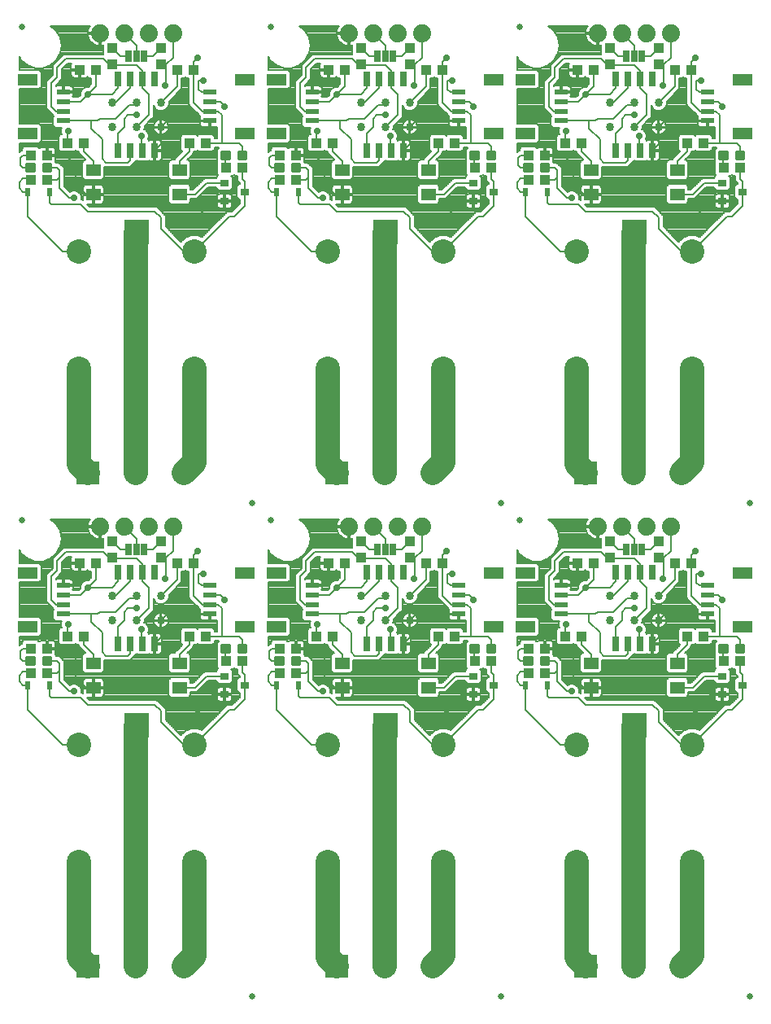
<source format=gtl>
G75*
%MOIN*%
%OFA0B0*%
%FSLAX25Y25*%
%IPPOS*%
%LPD*%
%AMOC8*
5,1,8,0,0,1.08239X$1,22.5*
%
%ADD10R,0.04331X0.03937*%
%ADD11R,0.02480X0.03268*%
%ADD12C,0.01181*%
%ADD13R,0.07874X0.04724*%
%ADD14R,0.05315X0.02362*%
%ADD15R,0.10000X0.10000*%
%ADD16C,0.10000*%
%ADD17R,0.03937X0.04331*%
%ADD18R,0.02500X0.05000*%
%ADD19C,0.03400*%
%ADD20R,0.03543X0.03150*%
%ADD21R,0.09500X0.09500*%
%ADD22C,0.09500*%
%ADD23R,0.03000X0.06000*%
%ADD24R,0.05906X0.05118*%
%ADD25C,0.02500*%
%ADD26C,0.07400*%
%ADD27C,0.00700*%
%ADD28C,0.10000*%
%ADD29C,0.02900*%
D10*
X0033154Y0161500D03*
X0039846Y0161500D03*
X0039846Y0171500D03*
X0033154Y0171500D03*
X0048154Y0176500D03*
X0054846Y0176500D03*
X0053154Y0206500D03*
X0059846Y0206500D03*
X0093154Y0206500D03*
X0099846Y0206500D03*
X0098154Y0176500D03*
X0104846Y0176500D03*
X0113154Y0166500D03*
X0119846Y0166500D03*
X0135154Y0161500D03*
X0141846Y0161500D03*
X0141846Y0171500D03*
X0135154Y0171500D03*
X0150154Y0176500D03*
X0156846Y0176500D03*
X0155154Y0206500D03*
X0161846Y0206500D03*
X0195154Y0206500D03*
X0201846Y0206500D03*
X0200154Y0176500D03*
X0206846Y0176500D03*
X0215154Y0166500D03*
X0221846Y0166500D03*
X0237154Y0161500D03*
X0243846Y0161500D03*
X0243846Y0171500D03*
X0237154Y0171500D03*
X0252154Y0176500D03*
X0258846Y0176500D03*
X0257154Y0206500D03*
X0263846Y0206500D03*
X0297154Y0206500D03*
X0303846Y0206500D03*
X0302154Y0176500D03*
X0308846Y0176500D03*
X0317154Y0166500D03*
X0323846Y0166500D03*
X0243846Y0363500D03*
X0237154Y0363500D03*
X0237154Y0373500D03*
X0243846Y0373500D03*
X0252154Y0378500D03*
X0258846Y0378500D03*
X0257154Y0408500D03*
X0263846Y0408500D03*
X0297154Y0408500D03*
X0303846Y0408500D03*
X0302154Y0378500D03*
X0308846Y0378500D03*
X0317154Y0368500D03*
X0323846Y0368500D03*
X0221846Y0368500D03*
X0215154Y0368500D03*
X0206846Y0378500D03*
X0200154Y0378500D03*
X0201846Y0408500D03*
X0195154Y0408500D03*
X0161846Y0408500D03*
X0155154Y0408500D03*
X0156846Y0378500D03*
X0150154Y0378500D03*
X0141846Y0373500D03*
X0135154Y0373500D03*
X0135154Y0363500D03*
X0141846Y0363500D03*
X0119846Y0368500D03*
X0113154Y0368500D03*
X0104846Y0378500D03*
X0098154Y0378500D03*
X0099846Y0408500D03*
X0093154Y0408500D03*
X0059846Y0408500D03*
X0053154Y0408500D03*
X0054846Y0378500D03*
X0048154Y0378500D03*
X0039846Y0373500D03*
X0033154Y0373500D03*
X0033154Y0363500D03*
X0039846Y0363500D03*
D11*
X0041028Y0358500D03*
X0031972Y0358500D03*
X0133972Y0358500D03*
X0143028Y0358500D03*
X0235972Y0358500D03*
X0245028Y0358500D03*
X0245028Y0156500D03*
X0235972Y0156500D03*
X0143028Y0156500D03*
X0133972Y0156500D03*
X0041028Y0156500D03*
X0031972Y0156500D03*
D12*
X0034425Y0165122D02*
X0034425Y0167878D01*
X0034425Y0165122D02*
X0031669Y0165122D01*
X0031669Y0167878D01*
X0034425Y0167878D01*
X0034425Y0166302D02*
X0031669Y0166302D01*
X0031669Y0167482D02*
X0034425Y0167482D01*
X0041331Y0167878D02*
X0041331Y0165122D01*
X0038575Y0165122D01*
X0038575Y0167878D01*
X0041331Y0167878D01*
X0041331Y0166302D02*
X0038575Y0166302D01*
X0038575Y0167482D02*
X0041331Y0167482D01*
X0114425Y0170122D02*
X0114425Y0172878D01*
X0114425Y0170122D02*
X0111669Y0170122D01*
X0111669Y0172878D01*
X0114425Y0172878D01*
X0114425Y0171302D02*
X0111669Y0171302D01*
X0111669Y0172482D02*
X0114425Y0172482D01*
X0121331Y0172878D02*
X0121331Y0170122D01*
X0118575Y0170122D01*
X0118575Y0172878D01*
X0121331Y0172878D01*
X0121331Y0171302D02*
X0118575Y0171302D01*
X0118575Y0172482D02*
X0121331Y0172482D01*
X0136425Y0167878D02*
X0136425Y0165122D01*
X0133669Y0165122D01*
X0133669Y0167878D01*
X0136425Y0167878D01*
X0136425Y0166302D02*
X0133669Y0166302D01*
X0133669Y0167482D02*
X0136425Y0167482D01*
X0143331Y0167878D02*
X0143331Y0165122D01*
X0140575Y0165122D01*
X0140575Y0167878D01*
X0143331Y0167878D01*
X0143331Y0166302D02*
X0140575Y0166302D01*
X0140575Y0167482D02*
X0143331Y0167482D01*
X0216425Y0170122D02*
X0216425Y0172878D01*
X0216425Y0170122D02*
X0213669Y0170122D01*
X0213669Y0172878D01*
X0216425Y0172878D01*
X0216425Y0171302D02*
X0213669Y0171302D01*
X0213669Y0172482D02*
X0216425Y0172482D01*
X0223331Y0172878D02*
X0223331Y0170122D01*
X0220575Y0170122D01*
X0220575Y0172878D01*
X0223331Y0172878D01*
X0223331Y0171302D02*
X0220575Y0171302D01*
X0220575Y0172482D02*
X0223331Y0172482D01*
X0238425Y0167878D02*
X0238425Y0165122D01*
X0235669Y0165122D01*
X0235669Y0167878D01*
X0238425Y0167878D01*
X0238425Y0166302D02*
X0235669Y0166302D01*
X0235669Y0167482D02*
X0238425Y0167482D01*
X0245331Y0167878D02*
X0245331Y0165122D01*
X0242575Y0165122D01*
X0242575Y0167878D01*
X0245331Y0167878D01*
X0245331Y0166302D02*
X0242575Y0166302D01*
X0242575Y0167482D02*
X0245331Y0167482D01*
X0318425Y0170122D02*
X0318425Y0172878D01*
X0318425Y0170122D02*
X0315669Y0170122D01*
X0315669Y0172878D01*
X0318425Y0172878D01*
X0318425Y0171302D02*
X0315669Y0171302D01*
X0315669Y0172482D02*
X0318425Y0172482D01*
X0325331Y0172878D02*
X0325331Y0170122D01*
X0322575Y0170122D01*
X0322575Y0172878D01*
X0325331Y0172878D01*
X0325331Y0171302D02*
X0322575Y0171302D01*
X0322575Y0172482D02*
X0325331Y0172482D01*
X0245331Y0367122D02*
X0245331Y0369878D01*
X0245331Y0367122D02*
X0242575Y0367122D01*
X0242575Y0369878D01*
X0245331Y0369878D01*
X0245331Y0368302D02*
X0242575Y0368302D01*
X0242575Y0369482D02*
X0245331Y0369482D01*
X0238425Y0369878D02*
X0238425Y0367122D01*
X0235669Y0367122D01*
X0235669Y0369878D01*
X0238425Y0369878D01*
X0238425Y0368302D02*
X0235669Y0368302D01*
X0235669Y0369482D02*
X0238425Y0369482D01*
X0223331Y0372122D02*
X0223331Y0374878D01*
X0223331Y0372122D02*
X0220575Y0372122D01*
X0220575Y0374878D01*
X0223331Y0374878D01*
X0223331Y0373302D02*
X0220575Y0373302D01*
X0220575Y0374482D02*
X0223331Y0374482D01*
X0216425Y0374878D02*
X0216425Y0372122D01*
X0213669Y0372122D01*
X0213669Y0374878D01*
X0216425Y0374878D01*
X0216425Y0373302D02*
X0213669Y0373302D01*
X0213669Y0374482D02*
X0216425Y0374482D01*
X0143331Y0369878D02*
X0143331Y0367122D01*
X0140575Y0367122D01*
X0140575Y0369878D01*
X0143331Y0369878D01*
X0143331Y0368302D02*
X0140575Y0368302D01*
X0140575Y0369482D02*
X0143331Y0369482D01*
X0136425Y0369878D02*
X0136425Y0367122D01*
X0133669Y0367122D01*
X0133669Y0369878D01*
X0136425Y0369878D01*
X0136425Y0368302D02*
X0133669Y0368302D01*
X0133669Y0369482D02*
X0136425Y0369482D01*
X0121331Y0372122D02*
X0121331Y0374878D01*
X0121331Y0372122D02*
X0118575Y0372122D01*
X0118575Y0374878D01*
X0121331Y0374878D01*
X0121331Y0373302D02*
X0118575Y0373302D01*
X0118575Y0374482D02*
X0121331Y0374482D01*
X0114425Y0374878D02*
X0114425Y0372122D01*
X0111669Y0372122D01*
X0111669Y0374878D01*
X0114425Y0374878D01*
X0114425Y0373302D02*
X0111669Y0373302D01*
X0111669Y0374482D02*
X0114425Y0374482D01*
X0041331Y0369878D02*
X0041331Y0367122D01*
X0038575Y0367122D01*
X0038575Y0369878D01*
X0041331Y0369878D01*
X0041331Y0368302D02*
X0038575Y0368302D01*
X0038575Y0369482D02*
X0041331Y0369482D01*
X0034425Y0369878D02*
X0034425Y0367122D01*
X0031669Y0367122D01*
X0031669Y0369878D01*
X0034425Y0369878D01*
X0034425Y0368302D02*
X0031669Y0368302D01*
X0031669Y0369482D02*
X0034425Y0369482D01*
X0318425Y0372122D02*
X0318425Y0374878D01*
X0318425Y0372122D02*
X0315669Y0372122D01*
X0315669Y0374878D01*
X0318425Y0374878D01*
X0318425Y0373302D02*
X0315669Y0373302D01*
X0315669Y0374482D02*
X0318425Y0374482D01*
X0325331Y0374878D02*
X0325331Y0372122D01*
X0322575Y0372122D01*
X0322575Y0374878D01*
X0325331Y0374878D01*
X0325331Y0373302D02*
X0322575Y0373302D01*
X0322575Y0374482D02*
X0325331Y0374482D01*
D13*
X0324969Y0382476D03*
X0324969Y0404524D03*
X0236031Y0404524D03*
X0222969Y0404524D03*
X0222969Y0382476D03*
X0236031Y0382476D03*
X0134031Y0382476D03*
X0120969Y0382476D03*
X0120969Y0404524D03*
X0134031Y0404524D03*
X0032031Y0404524D03*
X0032031Y0382476D03*
X0032031Y0202524D03*
X0032031Y0180476D03*
X0120969Y0180476D03*
X0134031Y0180476D03*
X0134031Y0202524D03*
X0120969Y0202524D03*
X0222969Y0202524D03*
X0236031Y0202524D03*
X0236031Y0180476D03*
X0222969Y0180476D03*
X0324969Y0180476D03*
X0324969Y0202524D03*
D14*
X0310500Y0197406D03*
X0310500Y0193469D03*
X0310500Y0189531D03*
X0310500Y0185594D03*
X0250500Y0185594D03*
X0250500Y0189531D03*
X0250500Y0193469D03*
X0250500Y0197406D03*
X0208500Y0197406D03*
X0208500Y0193469D03*
X0208500Y0189531D03*
X0208500Y0185594D03*
X0148500Y0185594D03*
X0148500Y0189531D03*
X0148500Y0193469D03*
X0148500Y0197406D03*
X0106500Y0197406D03*
X0106500Y0193469D03*
X0106500Y0189531D03*
X0106500Y0185594D03*
X0046500Y0185594D03*
X0046500Y0189531D03*
X0046500Y0193469D03*
X0046500Y0197406D03*
X0046500Y0387594D03*
X0046500Y0391531D03*
X0046500Y0395469D03*
X0046500Y0399406D03*
X0106500Y0399406D03*
X0106500Y0395469D03*
X0106500Y0391531D03*
X0106500Y0387594D03*
X0148500Y0387594D03*
X0148500Y0391531D03*
X0148500Y0395469D03*
X0148500Y0399406D03*
X0208500Y0399406D03*
X0208500Y0395469D03*
X0208500Y0391531D03*
X0208500Y0387594D03*
X0250500Y0387594D03*
X0250500Y0391531D03*
X0250500Y0395469D03*
X0250500Y0399406D03*
X0310500Y0399406D03*
X0310500Y0395469D03*
X0310500Y0391531D03*
X0310500Y0387594D03*
D15*
X0280520Y0342043D03*
X0178520Y0342043D03*
X0076520Y0342043D03*
X0076520Y0140043D03*
X0178520Y0140043D03*
X0280520Y0140043D03*
D16*
X0304142Y0132169D03*
X0304142Y0084138D03*
X0256898Y0084138D03*
X0256898Y0132169D03*
X0202142Y0132169D03*
X0202142Y0084138D03*
X0154898Y0084138D03*
X0154898Y0132169D03*
X0100142Y0132169D03*
X0100142Y0084138D03*
X0052898Y0084138D03*
X0052898Y0132169D03*
X0052898Y0286138D03*
X0052898Y0334169D03*
X0100142Y0334169D03*
X0100142Y0286138D03*
X0154898Y0286138D03*
X0154898Y0334169D03*
X0202142Y0334169D03*
X0202142Y0286138D03*
X0256898Y0286138D03*
X0256898Y0334169D03*
X0304142Y0334169D03*
X0304142Y0286138D03*
D17*
X0290500Y0215346D03*
X0290500Y0208654D03*
X0270500Y0208654D03*
X0270500Y0215346D03*
X0188500Y0215346D03*
X0188500Y0208654D03*
X0168500Y0208654D03*
X0168500Y0215346D03*
X0086500Y0215346D03*
X0086500Y0208654D03*
X0066500Y0208654D03*
X0066500Y0215346D03*
X0066500Y0410654D03*
X0066500Y0417346D03*
X0086500Y0417346D03*
X0086500Y0410654D03*
X0168500Y0410654D03*
X0168500Y0417346D03*
X0188500Y0417346D03*
X0188500Y0410654D03*
X0270500Y0410654D03*
X0270500Y0417346D03*
X0290500Y0417346D03*
X0290500Y0410654D03*
D18*
X0283700Y0414000D03*
X0280500Y0414000D03*
X0277300Y0414000D03*
X0181700Y0414000D03*
X0178500Y0414000D03*
X0175300Y0414000D03*
X0079700Y0414000D03*
X0076500Y0414000D03*
X0073300Y0414000D03*
X0073300Y0212000D03*
X0076500Y0212000D03*
X0079700Y0212000D03*
X0175300Y0212000D03*
X0178500Y0212000D03*
X0181700Y0212000D03*
X0277300Y0212000D03*
X0280500Y0212000D03*
X0283700Y0212000D03*
D19*
X0280500Y0193000D03*
X0270500Y0193000D03*
X0270500Y0183000D03*
X0280500Y0183000D03*
X0290500Y0183000D03*
X0290500Y0193000D03*
X0188500Y0193000D03*
X0188500Y0183000D03*
X0178500Y0183000D03*
X0168500Y0183000D03*
X0168500Y0193000D03*
X0178500Y0193000D03*
X0086500Y0193000D03*
X0086500Y0183000D03*
X0076500Y0183000D03*
X0066500Y0183000D03*
X0066500Y0193000D03*
X0076500Y0193000D03*
X0076500Y0385000D03*
X0076500Y0395000D03*
X0066500Y0395000D03*
X0066500Y0385000D03*
X0086500Y0385000D03*
X0086500Y0395000D03*
X0168500Y0395000D03*
X0168500Y0385000D03*
X0178500Y0385000D03*
X0178500Y0395000D03*
X0188500Y0395000D03*
X0188500Y0385000D03*
X0270500Y0385000D03*
X0270500Y0395000D03*
X0280500Y0395000D03*
X0280500Y0385000D03*
X0290500Y0385000D03*
X0290500Y0395000D03*
D20*
X0316563Y0362240D03*
X0316563Y0354760D03*
X0324831Y0358500D03*
X0222831Y0358500D03*
X0214563Y0354760D03*
X0214563Y0362240D03*
X0120831Y0358500D03*
X0112563Y0354760D03*
X0112563Y0362240D03*
X0112563Y0160240D03*
X0112563Y0152760D03*
X0120831Y0156500D03*
X0214563Y0152760D03*
X0214563Y0160240D03*
X0222831Y0156500D03*
X0316563Y0152760D03*
X0316563Y0160240D03*
X0324831Y0156500D03*
D21*
X0260500Y0243500D03*
X0158500Y0243500D03*
X0056500Y0243500D03*
X0056500Y0041500D03*
X0158500Y0041500D03*
X0260500Y0041500D03*
D22*
X0280185Y0041500D03*
X0299870Y0041500D03*
X0197870Y0041500D03*
X0178185Y0041500D03*
X0095870Y0041500D03*
X0076185Y0041500D03*
X0076185Y0243500D03*
X0095870Y0243500D03*
X0178185Y0243500D03*
X0197870Y0243500D03*
X0280185Y0243500D03*
X0299870Y0243500D03*
D23*
X0288000Y0202673D03*
X0283000Y0202673D03*
X0278000Y0202673D03*
X0273000Y0202673D03*
X0273000Y0173500D03*
X0278000Y0173500D03*
X0283000Y0173500D03*
X0288000Y0173500D03*
X0186000Y0173500D03*
X0181000Y0173500D03*
X0176000Y0173500D03*
X0171000Y0173500D03*
X0171000Y0202673D03*
X0176000Y0202673D03*
X0181000Y0202673D03*
X0186000Y0202673D03*
X0084000Y0202673D03*
X0079000Y0202673D03*
X0074000Y0202673D03*
X0069000Y0202673D03*
X0069000Y0173500D03*
X0074000Y0173500D03*
X0079000Y0173500D03*
X0084000Y0173500D03*
X0084000Y0375500D03*
X0079000Y0375500D03*
X0074000Y0375500D03*
X0069000Y0375500D03*
X0069000Y0404673D03*
X0074000Y0404673D03*
X0079000Y0404673D03*
X0084000Y0404673D03*
X0171000Y0404673D03*
X0176000Y0404673D03*
X0181000Y0404673D03*
X0186000Y0404673D03*
X0186000Y0375500D03*
X0181000Y0375500D03*
X0176000Y0375500D03*
X0171000Y0375500D03*
X0273000Y0375500D03*
X0278000Y0375500D03*
X0283000Y0375500D03*
X0288000Y0375500D03*
X0288000Y0404673D03*
X0283000Y0404673D03*
X0278000Y0404673D03*
X0273000Y0404673D03*
D24*
X0262783Y0367500D03*
X0262783Y0357500D03*
X0298217Y0357500D03*
X0298217Y0367500D03*
X0196217Y0367500D03*
X0196217Y0357500D03*
X0160783Y0357500D03*
X0160783Y0367500D03*
X0094217Y0367500D03*
X0094217Y0357500D03*
X0058783Y0357500D03*
X0058783Y0367500D03*
X0058783Y0165500D03*
X0058783Y0155500D03*
X0094217Y0155500D03*
X0094217Y0165500D03*
X0160783Y0165500D03*
X0160783Y0155500D03*
X0196217Y0155500D03*
X0196217Y0165500D03*
X0262783Y0165500D03*
X0262783Y0155500D03*
X0298217Y0155500D03*
X0298217Y0165500D03*
D25*
X0328000Y0231000D03*
X0233500Y0224000D03*
X0226000Y0231000D03*
X0131500Y0224000D03*
X0124000Y0231000D03*
X0029500Y0224000D03*
X0124000Y0029000D03*
X0226000Y0029000D03*
X0328000Y0029000D03*
X0233500Y0426000D03*
X0131500Y0426000D03*
X0029500Y0426000D03*
D26*
X0061500Y0423500D03*
X0071500Y0423500D03*
X0081500Y0423500D03*
X0091500Y0423500D03*
X0163500Y0423500D03*
X0173500Y0423500D03*
X0183500Y0423500D03*
X0193500Y0423500D03*
X0265500Y0423500D03*
X0275500Y0423500D03*
X0285500Y0423500D03*
X0295500Y0423500D03*
X0295500Y0221500D03*
X0285500Y0221500D03*
X0275500Y0221500D03*
X0265500Y0221500D03*
X0193500Y0221500D03*
X0183500Y0221500D03*
X0173500Y0221500D03*
X0163500Y0221500D03*
X0091500Y0221500D03*
X0081500Y0221500D03*
X0071500Y0221500D03*
X0061500Y0221500D03*
D27*
X0061150Y0221385D02*
X0044361Y0221385D01*
X0043958Y0222083D02*
X0056479Y0222083D01*
X0056450Y0221897D02*
X0056450Y0221850D01*
X0061150Y0221850D01*
X0061150Y0221150D01*
X0061850Y0221150D01*
X0061850Y0216450D01*
X0061897Y0216450D01*
X0062683Y0216574D01*
X0062981Y0216671D01*
X0062981Y0212900D01*
X0046713Y0212900D01*
X0043213Y0209400D01*
X0042100Y0208287D01*
X0042100Y0204287D01*
X0039600Y0201787D01*
X0039600Y0190713D01*
X0040713Y0189600D01*
X0042293Y0188020D01*
X0042293Y0187708D01*
X0042438Y0187563D01*
X0042293Y0187418D01*
X0042293Y0183771D01*
X0043200Y0182863D01*
X0045818Y0182863D01*
X0045500Y0182097D01*
X0045500Y0180903D01*
X0045866Y0180018D01*
X0045346Y0180018D01*
X0044438Y0179111D01*
X0044438Y0173889D01*
X0045346Y0172981D01*
X0050961Y0172981D01*
X0051500Y0173521D01*
X0052039Y0172981D01*
X0052946Y0172981D01*
X0052946Y0172367D01*
X0055704Y0169609D01*
X0055189Y0169609D01*
X0054281Y0168701D01*
X0054281Y0162299D01*
X0055189Y0161391D01*
X0062378Y0161391D01*
X0063286Y0162299D01*
X0063286Y0166600D01*
X0073787Y0166600D01*
X0074900Y0167713D01*
X0075900Y0168713D01*
X0075900Y0168950D01*
X0076142Y0168950D01*
X0076500Y0169308D01*
X0076858Y0168950D01*
X0081142Y0168950D01*
X0081641Y0169449D01*
X0081671Y0169420D01*
X0081979Y0169242D01*
X0082322Y0169150D01*
X0083650Y0169150D01*
X0083650Y0173150D01*
X0084350Y0173150D01*
X0084350Y0173850D01*
X0083650Y0173850D01*
X0083650Y0177850D01*
X0082322Y0177850D01*
X0081979Y0177758D01*
X0081671Y0177580D01*
X0081641Y0177551D01*
X0081145Y0178047D01*
X0081500Y0178903D01*
X0081500Y0180097D01*
X0081043Y0181199D01*
X0080199Y0182043D01*
X0079706Y0182248D01*
X0079750Y0182354D01*
X0079750Y0183563D01*
X0083400Y0187213D01*
X0083400Y0191991D01*
X0083745Y0191159D01*
X0084659Y0190245D01*
X0085854Y0189750D01*
X0087146Y0189750D01*
X0088341Y0190245D01*
X0089255Y0191159D01*
X0089750Y0192354D01*
X0089750Y0193563D01*
X0095054Y0198867D01*
X0095054Y0202981D01*
X0095961Y0202981D01*
X0096500Y0203521D01*
X0097039Y0202981D01*
X0097946Y0202981D01*
X0097946Y0192367D01*
X0099059Y0191254D01*
X0102293Y0188020D01*
X0102293Y0187708D01*
X0102628Y0187373D01*
X0102585Y0187297D01*
X0102493Y0186953D01*
X0102493Y0185835D01*
X0106259Y0185835D01*
X0106259Y0185354D01*
X0102493Y0185354D01*
X0102493Y0184236D01*
X0102585Y0183892D01*
X0102762Y0183584D01*
X0103014Y0183333D01*
X0103321Y0183155D01*
X0103665Y0183063D01*
X0106259Y0183063D01*
X0106259Y0185354D01*
X0106741Y0185354D01*
X0106741Y0183063D01*
X0109335Y0183063D01*
X0109600Y0183134D01*
X0109600Y0178400D01*
X0108562Y0178400D01*
X0108562Y0179111D01*
X0107654Y0180018D01*
X0102039Y0180018D01*
X0101500Y0179479D01*
X0100961Y0180018D01*
X0095346Y0180018D01*
X0094438Y0179111D01*
X0094438Y0173889D01*
X0095320Y0173007D01*
X0093430Y0171117D01*
X0093430Y0171117D01*
X0092317Y0170004D01*
X0092317Y0169609D01*
X0090622Y0169609D01*
X0089714Y0168701D01*
X0089714Y0162299D01*
X0090622Y0161391D01*
X0097811Y0161391D01*
X0098719Y0162299D01*
X0098719Y0168701D01*
X0097811Y0169609D01*
X0097296Y0169609D01*
X0098941Y0171254D01*
X0100054Y0172367D01*
X0100054Y0172981D01*
X0100961Y0172981D01*
X0101500Y0173521D01*
X0102039Y0172981D01*
X0107654Y0172981D01*
X0108562Y0173889D01*
X0108562Y0174600D01*
X0110364Y0174600D01*
X0109529Y0173765D01*
X0109529Y0169235D01*
X0109546Y0169218D01*
X0109438Y0169111D01*
X0109438Y0163889D01*
X0110056Y0163272D01*
X0109241Y0162457D01*
X0109241Y0162140D01*
X0104453Y0162140D01*
X0103340Y0161027D01*
X0099713Y0157400D01*
X0098719Y0157400D01*
X0098719Y0158701D01*
X0097811Y0159609D01*
X0090622Y0159609D01*
X0089714Y0158701D01*
X0089714Y0152299D01*
X0090622Y0151391D01*
X0097811Y0151391D01*
X0098719Y0152299D01*
X0098719Y0153600D01*
X0101287Y0153600D01*
X0106027Y0158340D01*
X0109241Y0158340D01*
X0109241Y0158023D01*
X0110149Y0157115D01*
X0114977Y0157115D01*
X0115885Y0158023D01*
X0115885Y0162457D01*
X0115360Y0162981D01*
X0115961Y0162981D01*
X0116500Y0163521D01*
X0117039Y0162981D01*
X0117946Y0162981D01*
X0117946Y0161028D01*
X0118931Y0160044D01*
X0118931Y0159625D01*
X0118417Y0159625D01*
X0117509Y0158717D01*
X0117509Y0154283D01*
X0118417Y0153375D01*
X0118931Y0153375D01*
X0118931Y0151618D01*
X0115713Y0148400D01*
X0113685Y0148400D01*
X0103255Y0137969D01*
X0101445Y0138719D01*
X0098839Y0138719D01*
X0096431Y0137722D01*
X0094698Y0135989D01*
X0088400Y0142287D01*
X0088400Y0146787D01*
X0085900Y0149287D01*
X0084787Y0150400D01*
X0057287Y0150400D01*
X0056096Y0151591D01*
X0058433Y0151591D01*
X0058433Y0155150D01*
X0054481Y0155150D01*
X0054481Y0153206D01*
X0054287Y0153400D01*
X0053999Y0153400D01*
X0054000Y0153403D01*
X0054000Y0154597D01*
X0053543Y0155699D01*
X0052699Y0156543D01*
X0051597Y0157000D01*
X0050403Y0157000D01*
X0049301Y0156543D01*
X0049222Y0156465D01*
X0046900Y0158787D01*
X0046900Y0166287D01*
X0045900Y0167287D01*
X0044787Y0168400D01*
X0043471Y0168400D01*
X0043471Y0168765D01*
X0043254Y0168982D01*
X0043270Y0169010D01*
X0043362Y0169354D01*
X0043362Y0171150D01*
X0040196Y0171150D01*
X0040196Y0171850D01*
X0039496Y0171850D01*
X0039496Y0174818D01*
X0037503Y0174818D01*
X0037160Y0174726D01*
X0036852Y0174549D01*
X0036641Y0174338D01*
X0035961Y0175018D01*
X0030346Y0175018D01*
X0029438Y0174111D01*
X0029438Y0173400D01*
X0029213Y0173400D01*
X0028450Y0172637D01*
X0028450Y0176564D01*
X0036611Y0176564D01*
X0037518Y0177472D01*
X0037518Y0183481D01*
X0036611Y0184389D01*
X0028450Y0184389D01*
X0028450Y0198611D01*
X0036611Y0198611D01*
X0037518Y0199519D01*
X0037518Y0205528D01*
X0036611Y0206436D01*
X0028450Y0206436D01*
X0028450Y0211943D01*
X0029305Y0210462D01*
X0031804Y0208366D01*
X0034869Y0207250D01*
X0038131Y0207250D01*
X0041196Y0208366D01*
X0041196Y0208366D01*
X0043695Y0210462D01*
X0043695Y0210462D01*
X0043695Y0210462D01*
X0045326Y0213287D01*
X0045326Y0213288D01*
X0045893Y0216500D01*
X0045326Y0219712D01*
X0045326Y0219712D01*
X0043695Y0222537D01*
X0043695Y0222537D01*
X0041297Y0224550D01*
X0057474Y0224550D01*
X0057181Y0224147D01*
X0056820Y0223439D01*
X0056574Y0222683D01*
X0056450Y0221897D01*
X0056450Y0221150D02*
X0056450Y0221103D01*
X0056574Y0220317D01*
X0056820Y0219561D01*
X0057181Y0218853D01*
X0057648Y0218210D01*
X0058210Y0217648D01*
X0058853Y0217181D01*
X0059561Y0216820D01*
X0060317Y0216574D01*
X0061103Y0216450D01*
X0061150Y0216450D01*
X0061150Y0221150D01*
X0056450Y0221150D01*
X0056516Y0220686D02*
X0044764Y0220686D01*
X0045167Y0219988D02*
X0056682Y0219988D01*
X0056959Y0219289D02*
X0045401Y0219289D01*
X0045524Y0218591D02*
X0057372Y0218591D01*
X0057966Y0217892D02*
X0045647Y0217892D01*
X0045770Y0217194D02*
X0058836Y0217194D01*
X0060818Y0216495D02*
X0045892Y0216495D01*
X0045893Y0216500D02*
X0045893Y0216500D01*
X0045769Y0215797D02*
X0062981Y0215797D01*
X0062981Y0216495D02*
X0062182Y0216495D01*
X0061850Y0216495D02*
X0061150Y0216495D01*
X0061150Y0217194D02*
X0061850Y0217194D01*
X0061850Y0217892D02*
X0061150Y0217892D01*
X0061150Y0218591D02*
X0061850Y0218591D01*
X0061850Y0219289D02*
X0061150Y0219289D01*
X0061150Y0219988D02*
X0061850Y0219988D01*
X0061850Y0220686D02*
X0061150Y0220686D01*
X0056607Y0222782D02*
X0043404Y0222782D01*
X0042572Y0223480D02*
X0056841Y0223480D01*
X0057204Y0224179D02*
X0041739Y0224179D01*
X0045645Y0215098D02*
X0062981Y0215098D01*
X0062981Y0214400D02*
X0045522Y0214400D01*
X0045399Y0213701D02*
X0062981Y0213701D01*
X0062981Y0213003D02*
X0045162Y0213003D01*
X0044758Y0212304D02*
X0046117Y0212304D01*
X0045419Y0211605D02*
X0044355Y0211605D01*
X0044720Y0210907D02*
X0043952Y0210907D01*
X0044021Y0210208D02*
X0043392Y0210208D01*
X0043323Y0209510D02*
X0042560Y0209510D01*
X0042624Y0208811D02*
X0041728Y0208811D01*
X0042100Y0208113D02*
X0040502Y0208113D01*
X0042100Y0207414D02*
X0038583Y0207414D01*
X0037029Y0206017D02*
X0042100Y0206017D01*
X0042100Y0205319D02*
X0037518Y0205319D01*
X0037518Y0204620D02*
X0042100Y0204620D01*
X0041735Y0203922D02*
X0037518Y0203922D01*
X0037518Y0203223D02*
X0041036Y0203223D01*
X0040338Y0202525D02*
X0037518Y0202525D01*
X0037518Y0201826D02*
X0039639Y0201826D01*
X0039600Y0201128D02*
X0037518Y0201128D01*
X0037518Y0200429D02*
X0039600Y0200429D01*
X0039600Y0199731D02*
X0037518Y0199731D01*
X0037031Y0199032D02*
X0039600Y0199032D01*
X0039600Y0198334D02*
X0028450Y0198334D01*
X0028450Y0197635D02*
X0039600Y0197635D01*
X0039600Y0196937D02*
X0028450Y0196937D01*
X0028450Y0196238D02*
X0039600Y0196238D01*
X0039600Y0195540D02*
X0028450Y0195540D01*
X0028450Y0194841D02*
X0039600Y0194841D01*
X0039600Y0194143D02*
X0028450Y0194143D01*
X0028450Y0193444D02*
X0039600Y0193444D01*
X0039600Y0192746D02*
X0028450Y0192746D01*
X0028450Y0192047D02*
X0039600Y0192047D01*
X0039600Y0191349D02*
X0028450Y0191349D01*
X0028450Y0190650D02*
X0039663Y0190650D01*
X0040361Y0189952D02*
X0028450Y0189952D01*
X0028450Y0189253D02*
X0041060Y0189253D01*
X0041758Y0188555D02*
X0028450Y0188555D01*
X0028450Y0187856D02*
X0042293Y0187856D01*
X0042293Y0187158D02*
X0028450Y0187158D01*
X0028450Y0186459D02*
X0042293Y0186459D01*
X0042293Y0185761D02*
X0028450Y0185761D01*
X0028450Y0185062D02*
X0042293Y0185062D01*
X0042293Y0184364D02*
X0036636Y0184364D01*
X0037334Y0183665D02*
X0042399Y0183665D01*
X0043097Y0182967D02*
X0037518Y0182967D01*
X0037518Y0182268D02*
X0045571Y0182268D01*
X0045500Y0181570D02*
X0037518Y0181570D01*
X0037518Y0180871D02*
X0045513Y0180871D01*
X0045803Y0180172D02*
X0037518Y0180172D01*
X0037518Y0179474D02*
X0044802Y0179474D01*
X0044438Y0178775D02*
X0037518Y0178775D01*
X0037518Y0178077D02*
X0044438Y0178077D01*
X0044438Y0177378D02*
X0037425Y0177378D01*
X0036726Y0176680D02*
X0044438Y0176680D01*
X0044438Y0175981D02*
X0028450Y0175981D01*
X0028450Y0175283D02*
X0044438Y0175283D01*
X0044438Y0174584D02*
X0042779Y0174584D01*
X0042841Y0174549D02*
X0042533Y0174726D01*
X0042190Y0174818D01*
X0040196Y0174818D01*
X0040196Y0171850D01*
X0043362Y0171850D01*
X0043362Y0173646D01*
X0043270Y0173990D01*
X0043092Y0174297D01*
X0042841Y0174549D01*
X0043298Y0173886D02*
X0044442Y0173886D01*
X0045140Y0173187D02*
X0043362Y0173187D01*
X0043362Y0172489D02*
X0052946Y0172489D01*
X0053523Y0171790D02*
X0040196Y0171790D01*
X0039846Y0171500D02*
X0047500Y0171500D01*
X0051500Y0167500D01*
X0051500Y0160000D01*
X0056000Y0155500D01*
X0058783Y0155500D01*
X0058433Y0155725D02*
X0053518Y0155725D01*
X0053822Y0155026D02*
X0054481Y0155026D01*
X0054481Y0154328D02*
X0054000Y0154328D01*
X0054000Y0153629D02*
X0054481Y0153629D01*
X0054481Y0155850D02*
X0058433Y0155850D01*
X0058433Y0155150D01*
X0059133Y0155150D01*
X0059133Y0151591D01*
X0061914Y0151591D01*
X0062257Y0151683D01*
X0062565Y0151861D01*
X0062816Y0152112D01*
X0062994Y0152420D01*
X0063086Y0152763D01*
X0063086Y0155150D01*
X0059134Y0155150D01*
X0059134Y0155850D01*
X0063086Y0155850D01*
X0063086Y0158237D01*
X0062994Y0158580D01*
X0062816Y0158888D01*
X0062565Y0159139D01*
X0062257Y0159317D01*
X0061914Y0159409D01*
X0059133Y0159409D01*
X0059133Y0155850D01*
X0058433Y0155850D01*
X0058433Y0159409D01*
X0055653Y0159409D01*
X0055310Y0159317D01*
X0055002Y0159139D01*
X0054750Y0158888D01*
X0054573Y0158580D01*
X0054481Y0158237D01*
X0054481Y0155850D01*
X0054481Y0156423D02*
X0052820Y0156423D01*
X0054481Y0157122D02*
X0048565Y0157122D01*
X0047867Y0157820D02*
X0054481Y0157820D01*
X0054556Y0158519D02*
X0047168Y0158519D01*
X0046900Y0159217D02*
X0055137Y0159217D01*
X0054568Y0162011D02*
X0046900Y0162011D01*
X0046900Y0161313D02*
X0103626Y0161313D01*
X0104324Y0162011D02*
X0098432Y0162011D01*
X0098719Y0162710D02*
X0109494Y0162710D01*
X0109919Y0163408D02*
X0098719Y0163408D01*
X0098719Y0164107D02*
X0109438Y0164107D01*
X0109438Y0164805D02*
X0098719Y0164805D01*
X0098719Y0165504D02*
X0109438Y0165504D01*
X0109438Y0166202D02*
X0098719Y0166202D01*
X0098719Y0166901D02*
X0109438Y0166901D01*
X0109438Y0167599D02*
X0098719Y0167599D01*
X0098719Y0168298D02*
X0109438Y0168298D01*
X0109438Y0168996D02*
X0098424Y0168996D01*
X0097382Y0169695D02*
X0109529Y0169695D01*
X0109529Y0170393D02*
X0098080Y0170393D01*
X0098779Y0171092D02*
X0109529Y0171092D01*
X0109529Y0171790D02*
X0099477Y0171790D01*
X0098941Y0171254D02*
X0098941Y0171254D01*
X0100054Y0172489D02*
X0109529Y0172489D01*
X0109529Y0173187D02*
X0107860Y0173187D01*
X0108558Y0173886D02*
X0109650Y0173886D01*
X0110349Y0174584D02*
X0108562Y0174584D01*
X0111500Y0176500D02*
X0104846Y0176500D01*
X0108562Y0178775D02*
X0109600Y0178775D01*
X0109600Y0179474D02*
X0108198Y0179474D01*
X0109600Y0180172D02*
X0087644Y0180172D01*
X0087390Y0180067D02*
X0087945Y0180297D01*
X0088444Y0180631D01*
X0088869Y0181056D01*
X0089203Y0181555D01*
X0089433Y0182110D01*
X0089550Y0182700D01*
X0089550Y0182850D01*
X0086650Y0182850D01*
X0086650Y0183150D01*
X0089550Y0183150D01*
X0089550Y0183300D01*
X0089433Y0183890D01*
X0089203Y0184445D01*
X0088869Y0184944D01*
X0088444Y0185369D01*
X0087945Y0185703D01*
X0087390Y0185933D01*
X0086800Y0186050D01*
X0086650Y0186050D01*
X0086650Y0183150D01*
X0086350Y0183150D01*
X0086350Y0186050D01*
X0086200Y0186050D01*
X0085610Y0185933D01*
X0085055Y0185703D01*
X0084556Y0185369D01*
X0084131Y0184944D01*
X0083797Y0184445D01*
X0083567Y0183890D01*
X0083450Y0183300D01*
X0083450Y0183150D01*
X0086350Y0183150D01*
X0086350Y0182850D01*
X0086650Y0182850D01*
X0086650Y0179950D01*
X0086800Y0179950D01*
X0087390Y0180067D01*
X0086650Y0180172D02*
X0086350Y0180172D01*
X0086350Y0179950D02*
X0086350Y0182850D01*
X0083450Y0182850D01*
X0083450Y0182700D01*
X0083567Y0182110D01*
X0083797Y0181555D01*
X0084131Y0181056D01*
X0084556Y0180631D01*
X0085055Y0180297D01*
X0085610Y0180067D01*
X0086200Y0179950D01*
X0086350Y0179950D01*
X0086350Y0180871D02*
X0086650Y0180871D01*
X0086650Y0181570D02*
X0086350Y0181570D01*
X0086350Y0182268D02*
X0086650Y0182268D01*
X0086650Y0182967D02*
X0109600Y0182967D01*
X0109600Y0182268D02*
X0089464Y0182268D01*
X0089209Y0181570D02*
X0109600Y0181570D01*
X0109600Y0180871D02*
X0088684Y0180871D01*
X0089477Y0183665D02*
X0102716Y0183665D01*
X0102493Y0184364D02*
X0089236Y0184364D01*
X0088751Y0185062D02*
X0102493Y0185062D01*
X0102493Y0186459D02*
X0082646Y0186459D01*
X0081948Y0185761D02*
X0085195Y0185761D01*
X0086350Y0185761D02*
X0086650Y0185761D01*
X0086650Y0185062D02*
X0086350Y0185062D01*
X0086350Y0184364D02*
X0086650Y0184364D01*
X0086650Y0183665D02*
X0086350Y0183665D01*
X0086500Y0183000D02*
X0089094Y0185594D01*
X0106500Y0185594D01*
X0106259Y0185761D02*
X0087805Y0185761D01*
X0086500Y0183000D02*
X0086500Y0176000D01*
X0084000Y0173500D01*
X0084350Y0173187D02*
X0095140Y0173187D01*
X0094802Y0172489D02*
X0086850Y0172489D01*
X0086850Y0173150D02*
X0084350Y0173150D01*
X0084350Y0169150D01*
X0085678Y0169150D01*
X0086021Y0169242D01*
X0086329Y0169420D01*
X0086580Y0169671D01*
X0086758Y0169979D01*
X0086850Y0170322D01*
X0086850Y0173150D01*
X0086850Y0173850D02*
X0084350Y0173850D01*
X0084350Y0177850D01*
X0085678Y0177850D01*
X0086021Y0177758D01*
X0086329Y0177580D01*
X0086580Y0177329D01*
X0086758Y0177021D01*
X0086850Y0176678D01*
X0086850Y0173850D01*
X0086850Y0173886D02*
X0094442Y0173886D01*
X0094438Y0174584D02*
X0086850Y0174584D01*
X0086850Y0175283D02*
X0094438Y0175283D01*
X0094438Y0175981D02*
X0086850Y0175981D01*
X0086849Y0176680D02*
X0094438Y0176680D01*
X0094438Y0177378D02*
X0086531Y0177378D01*
X0084350Y0177378D02*
X0083650Y0177378D01*
X0083650Y0176680D02*
X0084350Y0176680D01*
X0084350Y0175981D02*
X0083650Y0175981D01*
X0083650Y0175283D02*
X0084350Y0175283D01*
X0084350Y0174584D02*
X0083650Y0174584D01*
X0083650Y0173886D02*
X0084350Y0173886D01*
X0084350Y0172489D02*
X0083650Y0172489D01*
X0083650Y0171790D02*
X0084350Y0171790D01*
X0084350Y0171092D02*
X0083650Y0171092D01*
X0083650Y0170393D02*
X0084350Y0170393D01*
X0084350Y0169695D02*
X0083650Y0169695D01*
X0081188Y0168996D02*
X0090009Y0168996D01*
X0089714Y0168298D02*
X0075485Y0168298D01*
X0074786Y0167599D02*
X0089714Y0167599D01*
X0089714Y0166901D02*
X0074088Y0166901D01*
X0073000Y0168500D02*
X0074000Y0169500D01*
X0074000Y0173500D01*
X0078500Y0174000D02*
X0079000Y0173500D01*
X0078500Y0174000D02*
X0078500Y0179500D01*
X0081500Y0179474D02*
X0094802Y0179474D01*
X0094438Y0178775D02*
X0081447Y0178775D01*
X0081158Y0178077D02*
X0094438Y0178077D01*
X0098154Y0176500D02*
X0098154Y0173154D01*
X0094217Y0169217D01*
X0094217Y0165500D01*
X0092317Y0169695D02*
X0086594Y0169695D01*
X0086850Y0170393D02*
X0092706Y0170393D01*
X0093405Y0171092D02*
X0086850Y0171092D01*
X0086850Y0171790D02*
X0094103Y0171790D01*
X0101167Y0173187D02*
X0101833Y0173187D01*
X0102927Y0160614D02*
X0046900Y0160614D01*
X0046900Y0159916D02*
X0102229Y0159916D01*
X0101530Y0159217D02*
X0098203Y0159217D01*
X0098719Y0158519D02*
X0100832Y0158519D01*
X0100133Y0157820D02*
X0098719Y0157820D01*
X0100500Y0155500D02*
X0105240Y0160240D01*
X0112563Y0160240D01*
X0115885Y0159916D02*
X0118931Y0159916D01*
X0118360Y0160614D02*
X0115885Y0160614D01*
X0115885Y0161313D02*
X0117946Y0161313D01*
X0117946Y0162011D02*
X0115885Y0162011D01*
X0115632Y0162710D02*
X0117946Y0162710D01*
X0116612Y0163408D02*
X0116388Y0163408D01*
X0119846Y0161815D02*
X0119846Y0166500D01*
X0119846Y0161815D02*
X0120831Y0160831D01*
X0120831Y0156500D01*
X0120831Y0150831D01*
X0116500Y0146500D01*
X0114472Y0146500D01*
X0100142Y0132169D01*
X0095831Y0132169D01*
X0086500Y0141500D01*
X0086500Y0146000D01*
X0084000Y0148500D01*
X0056500Y0148500D01*
X0053500Y0151500D01*
X0041500Y0151500D01*
X0041028Y0151972D01*
X0041028Y0156500D01*
X0045000Y0158000D02*
X0049000Y0154000D01*
X0051000Y0154000D01*
X0056153Y0151534D02*
X0090479Y0151534D01*
X0089781Y0152232D02*
X0062886Y0152232D01*
X0063086Y0152931D02*
X0089714Y0152931D01*
X0089714Y0153629D02*
X0063086Y0153629D01*
X0063086Y0154328D02*
X0089714Y0154328D01*
X0089714Y0155026D02*
X0063086Y0155026D01*
X0063086Y0156423D02*
X0089714Y0156423D01*
X0089714Y0155725D02*
X0059134Y0155725D01*
X0059133Y0156423D02*
X0058433Y0156423D01*
X0058433Y0157122D02*
X0059133Y0157122D01*
X0059133Y0157820D02*
X0058433Y0157820D01*
X0058433Y0158519D02*
X0059133Y0158519D01*
X0059133Y0159217D02*
X0058433Y0159217D01*
X0062430Y0159217D02*
X0090230Y0159217D01*
X0089714Y0158519D02*
X0063011Y0158519D01*
X0063086Y0157820D02*
X0089714Y0157820D01*
X0089714Y0157122D02*
X0063086Y0157122D01*
X0059133Y0155026D02*
X0058433Y0155026D01*
X0058433Y0154328D02*
X0059133Y0154328D01*
X0059133Y0153629D02*
X0058433Y0153629D01*
X0058433Y0152931D02*
X0059133Y0152931D01*
X0059133Y0152232D02*
X0058433Y0152232D01*
X0056852Y0150835D02*
X0109487Y0150835D01*
X0109533Y0150664D02*
X0109711Y0150356D01*
X0109962Y0150105D01*
X0110270Y0149927D01*
X0110614Y0149835D01*
X0112213Y0149835D01*
X0112213Y0152410D01*
X0109441Y0152410D01*
X0109441Y0151007D01*
X0109533Y0150664D01*
X0109931Y0150137D02*
X0085050Y0150137D01*
X0085749Y0149438D02*
X0116751Y0149438D01*
X0117450Y0150137D02*
X0115195Y0150137D01*
X0115164Y0150105D02*
X0115415Y0150356D01*
X0115593Y0150664D01*
X0115685Y0151007D01*
X0115685Y0152410D01*
X0112913Y0152410D01*
X0112913Y0153110D01*
X0112213Y0153110D01*
X0112213Y0155685D01*
X0110614Y0155685D01*
X0110270Y0155593D01*
X0109962Y0155415D01*
X0109711Y0155164D01*
X0109533Y0154856D01*
X0109441Y0154512D01*
X0109441Y0153110D01*
X0112213Y0153110D01*
X0112213Y0152410D01*
X0112913Y0152410D01*
X0112913Y0149835D01*
X0114512Y0149835D01*
X0114856Y0149927D01*
X0115164Y0150105D01*
X0115638Y0150835D02*
X0118148Y0150835D01*
X0118847Y0151534D02*
X0115685Y0151534D01*
X0115685Y0152232D02*
X0118931Y0152232D01*
X0118931Y0152931D02*
X0112913Y0152931D01*
X0112913Y0153110D02*
X0115685Y0153110D01*
X0115685Y0154512D01*
X0115593Y0154856D01*
X0115415Y0155164D01*
X0115164Y0155415D01*
X0114856Y0155593D01*
X0114512Y0155685D01*
X0112913Y0155685D01*
X0112913Y0153110D01*
X0112563Y0152760D02*
X0107760Y0152760D01*
X0101500Y0146500D01*
X0097954Y0151534D02*
X0109441Y0151534D01*
X0109441Y0152232D02*
X0098652Y0152232D01*
X0098719Y0152931D02*
X0112213Y0152931D01*
X0112213Y0153629D02*
X0112913Y0153629D01*
X0112913Y0154328D02*
X0112213Y0154328D01*
X0112213Y0155026D02*
X0112913Y0155026D01*
X0115494Y0155026D02*
X0117509Y0155026D01*
X0117509Y0154328D02*
X0115685Y0154328D01*
X0115685Y0153629D02*
X0118163Y0153629D01*
X0117509Y0155725D02*
X0103412Y0155725D01*
X0104110Y0156423D02*
X0117509Y0156423D01*
X0117509Y0157122D02*
X0114983Y0157122D01*
X0115681Y0157820D02*
X0117509Y0157820D01*
X0117509Y0158519D02*
X0115885Y0158519D01*
X0115885Y0159217D02*
X0118009Y0159217D01*
X0112913Y0152232D02*
X0112213Y0152232D01*
X0112213Y0151534D02*
X0112913Y0151534D01*
X0112913Y0150835D02*
X0112213Y0150835D01*
X0112213Y0150137D02*
X0112913Y0150137D01*
X0113326Y0148041D02*
X0087146Y0148041D01*
X0086448Y0148739D02*
X0116052Y0148739D01*
X0112628Y0147342D02*
X0087845Y0147342D01*
X0088400Y0146644D02*
X0111929Y0146644D01*
X0111231Y0145945D02*
X0088400Y0145945D01*
X0088400Y0145247D02*
X0110532Y0145247D01*
X0109834Y0144548D02*
X0088400Y0144548D01*
X0088400Y0143850D02*
X0109135Y0143850D01*
X0108437Y0143151D02*
X0088400Y0143151D01*
X0088400Y0142453D02*
X0107738Y0142453D01*
X0107040Y0141754D02*
X0088933Y0141754D01*
X0089631Y0141056D02*
X0106341Y0141056D01*
X0105643Y0140357D02*
X0090330Y0140357D01*
X0091028Y0139659D02*
X0104944Y0139659D01*
X0104246Y0138960D02*
X0091727Y0138960D01*
X0092425Y0138262D02*
X0097734Y0138262D01*
X0096273Y0137563D02*
X0093124Y0137563D01*
X0093822Y0136865D02*
X0095574Y0136865D01*
X0094876Y0136166D02*
X0094521Y0136166D01*
X0102549Y0138262D02*
X0103547Y0138262D01*
X0101316Y0153629D02*
X0109441Y0153629D01*
X0109441Y0154328D02*
X0102015Y0154328D01*
X0102713Y0155026D02*
X0109632Y0155026D01*
X0110143Y0157122D02*
X0104809Y0157122D01*
X0105507Y0157820D02*
X0109445Y0157820D01*
X0100500Y0155500D02*
X0094217Y0155500D01*
X0090001Y0162011D02*
X0062998Y0162011D01*
X0063286Y0162710D02*
X0089714Y0162710D01*
X0089714Y0163408D02*
X0063286Y0163408D01*
X0063286Y0164107D02*
X0089714Y0164107D01*
X0089714Y0164805D02*
X0063286Y0164805D01*
X0063286Y0165504D02*
X0089714Y0165504D01*
X0089714Y0166202D02*
X0063286Y0166202D01*
X0064000Y0168500D02*
X0062500Y0170000D01*
X0062500Y0178000D01*
X0058000Y0182500D01*
X0058000Y0185594D01*
X0060594Y0185594D01*
X0061500Y0186500D01*
X0068000Y0186500D01*
X0073500Y0192000D01*
X0076500Y0192000D01*
X0076500Y0193000D01*
X0076500Y0188000D02*
X0073000Y0188000D01*
X0071500Y0186500D01*
X0071500Y0183000D01*
X0069000Y0180500D01*
X0069000Y0173500D01*
X0073000Y0168500D02*
X0064000Y0168500D01*
X0058783Y0169217D02*
X0054846Y0173154D01*
X0054846Y0176500D01*
X0051833Y0173187D02*
X0051167Y0173187D01*
X0054221Y0171092D02*
X0043362Y0171092D01*
X0043362Y0170393D02*
X0054920Y0170393D01*
X0055618Y0169695D02*
X0043362Y0169695D01*
X0043262Y0168996D02*
X0054576Y0168996D01*
X0054281Y0168298D02*
X0044889Y0168298D01*
X0045588Y0167599D02*
X0054281Y0167599D01*
X0054281Y0166901D02*
X0046286Y0166901D01*
X0046900Y0166202D02*
X0054281Y0166202D01*
X0054281Y0165504D02*
X0046900Y0165504D01*
X0046900Y0164805D02*
X0054281Y0164805D01*
X0054281Y0164107D02*
X0046900Y0164107D01*
X0046900Y0163408D02*
X0054281Y0163408D01*
X0054281Y0162710D02*
X0046900Y0162710D01*
X0045000Y0162500D02*
X0045000Y0158000D01*
X0044000Y0161500D02*
X0045000Y0162500D01*
X0045000Y0165500D01*
X0044000Y0166500D01*
X0039953Y0166500D01*
X0039846Y0161500D02*
X0044000Y0161500D01*
X0033154Y0161500D02*
X0032654Y0162000D01*
X0030000Y0162000D01*
X0028500Y0160500D01*
X0028500Y0158000D01*
X0030000Y0156500D01*
X0031972Y0156500D01*
X0031972Y0146528D01*
X0046331Y0132169D01*
X0052898Y0132169D01*
X0058783Y0165500D02*
X0058783Y0169217D01*
X0048154Y0176500D02*
X0048154Y0181154D01*
X0048500Y0181500D01*
X0046500Y0185594D02*
X0058000Y0185594D01*
X0053469Y0193469D02*
X0056500Y0196500D01*
X0066500Y0196500D01*
X0069000Y0199000D01*
X0069000Y0202673D01*
X0066654Y0208500D02*
X0066500Y0208654D01*
X0065346Y0208654D01*
X0063000Y0211000D01*
X0047500Y0211000D01*
X0044000Y0207500D01*
X0044000Y0203500D01*
X0041500Y0201000D01*
X0041500Y0191500D01*
X0043469Y0189531D01*
X0046500Y0189531D01*
X0046500Y0193469D02*
X0053469Y0193469D01*
X0052681Y0195368D02*
X0053500Y0196187D01*
X0053500Y0197097D01*
X0053957Y0198199D01*
X0054801Y0199043D01*
X0055903Y0199500D01*
X0056813Y0199500D01*
X0057946Y0200633D01*
X0057946Y0202981D01*
X0057039Y0202981D01*
X0056359Y0203662D01*
X0056148Y0203451D01*
X0055840Y0203273D01*
X0055497Y0203181D01*
X0053504Y0203181D01*
X0053504Y0206150D01*
X0052804Y0206150D01*
X0052804Y0203181D01*
X0050810Y0203181D01*
X0050467Y0203273D01*
X0050159Y0203451D01*
X0049908Y0203703D01*
X0049730Y0204010D01*
X0049638Y0204354D01*
X0049638Y0206150D01*
X0052803Y0206150D01*
X0052803Y0206850D01*
X0049638Y0206850D01*
X0049638Y0208646D01*
X0049730Y0208990D01*
X0049794Y0209100D01*
X0048287Y0209100D01*
X0045900Y0206713D01*
X0045900Y0202713D01*
X0043400Y0200213D01*
X0043400Y0199866D01*
X0043665Y0199937D01*
X0046259Y0199937D01*
X0046259Y0197646D01*
X0046741Y0197646D01*
X0050507Y0197646D01*
X0050507Y0198764D01*
X0050415Y0199108D01*
X0050238Y0199416D01*
X0049986Y0199667D01*
X0049679Y0199845D01*
X0049335Y0199937D01*
X0046741Y0199937D01*
X0046741Y0197646D01*
X0046741Y0197165D01*
X0050507Y0197165D01*
X0050507Y0196047D01*
X0050415Y0195703D01*
X0050372Y0195627D01*
X0050631Y0195368D01*
X0052681Y0195368D01*
X0052853Y0195540D02*
X0050459Y0195540D01*
X0050507Y0196238D02*
X0053500Y0196238D01*
X0053500Y0196937D02*
X0050507Y0196937D01*
X0050507Y0198334D02*
X0054091Y0198334D01*
X0053723Y0197635D02*
X0046741Y0197635D01*
X0046741Y0198334D02*
X0046259Y0198334D01*
X0046259Y0199032D02*
X0046741Y0199032D01*
X0046741Y0199731D02*
X0046259Y0199731D01*
X0044315Y0201128D02*
X0057946Y0201128D01*
X0057946Y0201826D02*
X0045013Y0201826D01*
X0045712Y0202525D02*
X0057946Y0202525D01*
X0056797Y0203223D02*
X0055653Y0203223D01*
X0053504Y0203223D02*
X0052804Y0203223D01*
X0053154Y0203154D02*
X0051500Y0201500D01*
X0050654Y0203223D02*
X0045900Y0203223D01*
X0045900Y0203922D02*
X0049781Y0203922D01*
X0049638Y0204620D02*
X0045900Y0204620D01*
X0045900Y0205319D02*
X0049638Y0205319D01*
X0049638Y0206017D02*
X0045900Y0206017D01*
X0045903Y0206716D02*
X0052803Y0206716D01*
X0053154Y0206500D02*
X0053154Y0203154D01*
X0052804Y0203922D02*
X0053504Y0203922D01*
X0053504Y0204620D02*
X0052804Y0204620D01*
X0052804Y0205319D02*
X0053504Y0205319D01*
X0053504Y0206017D02*
X0052804Y0206017D01*
X0049638Y0207414D02*
X0046601Y0207414D01*
X0047300Y0208113D02*
X0049638Y0208113D01*
X0049682Y0208811D02*
X0047998Y0208811D01*
X0042100Y0206716D02*
X0028450Y0206716D01*
X0028450Y0207414D02*
X0034417Y0207414D01*
X0032498Y0208113D02*
X0028450Y0208113D01*
X0028450Y0208811D02*
X0031272Y0208811D01*
X0031804Y0208366D02*
X0031804Y0208366D01*
X0030440Y0209510D02*
X0028450Y0209510D01*
X0028450Y0210208D02*
X0029607Y0210208D01*
X0029305Y0210462D02*
X0029305Y0210462D01*
X0029048Y0210907D02*
X0028450Y0210907D01*
X0028450Y0211605D02*
X0028645Y0211605D01*
X0043616Y0200429D02*
X0057742Y0200429D01*
X0057044Y0199731D02*
X0049876Y0199731D01*
X0050436Y0199032D02*
X0054790Y0199032D01*
X0056500Y0196500D02*
X0059846Y0199846D01*
X0059846Y0206500D01*
X0066654Y0208500D02*
X0076500Y0208500D01*
X0079000Y0206000D01*
X0079000Y0202673D01*
X0079000Y0199000D01*
X0081500Y0196500D01*
X0081500Y0188000D01*
X0076500Y0183000D01*
X0079750Y0182967D02*
X0086350Y0182967D01*
X0083536Y0182268D02*
X0079715Y0182268D01*
X0080673Y0181570D02*
X0083791Y0181570D01*
X0084316Y0180871D02*
X0081179Y0180871D01*
X0081469Y0180172D02*
X0085356Y0180172D01*
X0083523Y0183665D02*
X0079852Y0183665D01*
X0080551Y0184364D02*
X0083764Y0184364D01*
X0084249Y0185062D02*
X0081249Y0185062D01*
X0083345Y0187158D02*
X0102547Y0187158D01*
X0102293Y0187856D02*
X0083400Y0187856D01*
X0083400Y0188555D02*
X0101758Y0188555D01*
X0101060Y0189253D02*
X0083400Y0189253D01*
X0083400Y0189952D02*
X0085367Y0189952D01*
X0084254Y0190650D02*
X0083400Y0190650D01*
X0083400Y0191349D02*
X0083666Y0191349D01*
X0086500Y0193000D02*
X0093154Y0199654D01*
X0093154Y0206500D01*
X0095054Y0202525D02*
X0097946Y0202525D01*
X0097946Y0201826D02*
X0095054Y0201826D01*
X0095054Y0201128D02*
X0097946Y0201128D01*
X0097946Y0200429D02*
X0095054Y0200429D01*
X0095054Y0199731D02*
X0097946Y0199731D01*
X0097946Y0199032D02*
X0095054Y0199032D01*
X0094521Y0198334D02*
X0097946Y0198334D01*
X0097946Y0197635D02*
X0093822Y0197635D01*
X0093124Y0196937D02*
X0097946Y0196937D01*
X0097946Y0196238D02*
X0092425Y0196238D01*
X0091727Y0195540D02*
X0097946Y0195540D01*
X0097946Y0194841D02*
X0091028Y0194841D01*
X0090330Y0194143D02*
X0097946Y0194143D01*
X0097946Y0193444D02*
X0089750Y0193444D01*
X0089750Y0192746D02*
X0097946Y0192746D01*
X0098266Y0192047D02*
X0089623Y0192047D01*
X0089334Y0191349D02*
X0098964Y0191349D01*
X0099663Y0190650D02*
X0088746Y0190650D01*
X0087633Y0189952D02*
X0100361Y0189952D01*
X0103469Y0189531D02*
X0099846Y0193154D01*
X0099846Y0206500D01*
X0099846Y0209846D01*
X0101500Y0211500D01*
X0102000Y0202000D02*
X0104000Y0202000D01*
X0102000Y0202000D02*
X0102000Y0198500D01*
X0103094Y0197406D01*
X0106500Y0197406D01*
X0106531Y0193500D02*
X0106500Y0193469D01*
X0106531Y0193500D02*
X0111000Y0193500D01*
X0112000Y0192500D01*
X0112000Y0192000D01*
X0112500Y0191500D01*
X0109969Y0189531D02*
X0111500Y0188000D01*
X0111500Y0176500D01*
X0118500Y0176500D01*
X0119953Y0175047D01*
X0119953Y0171500D01*
X0113047Y0171500D02*
X0113047Y0166606D01*
X0113154Y0166500D01*
X0106741Y0183665D02*
X0106259Y0183665D01*
X0106259Y0184364D02*
X0106741Y0184364D01*
X0106741Y0185062D02*
X0106259Y0185062D01*
X0106500Y0189531D02*
X0103469Y0189531D01*
X0106500Y0189531D02*
X0109969Y0189531D01*
X0096797Y0203223D02*
X0096203Y0203223D01*
X0088654Y0200667D02*
X0088234Y0200247D01*
X0088654Y0200667D02*
X0088654Y0208654D01*
X0091500Y0211500D01*
X0091500Y0221500D01*
X0086500Y0215346D02*
X0083154Y0212000D01*
X0079700Y0212000D01*
X0076500Y0212000D02*
X0076500Y0216500D01*
X0071500Y0221500D01*
X0066500Y0215346D02*
X0069846Y0212000D01*
X0073300Y0212000D01*
X0074000Y0202673D02*
X0074000Y0199000D01*
X0068000Y0193000D01*
X0066500Y0193000D01*
X0086500Y0208654D02*
X0088654Y0208654D01*
X0076812Y0168996D02*
X0076188Y0168996D01*
X0040196Y0172489D02*
X0039496Y0172489D01*
X0039496Y0173187D02*
X0040196Y0173187D01*
X0040196Y0173886D02*
X0039496Y0173886D01*
X0039496Y0174584D02*
X0040196Y0174584D01*
X0036914Y0174584D02*
X0036395Y0174584D01*
X0033154Y0171500D02*
X0030000Y0171500D01*
X0029000Y0170500D01*
X0029000Y0167500D01*
X0030000Y0166500D01*
X0033047Y0166500D01*
X0029000Y0173187D02*
X0028450Y0173187D01*
X0028450Y0173886D02*
X0029438Y0173886D01*
X0029912Y0174584D02*
X0028450Y0174584D01*
X0130450Y0174584D02*
X0131912Y0174584D01*
X0132346Y0175018D02*
X0131438Y0174111D01*
X0131438Y0173400D01*
X0131213Y0173400D01*
X0130450Y0172637D01*
X0130450Y0176564D01*
X0138611Y0176564D01*
X0139518Y0177472D01*
X0139518Y0183481D01*
X0138611Y0184389D01*
X0130450Y0184389D01*
X0130450Y0198611D01*
X0138611Y0198611D01*
X0139518Y0199519D01*
X0139518Y0205528D01*
X0138611Y0206436D01*
X0130450Y0206436D01*
X0130450Y0211943D01*
X0131305Y0210462D01*
X0133804Y0208366D01*
X0136869Y0207250D01*
X0140131Y0207250D01*
X0143196Y0208366D01*
X0143196Y0208366D01*
X0145695Y0210462D01*
X0145695Y0210462D01*
X0145695Y0210462D01*
X0147326Y0213287D01*
X0147326Y0213288D01*
X0147893Y0216500D01*
X0147326Y0219712D01*
X0147326Y0219712D01*
X0145695Y0222537D01*
X0145695Y0222537D01*
X0143297Y0224550D01*
X0159474Y0224550D01*
X0159181Y0224147D01*
X0158820Y0223439D01*
X0158574Y0222683D01*
X0158450Y0221897D01*
X0158450Y0221850D01*
X0163150Y0221850D01*
X0163150Y0221150D01*
X0163850Y0221150D01*
X0163850Y0216450D01*
X0163897Y0216450D01*
X0164683Y0216574D01*
X0164981Y0216671D01*
X0164981Y0212900D01*
X0148713Y0212900D01*
X0145213Y0209400D01*
X0144100Y0208287D01*
X0144100Y0204287D01*
X0141600Y0201787D01*
X0141600Y0190713D01*
X0142713Y0189600D01*
X0143569Y0188745D01*
X0143569Y0188744D01*
X0144293Y0188020D01*
X0144293Y0187708D01*
X0144438Y0187563D01*
X0144293Y0187418D01*
X0144293Y0183771D01*
X0145200Y0182863D01*
X0147818Y0182863D01*
X0147500Y0182097D01*
X0147500Y0180903D01*
X0147866Y0180018D01*
X0147346Y0180018D01*
X0146438Y0179111D01*
X0146438Y0173889D01*
X0147346Y0172981D01*
X0152961Y0172981D01*
X0153500Y0173521D01*
X0154039Y0172981D01*
X0154946Y0172981D01*
X0154946Y0172367D01*
X0156059Y0171254D01*
X0156059Y0171254D01*
X0157704Y0169609D01*
X0157189Y0169609D01*
X0156281Y0168701D01*
X0156281Y0162299D01*
X0157189Y0161391D01*
X0164378Y0161391D01*
X0165286Y0162299D01*
X0165286Y0166600D01*
X0175787Y0166600D01*
X0177900Y0168713D01*
X0177900Y0168950D01*
X0178142Y0168950D01*
X0178500Y0169308D01*
X0178858Y0168950D01*
X0183142Y0168950D01*
X0183641Y0169449D01*
X0183671Y0169420D01*
X0183979Y0169242D01*
X0184322Y0169150D01*
X0185650Y0169150D01*
X0185650Y0173150D01*
X0186350Y0173150D01*
X0186350Y0173850D01*
X0185650Y0173850D01*
X0185650Y0177850D01*
X0184322Y0177850D01*
X0183979Y0177758D01*
X0183671Y0177580D01*
X0183641Y0177551D01*
X0183145Y0178047D01*
X0183500Y0178903D01*
X0183500Y0180097D01*
X0183043Y0181199D01*
X0182199Y0182043D01*
X0181706Y0182248D01*
X0181750Y0182354D01*
X0181750Y0183563D01*
X0184287Y0186100D01*
X0185400Y0187213D01*
X0185400Y0191991D01*
X0185745Y0191159D01*
X0186659Y0190245D01*
X0187854Y0189750D01*
X0189146Y0189750D01*
X0190341Y0190245D01*
X0191255Y0191159D01*
X0191750Y0192354D01*
X0191750Y0193563D01*
X0197054Y0198867D01*
X0197054Y0202981D01*
X0197961Y0202981D01*
X0198500Y0203521D01*
X0199039Y0202981D01*
X0199946Y0202981D01*
X0199946Y0192367D01*
X0204293Y0188020D01*
X0204293Y0187708D01*
X0204628Y0187373D01*
X0204585Y0187297D01*
X0204493Y0186953D01*
X0204493Y0185835D01*
X0208259Y0185835D01*
X0208259Y0185354D01*
X0204493Y0185354D01*
X0204493Y0184236D01*
X0204585Y0183892D01*
X0204762Y0183584D01*
X0205014Y0183333D01*
X0205321Y0183155D01*
X0205665Y0183063D01*
X0208259Y0183063D01*
X0208259Y0185354D01*
X0208741Y0185354D01*
X0208741Y0183063D01*
X0211335Y0183063D01*
X0211600Y0183134D01*
X0211600Y0178400D01*
X0210562Y0178400D01*
X0210562Y0179111D01*
X0209654Y0180018D01*
X0204039Y0180018D01*
X0203500Y0179479D01*
X0202961Y0180018D01*
X0197346Y0180018D01*
X0196438Y0179111D01*
X0196438Y0173889D01*
X0197320Y0173007D01*
X0194317Y0170004D01*
X0194317Y0169609D01*
X0192622Y0169609D01*
X0191714Y0168701D01*
X0191714Y0162299D01*
X0192622Y0161391D01*
X0199811Y0161391D01*
X0200719Y0162299D01*
X0200719Y0168701D01*
X0199811Y0169609D01*
X0199296Y0169609D01*
X0200941Y0171254D01*
X0202054Y0172367D01*
X0202054Y0172981D01*
X0202961Y0172981D01*
X0203500Y0173521D01*
X0204039Y0172981D01*
X0209654Y0172981D01*
X0210562Y0173889D01*
X0210562Y0174600D01*
X0212364Y0174600D01*
X0211529Y0173765D01*
X0211529Y0169235D01*
X0211546Y0169218D01*
X0211438Y0169111D01*
X0211438Y0163889D01*
X0212056Y0163272D01*
X0211241Y0162457D01*
X0211241Y0162140D01*
X0206453Y0162140D01*
X0205340Y0161027D01*
X0201713Y0157400D01*
X0200719Y0157400D01*
X0200719Y0158701D01*
X0199811Y0159609D01*
X0192622Y0159609D01*
X0191714Y0158701D01*
X0191714Y0152299D01*
X0192622Y0151391D01*
X0199811Y0151391D01*
X0200719Y0152299D01*
X0200719Y0153600D01*
X0203287Y0153600D01*
X0208027Y0158340D01*
X0211241Y0158340D01*
X0211241Y0158023D01*
X0212149Y0157115D01*
X0216977Y0157115D01*
X0217885Y0158023D01*
X0217885Y0162457D01*
X0217360Y0162981D01*
X0217961Y0162981D01*
X0218500Y0163521D01*
X0219039Y0162981D01*
X0219946Y0162981D01*
X0219946Y0161028D01*
X0220931Y0160044D01*
X0220931Y0159625D01*
X0220417Y0159625D01*
X0219509Y0158717D01*
X0219509Y0154283D01*
X0220417Y0153375D01*
X0220931Y0153375D01*
X0220931Y0151618D01*
X0217713Y0148400D01*
X0215685Y0148400D01*
X0205255Y0137969D01*
X0203445Y0138719D01*
X0200839Y0138719D01*
X0198431Y0137722D01*
X0196698Y0135989D01*
X0190400Y0142287D01*
X0190400Y0146787D01*
X0187900Y0149287D01*
X0186787Y0150400D01*
X0159287Y0150400D01*
X0158096Y0151591D01*
X0160433Y0151591D01*
X0160433Y0155150D01*
X0156481Y0155150D01*
X0156481Y0153206D01*
X0156287Y0153400D01*
X0155999Y0153400D01*
X0156000Y0153403D01*
X0156000Y0154597D01*
X0155543Y0155699D01*
X0154699Y0156543D01*
X0153597Y0157000D01*
X0152403Y0157000D01*
X0151301Y0156543D01*
X0151222Y0156465D01*
X0148900Y0158787D01*
X0148900Y0166287D01*
X0147900Y0167287D01*
X0146787Y0168400D01*
X0145471Y0168400D01*
X0145471Y0168765D01*
X0145254Y0168982D01*
X0145270Y0169010D01*
X0145362Y0169354D01*
X0145362Y0171150D01*
X0142196Y0171150D01*
X0142196Y0171850D01*
X0141496Y0171850D01*
X0141496Y0174818D01*
X0139503Y0174818D01*
X0139160Y0174726D01*
X0138852Y0174549D01*
X0138641Y0174338D01*
X0137961Y0175018D01*
X0132346Y0175018D01*
X0131438Y0173886D02*
X0130450Y0173886D01*
X0130450Y0173187D02*
X0131000Y0173187D01*
X0132000Y0171500D02*
X0135154Y0171500D01*
X0132000Y0171500D02*
X0131000Y0170500D01*
X0131000Y0167500D01*
X0132000Y0166500D01*
X0135047Y0166500D01*
X0134654Y0162000D02*
X0135154Y0161500D01*
X0134654Y0162000D02*
X0132000Y0162000D01*
X0130500Y0160500D01*
X0130500Y0158000D01*
X0132000Y0156500D01*
X0133972Y0156500D01*
X0133972Y0146528D01*
X0148331Y0132169D01*
X0154898Y0132169D01*
X0158500Y0148500D02*
X0186000Y0148500D01*
X0188500Y0146000D01*
X0188500Y0141500D01*
X0197831Y0132169D01*
X0202142Y0132169D01*
X0216472Y0146500D01*
X0218500Y0146500D01*
X0222831Y0150831D01*
X0222831Y0156500D01*
X0222831Y0160831D01*
X0221846Y0161815D01*
X0221846Y0166500D01*
X0219946Y0162710D02*
X0217632Y0162710D01*
X0217885Y0162011D02*
X0219946Y0162011D01*
X0219946Y0161313D02*
X0217885Y0161313D01*
X0217885Y0160614D02*
X0220360Y0160614D01*
X0220931Y0159916D02*
X0217885Y0159916D01*
X0217885Y0159217D02*
X0220009Y0159217D01*
X0219509Y0158519D02*
X0217885Y0158519D01*
X0217681Y0157820D02*
X0219509Y0157820D01*
X0219509Y0157122D02*
X0216983Y0157122D01*
X0216512Y0155685D02*
X0214913Y0155685D01*
X0214913Y0153110D01*
X0214213Y0153110D01*
X0214213Y0155685D01*
X0212614Y0155685D01*
X0212270Y0155593D01*
X0211962Y0155415D01*
X0211711Y0155164D01*
X0211533Y0154856D01*
X0211441Y0154512D01*
X0211441Y0153110D01*
X0214213Y0153110D01*
X0214213Y0152410D01*
X0211441Y0152410D01*
X0211441Y0151007D01*
X0211533Y0150664D01*
X0211711Y0150356D01*
X0211962Y0150105D01*
X0212270Y0149927D01*
X0212614Y0149835D01*
X0214213Y0149835D01*
X0214213Y0152410D01*
X0214913Y0152410D01*
X0214913Y0153110D01*
X0217685Y0153110D01*
X0217685Y0154512D01*
X0217593Y0154856D01*
X0217415Y0155164D01*
X0217164Y0155415D01*
X0216856Y0155593D01*
X0216512Y0155685D01*
X0217494Y0155026D02*
X0219509Y0155026D01*
X0219509Y0154328D02*
X0217685Y0154328D01*
X0217685Y0153629D02*
X0220163Y0153629D01*
X0220931Y0152931D02*
X0214913Y0152931D01*
X0214563Y0152760D02*
X0209760Y0152760D01*
X0203500Y0146500D01*
X0199954Y0151534D02*
X0211441Y0151534D01*
X0211441Y0152232D02*
X0200652Y0152232D01*
X0200719Y0152931D02*
X0214213Y0152931D01*
X0214213Y0153629D02*
X0214913Y0153629D01*
X0214913Y0154328D02*
X0214213Y0154328D01*
X0214213Y0155026D02*
X0214913Y0155026D01*
X0214913Y0152410D02*
X0217685Y0152410D01*
X0217685Y0151007D01*
X0217593Y0150664D01*
X0217415Y0150356D01*
X0217164Y0150105D01*
X0216856Y0149927D01*
X0216512Y0149835D01*
X0214913Y0149835D01*
X0214913Y0152410D01*
X0214913Y0152232D02*
X0214213Y0152232D01*
X0214213Y0151534D02*
X0214913Y0151534D01*
X0214913Y0150835D02*
X0214213Y0150835D01*
X0214213Y0150137D02*
X0214913Y0150137D01*
X0215326Y0148041D02*
X0189146Y0148041D01*
X0188448Y0148739D02*
X0218052Y0148739D01*
X0218751Y0149438D02*
X0187749Y0149438D01*
X0187050Y0150137D02*
X0211931Y0150137D01*
X0211487Y0150835D02*
X0158852Y0150835D01*
X0158153Y0151534D02*
X0192479Y0151534D01*
X0191781Y0152232D02*
X0164886Y0152232D01*
X0164816Y0152112D02*
X0164994Y0152420D01*
X0165086Y0152763D01*
X0165086Y0155150D01*
X0161134Y0155150D01*
X0161134Y0155850D01*
X0165086Y0155850D01*
X0165086Y0158237D01*
X0164994Y0158580D01*
X0164816Y0158888D01*
X0164565Y0159139D01*
X0164257Y0159317D01*
X0163914Y0159409D01*
X0161133Y0159409D01*
X0161133Y0155850D01*
X0160433Y0155850D01*
X0160433Y0155150D01*
X0161133Y0155150D01*
X0161133Y0151591D01*
X0163914Y0151591D01*
X0164257Y0151683D01*
X0164565Y0151861D01*
X0164816Y0152112D01*
X0165086Y0152931D02*
X0191714Y0152931D01*
X0191714Y0153629D02*
X0165086Y0153629D01*
X0165086Y0154328D02*
X0191714Y0154328D01*
X0191714Y0155026D02*
X0165086Y0155026D01*
X0165086Y0156423D02*
X0191714Y0156423D01*
X0191714Y0155725D02*
X0161134Y0155725D01*
X0160783Y0155500D02*
X0158000Y0155500D01*
X0153500Y0160000D01*
X0153500Y0167500D01*
X0149500Y0171500D01*
X0141846Y0171500D01*
X0142196Y0171790D02*
X0155523Y0171790D01*
X0154946Y0172489D02*
X0145362Y0172489D01*
X0145362Y0171850D02*
X0145362Y0173646D01*
X0145270Y0173990D01*
X0145092Y0174297D01*
X0144841Y0174549D01*
X0144533Y0174726D01*
X0144190Y0174818D01*
X0142196Y0174818D01*
X0142196Y0171850D01*
X0145362Y0171850D01*
X0145362Y0171092D02*
X0156221Y0171092D01*
X0156920Y0170393D02*
X0145362Y0170393D01*
X0145362Y0169695D02*
X0157618Y0169695D01*
X0156576Y0168996D02*
X0145262Y0168996D01*
X0146889Y0168298D02*
X0156281Y0168298D01*
X0156281Y0167599D02*
X0147588Y0167599D01*
X0148286Y0166901D02*
X0156281Y0166901D01*
X0156281Y0166202D02*
X0148900Y0166202D01*
X0148900Y0165504D02*
X0156281Y0165504D01*
X0156281Y0164805D02*
X0148900Y0164805D01*
X0148900Y0164107D02*
X0156281Y0164107D01*
X0156281Y0163408D02*
X0148900Y0163408D01*
X0148900Y0162710D02*
X0156281Y0162710D01*
X0156568Y0162011D02*
X0148900Y0162011D01*
X0148900Y0161313D02*
X0205626Y0161313D01*
X0206324Y0162011D02*
X0200432Y0162011D01*
X0200719Y0162710D02*
X0211494Y0162710D01*
X0211919Y0163408D02*
X0200719Y0163408D01*
X0200719Y0164107D02*
X0211438Y0164107D01*
X0211438Y0164805D02*
X0200719Y0164805D01*
X0200719Y0165504D02*
X0211438Y0165504D01*
X0211438Y0166202D02*
X0200719Y0166202D01*
X0200719Y0166901D02*
X0211438Y0166901D01*
X0211438Y0167599D02*
X0200719Y0167599D01*
X0200719Y0168298D02*
X0211438Y0168298D01*
X0211438Y0168996D02*
X0200424Y0168996D01*
X0199382Y0169695D02*
X0211529Y0169695D01*
X0211529Y0170393D02*
X0200080Y0170393D01*
X0200779Y0171092D02*
X0211529Y0171092D01*
X0211529Y0171790D02*
X0201477Y0171790D01*
X0202054Y0172489D02*
X0211529Y0172489D01*
X0211529Y0173187D02*
X0209860Y0173187D01*
X0210558Y0173886D02*
X0211650Y0173886D01*
X0212349Y0174584D02*
X0210562Y0174584D01*
X0213500Y0176500D02*
X0206846Y0176500D01*
X0210562Y0178775D02*
X0211600Y0178775D01*
X0211600Y0179474D02*
X0210198Y0179474D01*
X0211600Y0180172D02*
X0189644Y0180172D01*
X0189390Y0180067D02*
X0189945Y0180297D01*
X0190444Y0180631D01*
X0190869Y0181056D01*
X0191203Y0181555D01*
X0191433Y0182110D01*
X0191550Y0182700D01*
X0191550Y0182850D01*
X0188650Y0182850D01*
X0188650Y0183150D01*
X0191550Y0183150D01*
X0191550Y0183300D01*
X0191433Y0183890D01*
X0191203Y0184445D01*
X0190869Y0184944D01*
X0190444Y0185369D01*
X0189945Y0185703D01*
X0189390Y0185933D01*
X0188800Y0186050D01*
X0188650Y0186050D01*
X0188650Y0183150D01*
X0188350Y0183150D01*
X0188350Y0186050D01*
X0188200Y0186050D01*
X0187610Y0185933D01*
X0187055Y0185703D01*
X0186556Y0185369D01*
X0186131Y0184944D01*
X0185797Y0184445D01*
X0185567Y0183890D01*
X0185450Y0183300D01*
X0185450Y0183150D01*
X0188350Y0183150D01*
X0188350Y0182850D01*
X0188650Y0182850D01*
X0188650Y0179950D01*
X0188800Y0179950D01*
X0189390Y0180067D01*
X0188650Y0180172D02*
X0188350Y0180172D01*
X0188350Y0179950D02*
X0188350Y0182850D01*
X0185450Y0182850D01*
X0185450Y0182700D01*
X0185567Y0182110D01*
X0185797Y0181555D01*
X0186131Y0181056D01*
X0186556Y0180631D01*
X0187055Y0180297D01*
X0187610Y0180067D01*
X0188200Y0179950D01*
X0188350Y0179950D01*
X0188350Y0180871D02*
X0188650Y0180871D01*
X0188650Y0181570D02*
X0188350Y0181570D01*
X0188350Y0182268D02*
X0188650Y0182268D01*
X0188650Y0182967D02*
X0211600Y0182967D01*
X0211600Y0182268D02*
X0191464Y0182268D01*
X0191209Y0181570D02*
X0211600Y0181570D01*
X0211600Y0180871D02*
X0190684Y0180871D01*
X0191477Y0183665D02*
X0204716Y0183665D01*
X0204493Y0184364D02*
X0191236Y0184364D01*
X0190751Y0185062D02*
X0204493Y0185062D01*
X0204493Y0186459D02*
X0184646Y0186459D01*
X0184287Y0186100D02*
X0184287Y0186100D01*
X0183948Y0185761D02*
X0187195Y0185761D01*
X0188350Y0185761D02*
X0188650Y0185761D01*
X0188650Y0185062D02*
X0188350Y0185062D01*
X0188350Y0184364D02*
X0188650Y0184364D01*
X0188650Y0183665D02*
X0188350Y0183665D01*
X0188500Y0183000D02*
X0191094Y0185594D01*
X0208500Y0185594D01*
X0208259Y0185761D02*
X0189805Y0185761D01*
X0188500Y0183000D02*
X0188500Y0176000D01*
X0186000Y0173500D01*
X0186350Y0173187D02*
X0197140Y0173187D01*
X0196802Y0172489D02*
X0188850Y0172489D01*
X0188850Y0173150D02*
X0186350Y0173150D01*
X0186350Y0169150D01*
X0187678Y0169150D01*
X0188021Y0169242D01*
X0188329Y0169420D01*
X0188580Y0169671D01*
X0188758Y0169979D01*
X0188850Y0170322D01*
X0188850Y0173150D01*
X0188850Y0173850D02*
X0186350Y0173850D01*
X0186350Y0177850D01*
X0187678Y0177850D01*
X0188021Y0177758D01*
X0188329Y0177580D01*
X0188580Y0177329D01*
X0188758Y0177021D01*
X0188850Y0176678D01*
X0188850Y0173850D01*
X0188850Y0173886D02*
X0196442Y0173886D01*
X0196438Y0174584D02*
X0188850Y0174584D01*
X0188850Y0175283D02*
X0196438Y0175283D01*
X0196438Y0175981D02*
X0188850Y0175981D01*
X0188849Y0176680D02*
X0196438Y0176680D01*
X0196438Y0177378D02*
X0188531Y0177378D01*
X0186350Y0177378D02*
X0185650Y0177378D01*
X0185650Y0176680D02*
X0186350Y0176680D01*
X0186350Y0175981D02*
X0185650Y0175981D01*
X0185650Y0175283D02*
X0186350Y0175283D01*
X0186350Y0174584D02*
X0185650Y0174584D01*
X0185650Y0173886D02*
X0186350Y0173886D01*
X0186350Y0172489D02*
X0185650Y0172489D01*
X0185650Y0171790D02*
X0186350Y0171790D01*
X0186350Y0171092D02*
X0185650Y0171092D01*
X0185650Y0170393D02*
X0186350Y0170393D01*
X0186350Y0169695D02*
X0185650Y0169695D01*
X0183188Y0168996D02*
X0192009Y0168996D01*
X0191714Y0168298D02*
X0177485Y0168298D01*
X0176786Y0167599D02*
X0191714Y0167599D01*
X0191714Y0166901D02*
X0176088Y0166901D01*
X0175000Y0168500D02*
X0176000Y0169500D01*
X0176000Y0173500D01*
X0180500Y0174000D02*
X0181000Y0173500D01*
X0180500Y0174000D02*
X0180500Y0179500D01*
X0183500Y0179474D02*
X0196802Y0179474D01*
X0196438Y0178775D02*
X0183447Y0178775D01*
X0183158Y0178077D02*
X0196438Y0178077D01*
X0200154Y0176500D02*
X0200154Y0173154D01*
X0196217Y0169217D01*
X0196217Y0165500D01*
X0194317Y0169695D02*
X0188594Y0169695D01*
X0188850Y0170393D02*
X0194706Y0170393D01*
X0195405Y0171092D02*
X0188850Y0171092D01*
X0188850Y0171790D02*
X0196103Y0171790D01*
X0203167Y0173187D02*
X0203833Y0173187D01*
X0204927Y0160614D02*
X0148900Y0160614D01*
X0148900Y0159916D02*
X0204229Y0159916D01*
X0203530Y0159217D02*
X0200203Y0159217D01*
X0200719Y0158519D02*
X0202832Y0158519D01*
X0202133Y0157820D02*
X0200719Y0157820D01*
X0202500Y0155500D02*
X0207240Y0160240D01*
X0214563Y0160240D01*
X0212143Y0157122D02*
X0206809Y0157122D01*
X0207507Y0157820D02*
X0211445Y0157820D01*
X0211632Y0155026D02*
X0204713Y0155026D01*
X0204015Y0154328D02*
X0211441Y0154328D01*
X0211441Y0153629D02*
X0203316Y0153629D01*
X0202500Y0155500D02*
X0196217Y0155500D01*
X0192230Y0159217D02*
X0164430Y0159217D01*
X0165011Y0158519D02*
X0191714Y0158519D01*
X0191714Y0157820D02*
X0165086Y0157820D01*
X0165086Y0157122D02*
X0191714Y0157122D01*
X0192001Y0162011D02*
X0164998Y0162011D01*
X0165286Y0162710D02*
X0191714Y0162710D01*
X0191714Y0163408D02*
X0165286Y0163408D01*
X0165286Y0164107D02*
X0191714Y0164107D01*
X0191714Y0164805D02*
X0165286Y0164805D01*
X0165286Y0165504D02*
X0191714Y0165504D01*
X0191714Y0166202D02*
X0165286Y0166202D01*
X0166000Y0168500D02*
X0164500Y0170000D01*
X0164500Y0178000D01*
X0160000Y0182500D01*
X0160000Y0185594D01*
X0162594Y0185594D01*
X0163500Y0186500D01*
X0170000Y0186500D01*
X0175500Y0192000D01*
X0178500Y0192000D01*
X0178500Y0193000D01*
X0178500Y0188000D02*
X0175000Y0188000D01*
X0173500Y0186500D01*
X0173500Y0183000D01*
X0171000Y0180500D01*
X0171000Y0173500D01*
X0175000Y0168500D02*
X0166000Y0168500D01*
X0160783Y0169217D02*
X0156846Y0173154D01*
X0156846Y0176500D01*
X0153833Y0173187D02*
X0153167Y0173187D01*
X0150154Y0176500D02*
X0150154Y0181154D01*
X0150500Y0181500D01*
X0147500Y0181570D02*
X0139518Y0181570D01*
X0139518Y0182268D02*
X0147571Y0182268D01*
X0147513Y0180871D02*
X0139518Y0180871D01*
X0139518Y0180172D02*
X0147803Y0180172D01*
X0146802Y0179474D02*
X0139518Y0179474D01*
X0139518Y0178775D02*
X0146438Y0178775D01*
X0146438Y0178077D02*
X0139518Y0178077D01*
X0139425Y0177378D02*
X0146438Y0177378D01*
X0146438Y0176680D02*
X0138726Y0176680D01*
X0138914Y0174584D02*
X0138395Y0174584D01*
X0141496Y0174584D02*
X0142196Y0174584D01*
X0142196Y0173886D02*
X0141496Y0173886D01*
X0141496Y0173187D02*
X0142196Y0173187D01*
X0142196Y0172489D02*
X0141496Y0172489D01*
X0144779Y0174584D02*
X0146438Y0174584D01*
X0146442Y0173886D02*
X0145298Y0173886D01*
X0145362Y0173187D02*
X0147140Y0173187D01*
X0146438Y0175283D02*
X0130450Y0175283D01*
X0130450Y0175981D02*
X0146438Y0175981D01*
X0145097Y0182967D02*
X0139518Y0182967D01*
X0139334Y0183665D02*
X0144399Y0183665D01*
X0144293Y0184364D02*
X0138636Y0184364D01*
X0142713Y0189600D02*
X0142713Y0189600D01*
X0143060Y0189253D02*
X0130450Y0189253D01*
X0130450Y0188555D02*
X0143758Y0188555D01*
X0144293Y0187856D02*
X0130450Y0187856D01*
X0130450Y0187158D02*
X0144293Y0187158D01*
X0144293Y0186459D02*
X0130450Y0186459D01*
X0130450Y0185761D02*
X0144293Y0185761D01*
X0144293Y0185062D02*
X0130450Y0185062D01*
X0130450Y0189952D02*
X0142361Y0189952D01*
X0141663Y0190650D02*
X0130450Y0190650D01*
X0130450Y0191349D02*
X0141600Y0191349D01*
X0141600Y0192047D02*
X0130450Y0192047D01*
X0130450Y0192746D02*
X0141600Y0192746D01*
X0141600Y0193444D02*
X0130450Y0193444D01*
X0130450Y0194143D02*
X0141600Y0194143D01*
X0141600Y0194841D02*
X0130450Y0194841D01*
X0130450Y0195540D02*
X0141600Y0195540D01*
X0141600Y0196238D02*
X0130450Y0196238D01*
X0130450Y0196937D02*
X0141600Y0196937D01*
X0141600Y0197635D02*
X0130450Y0197635D01*
X0130450Y0198334D02*
X0141600Y0198334D01*
X0141600Y0199032D02*
X0139031Y0199032D01*
X0139518Y0199731D02*
X0141600Y0199731D01*
X0141600Y0200429D02*
X0139518Y0200429D01*
X0139518Y0201128D02*
X0141600Y0201128D01*
X0141639Y0201826D02*
X0139518Y0201826D01*
X0139518Y0202525D02*
X0142338Y0202525D01*
X0143036Y0203223D02*
X0139518Y0203223D01*
X0139518Y0203922D02*
X0143735Y0203922D01*
X0144100Y0204620D02*
X0139518Y0204620D01*
X0139518Y0205319D02*
X0144100Y0205319D01*
X0144100Y0206017D02*
X0139029Y0206017D01*
X0140583Y0207414D02*
X0144100Y0207414D01*
X0144100Y0206716D02*
X0130450Y0206716D01*
X0130450Y0207414D02*
X0136417Y0207414D01*
X0134498Y0208113D02*
X0130450Y0208113D01*
X0130450Y0208811D02*
X0133272Y0208811D01*
X0133804Y0208366D02*
X0133804Y0208366D01*
X0132440Y0209510D02*
X0130450Y0209510D01*
X0130450Y0210208D02*
X0131607Y0210208D01*
X0131305Y0210462D02*
X0131305Y0210462D01*
X0131048Y0210907D02*
X0130450Y0210907D01*
X0130450Y0211605D02*
X0130645Y0211605D01*
X0142502Y0208113D02*
X0144100Y0208113D01*
X0143728Y0208811D02*
X0144624Y0208811D01*
X0144560Y0209510D02*
X0145323Y0209510D01*
X0145392Y0210208D02*
X0146021Y0210208D01*
X0145952Y0210907D02*
X0146720Y0210907D01*
X0146355Y0211605D02*
X0147419Y0211605D01*
X0146758Y0212304D02*
X0148117Y0212304D01*
X0147162Y0213003D02*
X0164981Y0213003D01*
X0164981Y0213701D02*
X0147399Y0213701D01*
X0147522Y0214400D02*
X0164981Y0214400D01*
X0164981Y0215098D02*
X0147645Y0215098D01*
X0147769Y0215797D02*
X0164981Y0215797D01*
X0164981Y0216495D02*
X0164182Y0216495D01*
X0163850Y0216495D02*
X0163150Y0216495D01*
X0163150Y0216450D02*
X0163150Y0221150D01*
X0158450Y0221150D01*
X0158450Y0221103D01*
X0158574Y0220317D01*
X0158820Y0219561D01*
X0159181Y0218853D01*
X0159648Y0218210D01*
X0160210Y0217648D01*
X0160853Y0217181D01*
X0161561Y0216820D01*
X0162317Y0216574D01*
X0163103Y0216450D01*
X0163150Y0216450D01*
X0162818Y0216495D02*
X0147892Y0216495D01*
X0147893Y0216500D02*
X0147893Y0216500D01*
X0147770Y0217194D02*
X0160836Y0217194D01*
X0159966Y0217892D02*
X0147647Y0217892D01*
X0147524Y0218591D02*
X0159372Y0218591D01*
X0158959Y0219289D02*
X0147401Y0219289D01*
X0147167Y0219988D02*
X0158682Y0219988D01*
X0158516Y0220686D02*
X0146764Y0220686D01*
X0146361Y0221385D02*
X0163150Y0221385D01*
X0163150Y0220686D02*
X0163850Y0220686D01*
X0163850Y0219988D02*
X0163150Y0219988D01*
X0163150Y0219289D02*
X0163850Y0219289D01*
X0163850Y0218591D02*
X0163150Y0218591D01*
X0163150Y0217892D02*
X0163850Y0217892D01*
X0163850Y0217194D02*
X0163150Y0217194D01*
X0158479Y0222083D02*
X0145958Y0222083D01*
X0145404Y0222782D02*
X0158607Y0222782D01*
X0158841Y0223480D02*
X0144572Y0223480D01*
X0143739Y0224179D02*
X0159204Y0224179D01*
X0168500Y0215346D02*
X0171846Y0212000D01*
X0175300Y0212000D01*
X0178500Y0212000D02*
X0178500Y0216500D01*
X0173500Y0221500D01*
X0181700Y0212000D02*
X0185154Y0212000D01*
X0188500Y0215346D01*
X0193500Y0211500D02*
X0190654Y0208654D01*
X0190654Y0200667D01*
X0190234Y0200247D01*
X0195154Y0199654D02*
X0188500Y0193000D01*
X0190746Y0190650D02*
X0201663Y0190650D01*
X0202361Y0189952D02*
X0189633Y0189952D01*
X0191334Y0191349D02*
X0200964Y0191349D01*
X0200266Y0192047D02*
X0191623Y0192047D01*
X0191750Y0192746D02*
X0199946Y0192746D01*
X0199946Y0193444D02*
X0191750Y0193444D01*
X0192330Y0194143D02*
X0199946Y0194143D01*
X0199946Y0194841D02*
X0193028Y0194841D01*
X0193727Y0195540D02*
X0199946Y0195540D01*
X0199946Y0196238D02*
X0194425Y0196238D01*
X0195124Y0196937D02*
X0199946Y0196937D01*
X0199946Y0197635D02*
X0195822Y0197635D01*
X0196521Y0198334D02*
X0199946Y0198334D01*
X0199946Y0199032D02*
X0197054Y0199032D01*
X0197054Y0199731D02*
X0199946Y0199731D01*
X0199946Y0200429D02*
X0197054Y0200429D01*
X0197054Y0201128D02*
X0199946Y0201128D01*
X0199946Y0201826D02*
X0197054Y0201826D01*
X0197054Y0202525D02*
X0199946Y0202525D01*
X0198797Y0203223D02*
X0198203Y0203223D01*
X0195154Y0206500D02*
X0195154Y0199654D01*
X0204000Y0198500D02*
X0204000Y0202000D01*
X0206000Y0202000D01*
X0204000Y0198500D02*
X0205094Y0197406D01*
X0208500Y0197406D01*
X0208531Y0193500D02*
X0208500Y0193469D01*
X0208531Y0193500D02*
X0213000Y0193500D01*
X0214000Y0192500D01*
X0214000Y0192000D01*
X0214500Y0191500D01*
X0211969Y0189531D02*
X0213500Y0188000D01*
X0213500Y0176500D01*
X0220500Y0176500D01*
X0221953Y0175047D01*
X0221953Y0171500D01*
X0215047Y0171500D02*
X0215047Y0166606D01*
X0215154Y0166500D01*
X0218388Y0163408D02*
X0218612Y0163408D01*
X0219509Y0156423D02*
X0206110Y0156423D01*
X0205412Y0155725D02*
X0219509Y0155725D01*
X0220931Y0152232D02*
X0217685Y0152232D01*
X0217685Y0151534D02*
X0220847Y0151534D01*
X0220148Y0150835D02*
X0217638Y0150835D01*
X0217195Y0150137D02*
X0219450Y0150137D01*
X0214628Y0147342D02*
X0189845Y0147342D01*
X0190400Y0146644D02*
X0213929Y0146644D01*
X0213231Y0145945D02*
X0190400Y0145945D01*
X0190400Y0145247D02*
X0212532Y0145247D01*
X0211834Y0144548D02*
X0190400Y0144548D01*
X0190400Y0143850D02*
X0211135Y0143850D01*
X0210437Y0143151D02*
X0190400Y0143151D01*
X0190400Y0142453D02*
X0209738Y0142453D01*
X0209040Y0141754D02*
X0190933Y0141754D01*
X0191631Y0141056D02*
X0208341Y0141056D01*
X0207643Y0140357D02*
X0192330Y0140357D01*
X0193028Y0139659D02*
X0206944Y0139659D01*
X0206246Y0138960D02*
X0193727Y0138960D01*
X0194425Y0138262D02*
X0199734Y0138262D01*
X0198273Y0137563D02*
X0195124Y0137563D01*
X0195822Y0136865D02*
X0197574Y0136865D01*
X0196876Y0136166D02*
X0196521Y0136166D01*
X0204549Y0138262D02*
X0205547Y0138262D01*
X0232500Y0158000D02*
X0232500Y0160500D01*
X0234000Y0162000D01*
X0236654Y0162000D01*
X0237154Y0161500D01*
X0237047Y0166500D02*
X0234000Y0166500D01*
X0233000Y0167500D01*
X0233000Y0170500D01*
X0234000Y0171500D01*
X0237154Y0171500D01*
X0233438Y0173400D02*
X0233438Y0174111D01*
X0234346Y0175018D01*
X0239961Y0175018D01*
X0240641Y0174338D01*
X0240852Y0174549D01*
X0241160Y0174726D01*
X0241503Y0174818D01*
X0243496Y0174818D01*
X0243496Y0171850D01*
X0244196Y0171850D01*
X0244196Y0174818D01*
X0246190Y0174818D01*
X0246533Y0174726D01*
X0246841Y0174549D01*
X0247092Y0174297D01*
X0247270Y0173990D01*
X0247362Y0173646D01*
X0247362Y0171850D01*
X0244196Y0171850D01*
X0244196Y0171150D01*
X0247362Y0171150D01*
X0247362Y0169354D01*
X0247270Y0169010D01*
X0247254Y0168982D01*
X0247471Y0168765D01*
X0247471Y0168400D01*
X0248787Y0168400D01*
X0249900Y0167287D01*
X0250900Y0166287D01*
X0250900Y0158787D01*
X0253222Y0156465D01*
X0253301Y0156543D01*
X0254403Y0157000D01*
X0255597Y0157000D01*
X0256699Y0156543D01*
X0257543Y0155699D01*
X0258000Y0154597D01*
X0258000Y0153403D01*
X0257999Y0153400D01*
X0258287Y0153400D01*
X0258481Y0153206D01*
X0258481Y0155150D01*
X0262433Y0155150D01*
X0262433Y0155850D01*
X0258481Y0155850D01*
X0258481Y0158237D01*
X0258573Y0158580D01*
X0258750Y0158888D01*
X0259002Y0159139D01*
X0259310Y0159317D01*
X0259653Y0159409D01*
X0262433Y0159409D01*
X0262433Y0155850D01*
X0263133Y0155850D01*
X0263133Y0159409D01*
X0265914Y0159409D01*
X0266257Y0159317D01*
X0266565Y0159139D01*
X0266816Y0158888D01*
X0266994Y0158580D01*
X0267086Y0158237D01*
X0267086Y0155850D01*
X0263134Y0155850D01*
X0263134Y0155150D01*
X0267086Y0155150D01*
X0267086Y0152763D01*
X0266994Y0152420D01*
X0266816Y0152112D01*
X0266565Y0151861D01*
X0266257Y0151683D01*
X0265914Y0151591D01*
X0263133Y0151591D01*
X0263133Y0155150D01*
X0262433Y0155150D01*
X0262433Y0151591D01*
X0260096Y0151591D01*
X0261287Y0150400D01*
X0288787Y0150400D01*
X0289900Y0149287D01*
X0292400Y0146787D01*
X0292400Y0142287D01*
X0298698Y0135989D01*
X0300431Y0137722D01*
X0302839Y0138719D01*
X0305445Y0138719D01*
X0307255Y0137969D01*
X0317685Y0148400D01*
X0319713Y0148400D01*
X0322931Y0151618D01*
X0322931Y0153375D01*
X0322417Y0153375D01*
X0321509Y0154283D01*
X0321509Y0158717D01*
X0322417Y0159625D01*
X0322931Y0159625D01*
X0322931Y0160044D01*
X0321946Y0161028D01*
X0321946Y0162981D01*
X0321039Y0162981D01*
X0320500Y0163521D01*
X0319961Y0162981D01*
X0319360Y0162981D01*
X0319885Y0162457D01*
X0319885Y0158023D01*
X0318977Y0157115D01*
X0314149Y0157115D01*
X0313241Y0158023D01*
X0313241Y0158340D01*
X0310027Y0158340D01*
X0305287Y0153600D01*
X0302719Y0153600D01*
X0302719Y0152299D01*
X0301811Y0151391D01*
X0294622Y0151391D01*
X0293714Y0152299D01*
X0293714Y0158701D01*
X0294622Y0159609D01*
X0301811Y0159609D01*
X0302719Y0158701D01*
X0302719Y0157400D01*
X0303713Y0157400D01*
X0307340Y0161027D01*
X0308453Y0162140D01*
X0313241Y0162140D01*
X0313241Y0162457D01*
X0314056Y0163272D01*
X0313438Y0163889D01*
X0313438Y0169111D01*
X0313546Y0169218D01*
X0313529Y0169235D01*
X0313529Y0173765D01*
X0314364Y0174600D01*
X0312562Y0174600D01*
X0312562Y0173889D01*
X0311654Y0172981D01*
X0306039Y0172981D01*
X0305500Y0173521D01*
X0304961Y0172981D01*
X0304054Y0172981D01*
X0304054Y0172367D01*
X0302941Y0171254D01*
X0301296Y0169609D01*
X0301811Y0169609D01*
X0302719Y0168701D01*
X0302719Y0162299D01*
X0301811Y0161391D01*
X0294622Y0161391D01*
X0293714Y0162299D01*
X0293714Y0168701D01*
X0294622Y0169609D01*
X0296317Y0169609D01*
X0296317Y0170004D01*
X0299320Y0173007D01*
X0298438Y0173889D01*
X0298438Y0179111D01*
X0299346Y0180018D01*
X0304961Y0180018D01*
X0305500Y0179479D01*
X0306039Y0180018D01*
X0311654Y0180018D01*
X0312562Y0179111D01*
X0312562Y0178400D01*
X0313600Y0178400D01*
X0313600Y0183134D01*
X0313335Y0183063D01*
X0310741Y0183063D01*
X0310741Y0185354D01*
X0310259Y0185354D01*
X0306493Y0185354D01*
X0306493Y0184236D01*
X0306585Y0183892D01*
X0306762Y0183584D01*
X0307014Y0183333D01*
X0307321Y0183155D01*
X0307665Y0183063D01*
X0310259Y0183063D01*
X0310259Y0185354D01*
X0310259Y0185835D01*
X0306493Y0185835D01*
X0306493Y0186953D01*
X0306585Y0187297D01*
X0306628Y0187373D01*
X0306293Y0187708D01*
X0306293Y0188020D01*
X0303059Y0191254D01*
X0301946Y0192367D01*
X0301946Y0202981D01*
X0301039Y0202981D01*
X0300500Y0203521D01*
X0299961Y0202981D01*
X0299054Y0202981D01*
X0299054Y0198867D01*
X0293750Y0193563D01*
X0293750Y0192354D01*
X0293255Y0191159D01*
X0292341Y0190245D01*
X0291146Y0189750D01*
X0289854Y0189750D01*
X0288659Y0190245D01*
X0287745Y0191159D01*
X0287400Y0191991D01*
X0287400Y0187213D01*
X0283750Y0183563D01*
X0283750Y0182354D01*
X0283706Y0182248D01*
X0284199Y0182043D01*
X0285043Y0181199D01*
X0285500Y0180097D01*
X0285500Y0178903D01*
X0285145Y0178047D01*
X0285641Y0177551D01*
X0285671Y0177580D01*
X0285979Y0177758D01*
X0286322Y0177850D01*
X0287650Y0177850D01*
X0287650Y0173850D01*
X0288350Y0173850D01*
X0288350Y0177850D01*
X0289678Y0177850D01*
X0290021Y0177758D01*
X0290329Y0177580D01*
X0290580Y0177329D01*
X0290758Y0177021D01*
X0290850Y0176678D01*
X0290850Y0173850D01*
X0288350Y0173850D01*
X0288350Y0173150D01*
X0290850Y0173150D01*
X0290850Y0170322D01*
X0290758Y0169979D01*
X0290580Y0169671D01*
X0290329Y0169420D01*
X0290021Y0169242D01*
X0289678Y0169150D01*
X0288350Y0169150D01*
X0288350Y0173150D01*
X0287650Y0173150D01*
X0287650Y0169150D01*
X0286322Y0169150D01*
X0285979Y0169242D01*
X0285671Y0169420D01*
X0285641Y0169449D01*
X0285142Y0168950D01*
X0280858Y0168950D01*
X0280500Y0169308D01*
X0280142Y0168950D01*
X0279900Y0168950D01*
X0279900Y0168713D01*
X0278900Y0167713D01*
X0277787Y0166600D01*
X0267286Y0166600D01*
X0267286Y0162299D01*
X0266378Y0161391D01*
X0259189Y0161391D01*
X0258281Y0162299D01*
X0258281Y0168701D01*
X0259189Y0169609D01*
X0259704Y0169609D01*
X0256946Y0172367D01*
X0256946Y0172981D01*
X0256039Y0172981D01*
X0255500Y0173521D01*
X0254961Y0172981D01*
X0249346Y0172981D01*
X0248438Y0173889D01*
X0248438Y0179111D01*
X0249346Y0180018D01*
X0249866Y0180018D01*
X0249500Y0180903D01*
X0249500Y0182097D01*
X0249818Y0182863D01*
X0247200Y0182863D01*
X0246293Y0183771D01*
X0246293Y0187418D01*
X0246438Y0187563D01*
X0246293Y0187708D01*
X0246293Y0188020D01*
X0244713Y0189600D01*
X0243600Y0190713D01*
X0243600Y0201787D01*
X0246100Y0204287D01*
X0246100Y0208287D01*
X0247213Y0209400D01*
X0250713Y0212900D01*
X0266981Y0212900D01*
X0266981Y0216671D01*
X0266683Y0216574D01*
X0265897Y0216450D01*
X0265850Y0216450D01*
X0265850Y0221150D01*
X0265150Y0221150D01*
X0265150Y0216450D01*
X0265103Y0216450D01*
X0264317Y0216574D01*
X0263561Y0216820D01*
X0262853Y0217181D01*
X0262210Y0217648D01*
X0261648Y0218210D01*
X0261181Y0218853D01*
X0260820Y0219561D01*
X0260574Y0220317D01*
X0260450Y0221103D01*
X0260450Y0221150D01*
X0265150Y0221150D01*
X0265150Y0221850D01*
X0260450Y0221850D01*
X0260450Y0221897D01*
X0260574Y0222683D01*
X0260820Y0223439D01*
X0261181Y0224147D01*
X0261474Y0224550D01*
X0245297Y0224550D01*
X0247695Y0222537D01*
X0247695Y0222537D01*
X0249326Y0219712D01*
X0249326Y0219712D01*
X0249893Y0216500D01*
X0249893Y0216500D01*
X0249326Y0213288D01*
X0249326Y0213287D01*
X0247695Y0210462D01*
X0247695Y0210462D01*
X0247695Y0210462D01*
X0245196Y0208366D01*
X0245196Y0208366D01*
X0242131Y0207250D01*
X0238869Y0207250D01*
X0235804Y0208366D01*
X0233305Y0210462D01*
X0233305Y0210462D01*
X0232450Y0211943D01*
X0232450Y0206436D01*
X0240611Y0206436D01*
X0241518Y0205528D01*
X0241518Y0199519D01*
X0240611Y0198611D01*
X0232450Y0198611D01*
X0232450Y0184389D01*
X0240611Y0184389D01*
X0241518Y0183481D01*
X0241518Y0177472D01*
X0240611Y0176564D01*
X0232450Y0176564D01*
X0232450Y0172637D01*
X0233213Y0173400D01*
X0233438Y0173400D01*
X0233438Y0173886D02*
X0232450Y0173886D01*
X0232450Y0174584D02*
X0233912Y0174584D01*
X0232450Y0175283D02*
X0248438Y0175283D01*
X0248438Y0175981D02*
X0232450Y0175981D01*
X0232450Y0173187D02*
X0233000Y0173187D01*
X0240395Y0174584D02*
X0240914Y0174584D01*
X0240726Y0176680D02*
X0248438Y0176680D01*
X0248438Y0177378D02*
X0241425Y0177378D01*
X0241518Y0178077D02*
X0248438Y0178077D01*
X0248438Y0178775D02*
X0241518Y0178775D01*
X0241518Y0179474D02*
X0248802Y0179474D01*
X0249803Y0180172D02*
X0241518Y0180172D01*
X0241518Y0180871D02*
X0249513Y0180871D01*
X0249500Y0181570D02*
X0241518Y0181570D01*
X0241518Y0182268D02*
X0249571Y0182268D01*
X0247097Y0182967D02*
X0241518Y0182967D01*
X0241334Y0183665D02*
X0246399Y0183665D01*
X0246293Y0184364D02*
X0240636Y0184364D01*
X0244361Y0189952D02*
X0232450Y0189952D01*
X0232450Y0190650D02*
X0243663Y0190650D01*
X0243600Y0191349D02*
X0232450Y0191349D01*
X0232450Y0192047D02*
X0243600Y0192047D01*
X0243600Y0192746D02*
X0232450Y0192746D01*
X0232450Y0193444D02*
X0243600Y0193444D01*
X0243600Y0194143D02*
X0232450Y0194143D01*
X0232450Y0194841D02*
X0243600Y0194841D01*
X0243600Y0195540D02*
X0232450Y0195540D01*
X0232450Y0196238D02*
X0243600Y0196238D01*
X0243600Y0196937D02*
X0232450Y0196937D01*
X0232450Y0197635D02*
X0243600Y0197635D01*
X0243600Y0198334D02*
X0232450Y0198334D01*
X0232450Y0206716D02*
X0246100Y0206716D01*
X0246100Y0207414D02*
X0242583Y0207414D01*
X0244502Y0208113D02*
X0246100Y0208113D01*
X0245728Y0208811D02*
X0246624Y0208811D01*
X0246560Y0209510D02*
X0247323Y0209510D01*
X0247392Y0210208D02*
X0248021Y0210208D01*
X0247952Y0210907D02*
X0248720Y0210907D01*
X0248355Y0211605D02*
X0249419Y0211605D01*
X0248758Y0212304D02*
X0250117Y0212304D01*
X0249162Y0213003D02*
X0266981Y0213003D01*
X0266981Y0213701D02*
X0249399Y0213701D01*
X0249522Y0214400D02*
X0266981Y0214400D01*
X0266981Y0215098D02*
X0249645Y0215098D01*
X0249769Y0215797D02*
X0266981Y0215797D01*
X0266981Y0216495D02*
X0266182Y0216495D01*
X0265850Y0216495D02*
X0265150Y0216495D01*
X0264818Y0216495D02*
X0249892Y0216495D01*
X0249770Y0217194D02*
X0262836Y0217194D01*
X0261966Y0217892D02*
X0249647Y0217892D01*
X0249524Y0218591D02*
X0261372Y0218591D01*
X0260959Y0219289D02*
X0249401Y0219289D01*
X0249167Y0219988D02*
X0260682Y0219988D01*
X0260516Y0220686D02*
X0248764Y0220686D01*
X0248361Y0221385D02*
X0265150Y0221385D01*
X0265150Y0220686D02*
X0265850Y0220686D01*
X0265850Y0219988D02*
X0265150Y0219988D01*
X0265150Y0219289D02*
X0265850Y0219289D01*
X0265850Y0218591D02*
X0265150Y0218591D01*
X0265150Y0217892D02*
X0265850Y0217892D01*
X0265850Y0217194D02*
X0265150Y0217194D01*
X0260479Y0222083D02*
X0247958Y0222083D01*
X0247404Y0222782D02*
X0260607Y0222782D01*
X0260841Y0223480D02*
X0246572Y0223480D01*
X0245739Y0224179D02*
X0261204Y0224179D01*
X0270500Y0215346D02*
X0273846Y0212000D01*
X0277300Y0212000D01*
X0280500Y0212000D02*
X0280500Y0216500D01*
X0275500Y0221500D01*
X0283700Y0212000D02*
X0287154Y0212000D01*
X0290500Y0215346D01*
X0295500Y0211500D02*
X0292654Y0208654D01*
X0292654Y0200667D01*
X0292234Y0200247D01*
X0297154Y0199654D02*
X0290500Y0193000D01*
X0292746Y0190650D02*
X0303663Y0190650D01*
X0304361Y0189952D02*
X0291633Y0189952D01*
X0293334Y0191349D02*
X0302964Y0191349D01*
X0302266Y0192047D02*
X0293623Y0192047D01*
X0293750Y0192746D02*
X0301946Y0192746D01*
X0301946Y0193444D02*
X0293750Y0193444D01*
X0294330Y0194143D02*
X0301946Y0194143D01*
X0301946Y0194841D02*
X0295028Y0194841D01*
X0295727Y0195540D02*
X0301946Y0195540D01*
X0301946Y0196238D02*
X0296425Y0196238D01*
X0297124Y0196937D02*
X0301946Y0196937D01*
X0301946Y0197635D02*
X0297822Y0197635D01*
X0298521Y0198334D02*
X0301946Y0198334D01*
X0301946Y0199032D02*
X0299054Y0199032D01*
X0299054Y0199731D02*
X0301946Y0199731D01*
X0301946Y0200429D02*
X0299054Y0200429D01*
X0299054Y0201128D02*
X0301946Y0201128D01*
X0301946Y0201826D02*
X0299054Y0201826D01*
X0299054Y0202525D02*
X0301946Y0202525D01*
X0300797Y0203223D02*
X0300203Y0203223D01*
X0297154Y0206500D02*
X0297154Y0199654D01*
X0306000Y0198500D02*
X0306000Y0202000D01*
X0308000Y0202000D01*
X0306000Y0198500D02*
X0307094Y0197406D01*
X0310500Y0197406D01*
X0310531Y0193500D02*
X0310500Y0193469D01*
X0310531Y0193500D02*
X0315000Y0193500D01*
X0316000Y0192500D01*
X0316000Y0192000D01*
X0316500Y0191500D01*
X0313969Y0189531D02*
X0315500Y0188000D01*
X0315500Y0176500D01*
X0322500Y0176500D01*
X0323953Y0175047D01*
X0323953Y0171500D01*
X0323846Y0166500D02*
X0323846Y0161815D01*
X0324831Y0160831D01*
X0324831Y0156500D01*
X0324831Y0150831D01*
X0320500Y0146500D01*
X0318472Y0146500D01*
X0304142Y0132169D01*
X0299831Y0132169D01*
X0290500Y0141500D01*
X0290500Y0146000D01*
X0288000Y0148500D01*
X0260500Y0148500D01*
X0257500Y0151500D01*
X0245500Y0151500D01*
X0245028Y0151972D01*
X0245028Y0156500D01*
X0249000Y0158000D02*
X0253000Y0154000D01*
X0255000Y0154000D01*
X0257822Y0155026D02*
X0258481Y0155026D01*
X0258481Y0154328D02*
X0258000Y0154328D01*
X0258000Y0153629D02*
X0258481Y0153629D01*
X0257518Y0155725D02*
X0262433Y0155725D01*
X0262783Y0155500D02*
X0260000Y0155500D01*
X0255500Y0160000D01*
X0255500Y0167500D01*
X0251500Y0171500D01*
X0243846Y0171500D01*
X0244196Y0171790D02*
X0257523Y0171790D01*
X0256946Y0172489D02*
X0247362Y0172489D01*
X0247362Y0173187D02*
X0249140Y0173187D01*
X0248442Y0173886D02*
X0247298Y0173886D01*
X0246779Y0174584D02*
X0248438Y0174584D01*
X0247362Y0171092D02*
X0258221Y0171092D01*
X0258920Y0170393D02*
X0247362Y0170393D01*
X0247362Y0169695D02*
X0259618Y0169695D01*
X0258576Y0168996D02*
X0247262Y0168996D01*
X0248889Y0168298D02*
X0258281Y0168298D01*
X0258281Y0167599D02*
X0249588Y0167599D01*
X0250286Y0166901D02*
X0258281Y0166901D01*
X0258281Y0166202D02*
X0250900Y0166202D01*
X0250900Y0165504D02*
X0258281Y0165504D01*
X0258281Y0164805D02*
X0250900Y0164805D01*
X0250900Y0164107D02*
X0258281Y0164107D01*
X0258281Y0163408D02*
X0250900Y0163408D01*
X0250900Y0162710D02*
X0258281Y0162710D01*
X0258568Y0162011D02*
X0250900Y0162011D01*
X0250900Y0161313D02*
X0307626Y0161313D01*
X0308324Y0162011D02*
X0302432Y0162011D01*
X0302719Y0162710D02*
X0313494Y0162710D01*
X0313919Y0163408D02*
X0302719Y0163408D01*
X0302719Y0164107D02*
X0313438Y0164107D01*
X0313438Y0164805D02*
X0302719Y0164805D01*
X0302719Y0165504D02*
X0313438Y0165504D01*
X0313438Y0166202D02*
X0302719Y0166202D01*
X0302719Y0166901D02*
X0313438Y0166901D01*
X0313438Y0167599D02*
X0302719Y0167599D01*
X0302719Y0168298D02*
X0313438Y0168298D01*
X0313438Y0168996D02*
X0302424Y0168996D01*
X0301382Y0169695D02*
X0313529Y0169695D01*
X0313529Y0170393D02*
X0302080Y0170393D01*
X0302779Y0171092D02*
X0313529Y0171092D01*
X0313529Y0171790D02*
X0303477Y0171790D01*
X0304054Y0172489D02*
X0313529Y0172489D01*
X0313529Y0173187D02*
X0311860Y0173187D01*
X0312558Y0173886D02*
X0313650Y0173886D01*
X0314349Y0174584D02*
X0312562Y0174584D01*
X0315500Y0176500D02*
X0308846Y0176500D01*
X0312562Y0178775D02*
X0313600Y0178775D01*
X0313600Y0179474D02*
X0312198Y0179474D01*
X0313600Y0180172D02*
X0291644Y0180172D01*
X0291390Y0180067D02*
X0291945Y0180297D01*
X0292444Y0180631D01*
X0292869Y0181056D01*
X0293203Y0181555D01*
X0293433Y0182110D01*
X0293550Y0182700D01*
X0293550Y0182850D01*
X0290650Y0182850D01*
X0290650Y0183150D01*
X0293550Y0183150D01*
X0293550Y0183300D01*
X0293433Y0183890D01*
X0293203Y0184445D01*
X0292869Y0184944D01*
X0292444Y0185369D01*
X0291945Y0185703D01*
X0291390Y0185933D01*
X0290800Y0186050D01*
X0290650Y0186050D01*
X0290650Y0183150D01*
X0290350Y0183150D01*
X0290350Y0186050D01*
X0290200Y0186050D01*
X0289610Y0185933D01*
X0289055Y0185703D01*
X0288556Y0185369D01*
X0288131Y0184944D01*
X0287797Y0184445D01*
X0287567Y0183890D01*
X0287450Y0183300D01*
X0287450Y0183150D01*
X0290350Y0183150D01*
X0290350Y0182850D01*
X0290650Y0182850D01*
X0290650Y0179950D01*
X0290800Y0179950D01*
X0291390Y0180067D01*
X0290650Y0180172D02*
X0290350Y0180172D01*
X0290350Y0179950D02*
X0290350Y0182850D01*
X0287450Y0182850D01*
X0287450Y0182700D01*
X0287567Y0182110D01*
X0287797Y0181555D01*
X0288131Y0181056D01*
X0288556Y0180631D01*
X0289055Y0180297D01*
X0289610Y0180067D01*
X0290200Y0179950D01*
X0290350Y0179950D01*
X0290350Y0180871D02*
X0290650Y0180871D01*
X0290650Y0181570D02*
X0290350Y0181570D01*
X0290350Y0182268D02*
X0290650Y0182268D01*
X0290650Y0182967D02*
X0313600Y0182967D01*
X0313600Y0182268D02*
X0293464Y0182268D01*
X0293209Y0181570D02*
X0313600Y0181570D01*
X0313600Y0180871D02*
X0292684Y0180871D01*
X0293477Y0183665D02*
X0306716Y0183665D01*
X0306493Y0184364D02*
X0293236Y0184364D01*
X0292751Y0185062D02*
X0306493Y0185062D01*
X0306493Y0186459D02*
X0286646Y0186459D01*
X0285948Y0185761D02*
X0289195Y0185761D01*
X0290350Y0185761D02*
X0290650Y0185761D01*
X0290650Y0185062D02*
X0290350Y0185062D01*
X0290350Y0184364D02*
X0290650Y0184364D01*
X0290650Y0183665D02*
X0290350Y0183665D01*
X0290500Y0183000D02*
X0293094Y0185594D01*
X0310500Y0185594D01*
X0310259Y0185761D02*
X0291805Y0185761D01*
X0290500Y0183000D02*
X0290500Y0176000D01*
X0288000Y0173500D01*
X0288350Y0173187D02*
X0299140Y0173187D01*
X0298802Y0172489D02*
X0290850Y0172489D01*
X0290850Y0171790D02*
X0298103Y0171790D01*
X0297405Y0171092D02*
X0290850Y0171092D01*
X0290850Y0170393D02*
X0296706Y0170393D01*
X0296317Y0169695D02*
X0290594Y0169695D01*
X0288350Y0169695D02*
X0287650Y0169695D01*
X0287650Y0170393D02*
X0288350Y0170393D01*
X0288350Y0171092D02*
X0287650Y0171092D01*
X0287650Y0171790D02*
X0288350Y0171790D01*
X0288350Y0172489D02*
X0287650Y0172489D01*
X0287650Y0173886D02*
X0288350Y0173886D01*
X0288350Y0174584D02*
X0287650Y0174584D01*
X0287650Y0175283D02*
X0288350Y0175283D01*
X0288350Y0175981D02*
X0287650Y0175981D01*
X0287650Y0176680D02*
X0288350Y0176680D01*
X0288350Y0177378D02*
X0287650Y0177378D01*
X0285158Y0178077D02*
X0298438Y0178077D01*
X0298438Y0178775D02*
X0285447Y0178775D01*
X0285500Y0179474D02*
X0298802Y0179474D01*
X0298438Y0177378D02*
X0290531Y0177378D01*
X0290849Y0176680D02*
X0298438Y0176680D01*
X0298438Y0175981D02*
X0290850Y0175981D01*
X0290850Y0175283D02*
X0298438Y0175283D01*
X0298438Y0174584D02*
X0290850Y0174584D01*
X0290850Y0173886D02*
X0298442Y0173886D01*
X0302154Y0173154D02*
X0302154Y0176500D01*
X0302154Y0173154D02*
X0298217Y0169217D01*
X0298217Y0165500D01*
X0306229Y0159916D02*
X0250900Y0159916D01*
X0250900Y0160614D02*
X0306927Y0160614D01*
X0305530Y0159217D02*
X0302203Y0159217D01*
X0302719Y0158519D02*
X0304832Y0158519D01*
X0304133Y0157820D02*
X0302719Y0157820D01*
X0304500Y0155500D02*
X0309240Y0160240D01*
X0316563Y0160240D01*
X0319885Y0159916D02*
X0322931Y0159916D01*
X0322360Y0160614D02*
X0319885Y0160614D01*
X0319885Y0161313D02*
X0321946Y0161313D01*
X0321946Y0162011D02*
X0319885Y0162011D01*
X0319632Y0162710D02*
X0321946Y0162710D01*
X0320612Y0163408D02*
X0320388Y0163408D01*
X0319885Y0159217D02*
X0322009Y0159217D01*
X0321509Y0158519D02*
X0319885Y0158519D01*
X0319681Y0157820D02*
X0321509Y0157820D01*
X0321509Y0157122D02*
X0318983Y0157122D01*
X0318512Y0155685D02*
X0318856Y0155593D01*
X0319164Y0155415D01*
X0319415Y0155164D01*
X0319593Y0154856D01*
X0319685Y0154512D01*
X0319685Y0153110D01*
X0316913Y0153110D01*
X0316213Y0153110D01*
X0316213Y0155685D01*
X0314614Y0155685D01*
X0314270Y0155593D01*
X0313962Y0155415D01*
X0313711Y0155164D01*
X0313533Y0154856D01*
X0313441Y0154512D01*
X0313441Y0153110D01*
X0316213Y0153110D01*
X0316213Y0152410D01*
X0313441Y0152410D01*
X0313441Y0151007D01*
X0313533Y0150664D01*
X0313711Y0150356D01*
X0313962Y0150105D01*
X0314270Y0149927D01*
X0314614Y0149835D01*
X0316213Y0149835D01*
X0316213Y0152410D01*
X0316913Y0152410D01*
X0316913Y0153110D01*
X0316913Y0155685D01*
X0318512Y0155685D01*
X0319494Y0155026D02*
X0321509Y0155026D01*
X0321509Y0154328D02*
X0319685Y0154328D01*
X0319685Y0153629D02*
X0322163Y0153629D01*
X0322931Y0152931D02*
X0316913Y0152931D01*
X0316563Y0152760D02*
X0311760Y0152760D01*
X0305500Y0146500D01*
X0301954Y0151534D02*
X0313441Y0151534D01*
X0313441Y0152232D02*
X0302652Y0152232D01*
X0302719Y0152931D02*
X0316213Y0152931D01*
X0316213Y0153629D02*
X0316913Y0153629D01*
X0316913Y0154328D02*
X0316213Y0154328D01*
X0316213Y0155026D02*
X0316913Y0155026D01*
X0316913Y0152410D02*
X0319685Y0152410D01*
X0319685Y0151007D01*
X0319593Y0150664D01*
X0319415Y0150356D01*
X0319164Y0150105D01*
X0318856Y0149927D01*
X0318512Y0149835D01*
X0316913Y0149835D01*
X0316913Y0152410D01*
X0316913Y0152232D02*
X0316213Y0152232D01*
X0316213Y0151534D02*
X0316913Y0151534D01*
X0316913Y0150835D02*
X0316213Y0150835D01*
X0316213Y0150137D02*
X0316913Y0150137D01*
X0317326Y0148041D02*
X0291146Y0148041D01*
X0290448Y0148739D02*
X0320052Y0148739D01*
X0320751Y0149438D02*
X0289749Y0149438D01*
X0289050Y0150137D02*
X0313931Y0150137D01*
X0313488Y0150835D02*
X0260852Y0150835D01*
X0260153Y0151534D02*
X0294479Y0151534D01*
X0293781Y0152232D02*
X0266886Y0152232D01*
X0267086Y0152931D02*
X0293714Y0152931D01*
X0293714Y0153629D02*
X0267086Y0153629D01*
X0267086Y0154328D02*
X0293714Y0154328D01*
X0293714Y0155026D02*
X0267086Y0155026D01*
X0267086Y0156423D02*
X0293714Y0156423D01*
X0293714Y0155725D02*
X0263134Y0155725D01*
X0263133Y0156423D02*
X0262433Y0156423D01*
X0262433Y0157122D02*
X0263133Y0157122D01*
X0263133Y0157820D02*
X0262433Y0157820D01*
X0262433Y0158519D02*
X0263133Y0158519D01*
X0263133Y0159217D02*
X0262433Y0159217D01*
X0259137Y0159217D02*
X0250900Y0159217D01*
X0251168Y0158519D02*
X0258556Y0158519D01*
X0258481Y0157820D02*
X0251867Y0157820D01*
X0252565Y0157122D02*
X0258481Y0157122D01*
X0258481Y0156423D02*
X0256820Y0156423D01*
X0262433Y0155026D02*
X0263133Y0155026D01*
X0263133Y0154328D02*
X0262433Y0154328D01*
X0262433Y0153629D02*
X0263133Y0153629D01*
X0263133Y0152931D02*
X0262433Y0152931D01*
X0262433Y0152232D02*
X0263133Y0152232D01*
X0267086Y0157122D02*
X0293714Y0157122D01*
X0293714Y0157820D02*
X0267086Y0157820D01*
X0267011Y0158519D02*
X0293714Y0158519D01*
X0294230Y0159217D02*
X0266430Y0159217D01*
X0266998Y0162011D02*
X0294001Y0162011D01*
X0293714Y0162710D02*
X0267286Y0162710D01*
X0267286Y0163408D02*
X0293714Y0163408D01*
X0293714Y0164107D02*
X0267286Y0164107D01*
X0267286Y0164805D02*
X0293714Y0164805D01*
X0293714Y0165504D02*
X0267286Y0165504D01*
X0267286Y0166202D02*
X0293714Y0166202D01*
X0293714Y0166901D02*
X0278088Y0166901D01*
X0278786Y0167599D02*
X0293714Y0167599D01*
X0293714Y0168298D02*
X0279485Y0168298D01*
X0280188Y0168996D02*
X0280812Y0168996D01*
X0278000Y0169500D02*
X0277000Y0168500D01*
X0268000Y0168500D01*
X0266500Y0170000D01*
X0266500Y0178000D01*
X0262000Y0182500D01*
X0262000Y0185594D01*
X0264594Y0185594D01*
X0265500Y0186500D01*
X0272000Y0186500D01*
X0277500Y0192000D01*
X0280500Y0192000D01*
X0280500Y0193000D01*
X0280500Y0188000D02*
X0277000Y0188000D01*
X0275500Y0186500D01*
X0275500Y0183000D01*
X0273000Y0180500D01*
X0273000Y0173500D01*
X0278000Y0173500D02*
X0278000Y0169500D01*
X0282500Y0174000D02*
X0283000Y0173500D01*
X0282500Y0174000D02*
X0282500Y0179500D01*
X0284673Y0181570D02*
X0287791Y0181570D01*
X0287536Y0182268D02*
X0283715Y0182268D01*
X0283750Y0182967D02*
X0290350Y0182967D01*
X0287523Y0183665D02*
X0283852Y0183665D01*
X0284551Y0184364D02*
X0287764Y0184364D01*
X0288249Y0185062D02*
X0285249Y0185062D01*
X0285500Y0188000D02*
X0280500Y0183000D01*
X0285179Y0180871D02*
X0288316Y0180871D01*
X0289356Y0180172D02*
X0285469Y0180172D01*
X0287345Y0187158D02*
X0306547Y0187158D01*
X0306293Y0187856D02*
X0287400Y0187856D01*
X0287400Y0188555D02*
X0305758Y0188555D01*
X0305060Y0189253D02*
X0287400Y0189253D01*
X0287400Y0189952D02*
X0289367Y0189952D01*
X0288254Y0190650D02*
X0287400Y0190650D01*
X0287400Y0191349D02*
X0287666Y0191349D01*
X0285500Y0188000D02*
X0285500Y0196500D01*
X0283000Y0199000D01*
X0283000Y0202673D01*
X0283000Y0206000D01*
X0280500Y0208500D01*
X0270654Y0208500D01*
X0270500Y0208654D01*
X0269346Y0208654D01*
X0267000Y0211000D01*
X0251500Y0211000D01*
X0248000Y0207500D01*
X0248000Y0203500D01*
X0245500Y0201000D01*
X0245500Y0191500D01*
X0247469Y0189531D01*
X0250500Y0189531D01*
X0250500Y0185594D02*
X0262000Y0185594D01*
X0257469Y0193469D02*
X0260500Y0196500D01*
X0270500Y0196500D01*
X0273000Y0199000D01*
X0273000Y0202673D01*
X0278000Y0202673D02*
X0278000Y0199000D01*
X0272000Y0193000D01*
X0270500Y0193000D01*
X0263846Y0199846D02*
X0263846Y0206500D01*
X0261946Y0202981D02*
X0261946Y0200633D01*
X0260813Y0199500D01*
X0259903Y0199500D01*
X0258801Y0199043D01*
X0257957Y0198199D01*
X0257500Y0197097D01*
X0257500Y0196187D01*
X0256681Y0195368D01*
X0254631Y0195368D01*
X0254372Y0195627D01*
X0254415Y0195703D01*
X0254507Y0196047D01*
X0254507Y0197165D01*
X0250741Y0197165D01*
X0250741Y0197646D01*
X0254507Y0197646D01*
X0254507Y0198764D01*
X0254415Y0199108D01*
X0254238Y0199416D01*
X0253986Y0199667D01*
X0253679Y0199845D01*
X0253335Y0199937D01*
X0250741Y0199937D01*
X0250741Y0197646D01*
X0250259Y0197646D01*
X0250259Y0199937D01*
X0247665Y0199937D01*
X0247400Y0199866D01*
X0247400Y0200213D01*
X0249900Y0202713D01*
X0249900Y0206713D01*
X0252287Y0209100D01*
X0253794Y0209100D01*
X0253730Y0208990D01*
X0253638Y0208646D01*
X0253638Y0206850D01*
X0256803Y0206850D01*
X0256803Y0206150D01*
X0253638Y0206150D01*
X0253638Y0204354D01*
X0253730Y0204010D01*
X0253908Y0203703D01*
X0254159Y0203451D01*
X0254467Y0203273D01*
X0254810Y0203181D01*
X0256804Y0203181D01*
X0256804Y0206150D01*
X0257504Y0206150D01*
X0257504Y0203181D01*
X0259497Y0203181D01*
X0259840Y0203273D01*
X0260148Y0203451D01*
X0260359Y0203662D01*
X0261039Y0202981D01*
X0261946Y0202981D01*
X0261946Y0202525D02*
X0249712Y0202525D01*
X0249900Y0203223D02*
X0254654Y0203223D01*
X0253781Y0203922D02*
X0249900Y0203922D01*
X0249900Y0204620D02*
X0253638Y0204620D01*
X0253638Y0205319D02*
X0249900Y0205319D01*
X0249900Y0206017D02*
X0253638Y0206017D01*
X0253638Y0207414D02*
X0250601Y0207414D01*
X0249903Y0206716D02*
X0256803Y0206716D01*
X0257154Y0206500D02*
X0257154Y0203154D01*
X0255500Y0201500D01*
X0256804Y0203223D02*
X0257504Y0203223D01*
X0257504Y0203922D02*
X0256804Y0203922D01*
X0256804Y0204620D02*
X0257504Y0204620D01*
X0257504Y0205319D02*
X0256804Y0205319D01*
X0256804Y0206017D02*
X0257504Y0206017D01*
X0259653Y0203223D02*
X0260797Y0203223D01*
X0261946Y0201826D02*
X0249013Y0201826D01*
X0248315Y0201128D02*
X0261946Y0201128D01*
X0261742Y0200429D02*
X0247616Y0200429D01*
X0250259Y0199731D02*
X0250741Y0199731D01*
X0250741Y0199032D02*
X0250259Y0199032D01*
X0250259Y0198334D02*
X0250741Y0198334D01*
X0250741Y0197635D02*
X0257723Y0197635D01*
X0257500Y0196937D02*
X0254507Y0196937D01*
X0254507Y0196238D02*
X0257500Y0196238D01*
X0256853Y0195540D02*
X0254459Y0195540D01*
X0254507Y0198334D02*
X0258091Y0198334D01*
X0258790Y0199032D02*
X0254436Y0199032D01*
X0253876Y0199731D02*
X0261044Y0199731D01*
X0263846Y0199846D02*
X0260500Y0196500D01*
X0257469Y0193469D02*
X0250500Y0193469D01*
X0245758Y0188555D02*
X0232450Y0188555D01*
X0232450Y0189253D02*
X0245060Y0189253D01*
X0246293Y0187856D02*
X0232450Y0187856D01*
X0232450Y0187158D02*
X0246293Y0187158D01*
X0246293Y0186459D02*
X0232450Y0186459D01*
X0232450Y0185761D02*
X0246293Y0185761D01*
X0246293Y0185062D02*
X0232450Y0185062D01*
X0243496Y0174584D02*
X0244196Y0174584D01*
X0244196Y0173886D02*
X0243496Y0173886D01*
X0243496Y0173187D02*
X0244196Y0173187D01*
X0244196Y0172489D02*
X0243496Y0172489D01*
X0243953Y0166500D02*
X0248000Y0166500D01*
X0249000Y0165500D01*
X0249000Y0162500D01*
X0249000Y0158000D01*
X0248000Y0161500D02*
X0243846Y0161500D01*
X0248000Y0161500D02*
X0249000Y0162500D01*
X0255167Y0173187D02*
X0255833Y0173187D01*
X0258846Y0173154D02*
X0258846Y0176500D01*
X0258846Y0173154D02*
X0262783Y0169217D01*
X0262783Y0165500D01*
X0252154Y0176500D02*
X0252154Y0181154D01*
X0252500Y0181500D01*
X0243600Y0199032D02*
X0241031Y0199032D01*
X0241518Y0199731D02*
X0243600Y0199731D01*
X0243600Y0200429D02*
X0241518Y0200429D01*
X0241518Y0201128D02*
X0243600Y0201128D01*
X0243639Y0201826D02*
X0241518Y0201826D01*
X0241518Y0202525D02*
X0244338Y0202525D01*
X0245036Y0203223D02*
X0241518Y0203223D01*
X0241518Y0203922D02*
X0245735Y0203922D01*
X0246100Y0204620D02*
X0241518Y0204620D01*
X0241518Y0205319D02*
X0246100Y0205319D01*
X0246100Y0206017D02*
X0241029Y0206017D01*
X0238417Y0207414D02*
X0232450Y0207414D01*
X0232450Y0208113D02*
X0236498Y0208113D01*
X0235272Y0208811D02*
X0232450Y0208811D01*
X0232450Y0209510D02*
X0234440Y0209510D01*
X0233607Y0210208D02*
X0232450Y0210208D01*
X0232450Y0210907D02*
X0233048Y0210907D01*
X0232645Y0211605D02*
X0232450Y0211605D01*
X0251300Y0208113D02*
X0253638Y0208113D01*
X0253682Y0208811D02*
X0251998Y0208811D01*
X0285188Y0168996D02*
X0294009Y0168996D01*
X0305167Y0173187D02*
X0305833Y0173187D01*
X0317047Y0171500D02*
X0317047Y0166606D01*
X0317154Y0166500D01*
X0313445Y0157820D02*
X0309507Y0157820D01*
X0308809Y0157122D02*
X0314143Y0157122D01*
X0313632Y0155026D02*
X0306713Y0155026D01*
X0306015Y0154328D02*
X0313441Y0154328D01*
X0313441Y0153629D02*
X0305316Y0153629D01*
X0304500Y0155500D02*
X0298217Y0155500D01*
X0307412Y0155725D02*
X0321509Y0155725D01*
X0321509Y0156423D02*
X0308110Y0156423D01*
X0316628Y0147342D02*
X0291845Y0147342D01*
X0292400Y0146644D02*
X0315929Y0146644D01*
X0315231Y0145945D02*
X0292400Y0145945D01*
X0292400Y0145247D02*
X0314532Y0145247D01*
X0313834Y0144548D02*
X0292400Y0144548D01*
X0292400Y0143850D02*
X0313135Y0143850D01*
X0312437Y0143151D02*
X0292400Y0143151D01*
X0292400Y0142453D02*
X0311738Y0142453D01*
X0311040Y0141754D02*
X0292933Y0141754D01*
X0293631Y0141056D02*
X0310341Y0141056D01*
X0309643Y0140357D02*
X0294330Y0140357D01*
X0295028Y0139659D02*
X0308944Y0139659D01*
X0308246Y0138960D02*
X0295727Y0138960D01*
X0296425Y0138262D02*
X0301734Y0138262D01*
X0300273Y0137563D02*
X0297124Y0137563D01*
X0297822Y0136865D02*
X0299574Y0136865D01*
X0298876Y0136166D02*
X0298521Y0136166D01*
X0306549Y0138262D02*
X0307547Y0138262D01*
X0319195Y0150137D02*
X0321450Y0150137D01*
X0322148Y0150835D02*
X0319638Y0150835D01*
X0319685Y0151534D02*
X0322847Y0151534D01*
X0322931Y0152232D02*
X0319685Y0152232D01*
X0310741Y0183665D02*
X0310259Y0183665D01*
X0310259Y0184364D02*
X0310741Y0184364D01*
X0310741Y0185062D02*
X0310259Y0185062D01*
X0310500Y0189531D02*
X0307469Y0189531D01*
X0303846Y0193154D01*
X0303846Y0206500D01*
X0303846Y0209846D01*
X0305500Y0211500D01*
X0295500Y0211500D02*
X0295500Y0221500D01*
X0292654Y0208654D02*
X0290500Y0208654D01*
X0310500Y0189531D02*
X0313969Y0189531D01*
X0256898Y0132169D02*
X0250331Y0132169D01*
X0235972Y0146528D01*
X0235972Y0156500D01*
X0234000Y0156500D01*
X0232500Y0158000D01*
X0208741Y0183665D02*
X0208259Y0183665D01*
X0208259Y0184364D02*
X0208741Y0184364D01*
X0208741Y0185062D02*
X0208259Y0185062D01*
X0204547Y0187158D02*
X0185345Y0187158D01*
X0185400Y0187856D02*
X0204293Y0187856D01*
X0203758Y0188555D02*
X0185400Y0188555D01*
X0185400Y0189253D02*
X0203060Y0189253D01*
X0205469Y0189531D02*
X0201846Y0193154D01*
X0201846Y0206500D01*
X0201846Y0209846D01*
X0203500Y0211500D01*
X0193500Y0211500D02*
X0193500Y0221500D01*
X0190654Y0208654D02*
X0188500Y0208654D01*
X0181000Y0206000D02*
X0181000Y0202673D01*
X0181000Y0199000D01*
X0183500Y0196500D01*
X0183500Y0188000D01*
X0178500Y0183000D01*
X0181750Y0182967D02*
X0188350Y0182967D01*
X0185536Y0182268D02*
X0181715Y0182268D01*
X0182673Y0181570D02*
X0185791Y0181570D01*
X0186316Y0180871D02*
X0183179Y0180871D01*
X0183469Y0180172D02*
X0187356Y0180172D01*
X0185523Y0183665D02*
X0181852Y0183665D01*
X0182551Y0184364D02*
X0185764Y0184364D01*
X0186249Y0185062D02*
X0183249Y0185062D01*
X0185400Y0189952D02*
X0187367Y0189952D01*
X0186254Y0190650D02*
X0185400Y0190650D01*
X0185400Y0191349D02*
X0185666Y0191349D01*
X0176000Y0199000D02*
X0170000Y0193000D01*
X0168500Y0193000D01*
X0168500Y0196500D02*
X0158500Y0196500D01*
X0155469Y0193469D01*
X0148500Y0193469D01*
X0148741Y0197165D02*
X0148741Y0197646D01*
X0152507Y0197646D01*
X0152507Y0198764D01*
X0152415Y0199108D01*
X0152238Y0199416D01*
X0151986Y0199667D01*
X0151679Y0199845D01*
X0151335Y0199937D01*
X0148741Y0199937D01*
X0148741Y0197646D01*
X0148259Y0197646D01*
X0148259Y0199937D01*
X0145665Y0199937D01*
X0145400Y0199866D01*
X0145400Y0200213D01*
X0147900Y0202713D01*
X0147900Y0206713D01*
X0150287Y0209100D01*
X0151794Y0209100D01*
X0151730Y0208990D01*
X0151638Y0208646D01*
X0151638Y0206850D01*
X0154803Y0206850D01*
X0154803Y0206150D01*
X0151638Y0206150D01*
X0151638Y0204354D01*
X0151730Y0204010D01*
X0151908Y0203703D01*
X0152159Y0203451D01*
X0152467Y0203273D01*
X0152810Y0203181D01*
X0154804Y0203181D01*
X0154804Y0206150D01*
X0155504Y0206150D01*
X0155504Y0203181D01*
X0157497Y0203181D01*
X0157840Y0203273D01*
X0158148Y0203451D01*
X0158359Y0203662D01*
X0159039Y0202981D01*
X0159946Y0202981D01*
X0159946Y0200633D01*
X0158813Y0199500D01*
X0157903Y0199500D01*
X0156801Y0199043D01*
X0155957Y0198199D01*
X0155500Y0197097D01*
X0155500Y0196187D01*
X0154681Y0195368D01*
X0152631Y0195368D01*
X0152372Y0195627D01*
X0152415Y0195703D01*
X0152507Y0196047D01*
X0152507Y0197165D01*
X0148741Y0197165D01*
X0148741Y0197635D02*
X0155723Y0197635D01*
X0155500Y0196937D02*
X0152507Y0196937D01*
X0152507Y0196238D02*
X0155500Y0196238D01*
X0154853Y0195540D02*
X0152459Y0195540D01*
X0152507Y0198334D02*
X0156091Y0198334D01*
X0156790Y0199032D02*
X0152436Y0199032D01*
X0151876Y0199731D02*
X0159044Y0199731D01*
X0159742Y0200429D02*
X0145616Y0200429D01*
X0146315Y0201128D02*
X0159946Y0201128D01*
X0159946Y0201826D02*
X0147013Y0201826D01*
X0147712Y0202525D02*
X0159946Y0202525D01*
X0158797Y0203223D02*
X0157653Y0203223D01*
X0155504Y0203223D02*
X0154804Y0203223D01*
X0155154Y0203154D02*
X0153500Y0201500D01*
X0152654Y0203223D02*
X0147900Y0203223D01*
X0147900Y0203922D02*
X0151781Y0203922D01*
X0151638Y0204620D02*
X0147900Y0204620D01*
X0147900Y0205319D02*
X0151638Y0205319D01*
X0151638Y0206017D02*
X0147900Y0206017D01*
X0147903Y0206716D02*
X0154803Y0206716D01*
X0155154Y0206500D02*
X0155154Y0203154D01*
X0154804Y0203922D02*
X0155504Y0203922D01*
X0155504Y0204620D02*
X0154804Y0204620D01*
X0154804Y0205319D02*
X0155504Y0205319D01*
X0155504Y0206017D02*
X0154804Y0206017D01*
X0151638Y0207414D02*
X0148601Y0207414D01*
X0149300Y0208113D02*
X0151638Y0208113D01*
X0151682Y0208811D02*
X0149998Y0208811D01*
X0149500Y0211000D02*
X0146000Y0207500D01*
X0146000Y0203500D01*
X0143500Y0201000D01*
X0143500Y0191500D01*
X0145469Y0189531D01*
X0148500Y0189531D01*
X0148500Y0185594D02*
X0160000Y0185594D01*
X0158500Y0196500D02*
X0161846Y0199846D01*
X0161846Y0206500D01*
X0165000Y0211000D02*
X0149500Y0211000D01*
X0148741Y0199731D02*
X0148259Y0199731D01*
X0148259Y0199032D02*
X0148741Y0199032D01*
X0148741Y0198334D02*
X0148259Y0198334D01*
X0165000Y0211000D02*
X0167346Y0208654D01*
X0168500Y0208654D01*
X0168654Y0208500D01*
X0178500Y0208500D01*
X0181000Y0206000D01*
X0176000Y0202673D02*
X0176000Y0199000D01*
X0171000Y0199000D02*
X0168500Y0196500D01*
X0171000Y0199000D02*
X0171000Y0202673D01*
X0178188Y0168996D02*
X0178812Y0168996D01*
X0160783Y0169217D02*
X0160783Y0165500D01*
X0160433Y0159409D02*
X0157653Y0159409D01*
X0157310Y0159317D01*
X0157002Y0159139D01*
X0156750Y0158888D01*
X0156573Y0158580D01*
X0156481Y0158237D01*
X0156481Y0155850D01*
X0160433Y0155850D01*
X0160433Y0159409D01*
X0160433Y0159217D02*
X0161133Y0159217D01*
X0161133Y0158519D02*
X0160433Y0158519D01*
X0160433Y0157820D02*
X0161133Y0157820D01*
X0161133Y0157122D02*
X0160433Y0157122D01*
X0160433Y0156423D02*
X0161133Y0156423D01*
X0160433Y0155725D02*
X0155518Y0155725D01*
X0155822Y0155026D02*
X0156481Y0155026D01*
X0156481Y0154328D02*
X0156000Y0154328D01*
X0156000Y0153629D02*
X0156481Y0153629D01*
X0155500Y0151500D02*
X0158500Y0148500D01*
X0160433Y0152232D02*
X0161133Y0152232D01*
X0161133Y0152931D02*
X0160433Y0152931D01*
X0160433Y0153629D02*
X0161133Y0153629D01*
X0161133Y0154328D02*
X0160433Y0154328D01*
X0160433Y0155026D02*
X0161133Y0155026D01*
X0156481Y0156423D02*
X0154820Y0156423D01*
X0156481Y0157122D02*
X0150565Y0157122D01*
X0149867Y0157820D02*
X0156481Y0157820D01*
X0156556Y0158519D02*
X0149168Y0158519D01*
X0148900Y0159217D02*
X0157137Y0159217D01*
X0153000Y0154000D02*
X0151000Y0154000D01*
X0147000Y0158000D01*
X0147000Y0162500D01*
X0147000Y0165500D01*
X0146000Y0166500D01*
X0141953Y0166500D01*
X0141846Y0161500D02*
X0146000Y0161500D01*
X0147000Y0162500D01*
X0143028Y0156500D02*
X0143028Y0151972D01*
X0143500Y0151500D01*
X0155500Y0151500D01*
X0205469Y0189531D02*
X0208500Y0189531D01*
X0211969Y0189531D01*
X0202142Y0334169D02*
X0197831Y0334169D01*
X0188500Y0343500D01*
X0188500Y0348000D01*
X0186000Y0350500D01*
X0158500Y0350500D01*
X0155500Y0353500D01*
X0143500Y0353500D01*
X0143028Y0353972D01*
X0143028Y0358500D01*
X0147000Y0360000D02*
X0151000Y0356000D01*
X0153000Y0356000D01*
X0156000Y0356197D02*
X0156481Y0356197D01*
X0156000Y0356597D02*
X0155543Y0357699D01*
X0154699Y0358543D01*
X0153597Y0359000D01*
X0152403Y0359000D01*
X0151301Y0358543D01*
X0151222Y0358465D01*
X0148900Y0360787D01*
X0148900Y0368287D01*
X0147900Y0369287D01*
X0146787Y0370400D01*
X0145471Y0370400D01*
X0145471Y0370765D01*
X0145254Y0370982D01*
X0145270Y0371010D01*
X0145362Y0371354D01*
X0145362Y0373150D01*
X0142196Y0373150D01*
X0142196Y0373850D01*
X0141496Y0373850D01*
X0141496Y0376818D01*
X0139503Y0376818D01*
X0139160Y0376726D01*
X0138852Y0376549D01*
X0138641Y0376338D01*
X0137961Y0377018D01*
X0132346Y0377018D01*
X0131438Y0376111D01*
X0131438Y0375400D01*
X0131213Y0375400D01*
X0130450Y0374637D01*
X0130450Y0378564D01*
X0138611Y0378564D01*
X0139518Y0379472D01*
X0139518Y0385481D01*
X0138611Y0386389D01*
X0130450Y0386389D01*
X0130450Y0400611D01*
X0138611Y0400611D01*
X0139518Y0401519D01*
X0139518Y0407528D01*
X0138611Y0408436D01*
X0130450Y0408436D01*
X0130450Y0413943D01*
X0131305Y0412462D01*
X0133804Y0410366D01*
X0136869Y0409250D01*
X0140131Y0409250D01*
X0143196Y0410366D01*
X0143196Y0410366D01*
X0145695Y0412462D01*
X0145695Y0412462D01*
X0145695Y0412462D01*
X0147326Y0415287D01*
X0147326Y0415288D01*
X0147893Y0418500D01*
X0147326Y0421712D01*
X0147326Y0421712D01*
X0145695Y0424537D01*
X0145695Y0424537D01*
X0143297Y0426550D01*
X0159474Y0426550D01*
X0159181Y0426147D01*
X0158820Y0425439D01*
X0158574Y0424683D01*
X0158450Y0423897D01*
X0158450Y0423850D01*
X0163150Y0423850D01*
X0163150Y0423150D01*
X0163850Y0423150D01*
X0163850Y0418450D01*
X0163897Y0418450D01*
X0164683Y0418574D01*
X0164981Y0418671D01*
X0164981Y0414900D01*
X0148713Y0414900D01*
X0145213Y0411400D01*
X0144100Y0410287D01*
X0144100Y0406287D01*
X0141600Y0403787D01*
X0141600Y0392713D01*
X0142713Y0391600D01*
X0144293Y0390020D01*
X0144293Y0389708D01*
X0144438Y0389563D01*
X0144293Y0389418D01*
X0144293Y0385771D01*
X0145200Y0384863D01*
X0147818Y0384863D01*
X0147500Y0384097D01*
X0147500Y0382903D01*
X0147866Y0382018D01*
X0147346Y0382018D01*
X0146438Y0381111D01*
X0146438Y0375889D01*
X0147346Y0374981D01*
X0152961Y0374981D01*
X0153500Y0375521D01*
X0154039Y0374981D01*
X0154946Y0374981D01*
X0154946Y0374367D01*
X0157704Y0371609D01*
X0157189Y0371609D01*
X0156281Y0370701D01*
X0156281Y0364299D01*
X0157189Y0363391D01*
X0164378Y0363391D01*
X0165286Y0364299D01*
X0165286Y0368600D01*
X0175787Y0368600D01*
X0176900Y0369713D01*
X0177900Y0370713D01*
X0177900Y0370950D01*
X0178142Y0370950D01*
X0178500Y0371308D01*
X0178858Y0370950D01*
X0183142Y0370950D01*
X0183641Y0371449D01*
X0183671Y0371420D01*
X0183979Y0371242D01*
X0184322Y0371150D01*
X0185650Y0371150D01*
X0185650Y0375150D01*
X0186350Y0375150D01*
X0186350Y0375850D01*
X0185650Y0375850D01*
X0185650Y0379850D01*
X0184322Y0379850D01*
X0183979Y0379758D01*
X0183671Y0379580D01*
X0183641Y0379551D01*
X0183145Y0380047D01*
X0183500Y0380903D01*
X0183500Y0382097D01*
X0183043Y0383199D01*
X0182199Y0384043D01*
X0181706Y0384248D01*
X0181750Y0384354D01*
X0181750Y0385563D01*
X0185400Y0389213D01*
X0185400Y0393991D01*
X0185745Y0393159D01*
X0186659Y0392245D01*
X0187854Y0391750D01*
X0189146Y0391750D01*
X0190341Y0392245D01*
X0191255Y0393159D01*
X0191750Y0394354D01*
X0191750Y0395563D01*
X0197054Y0400867D01*
X0197054Y0404981D01*
X0197961Y0404981D01*
X0198500Y0405521D01*
X0199039Y0404981D01*
X0199946Y0404981D01*
X0199946Y0394367D01*
X0201059Y0393254D01*
X0204293Y0390020D01*
X0204293Y0389708D01*
X0204628Y0389373D01*
X0204585Y0389297D01*
X0204493Y0388953D01*
X0204493Y0387835D01*
X0208259Y0387835D01*
X0208259Y0387354D01*
X0204493Y0387354D01*
X0204493Y0386236D01*
X0204585Y0385892D01*
X0204762Y0385584D01*
X0205014Y0385333D01*
X0205321Y0385155D01*
X0205665Y0385063D01*
X0208259Y0385063D01*
X0208259Y0387354D01*
X0208741Y0387354D01*
X0208741Y0385063D01*
X0211335Y0385063D01*
X0211600Y0385134D01*
X0211600Y0380400D01*
X0210562Y0380400D01*
X0210562Y0381111D01*
X0209654Y0382018D01*
X0204039Y0382018D01*
X0203500Y0381479D01*
X0202961Y0382018D01*
X0197346Y0382018D01*
X0196438Y0381111D01*
X0196438Y0375889D01*
X0197320Y0375007D01*
X0194317Y0372004D01*
X0194317Y0371609D01*
X0192622Y0371609D01*
X0191714Y0370701D01*
X0191714Y0364299D01*
X0192622Y0363391D01*
X0199811Y0363391D01*
X0200719Y0364299D01*
X0200719Y0370701D01*
X0199811Y0371609D01*
X0199296Y0371609D01*
X0200941Y0373254D01*
X0202054Y0374367D01*
X0202054Y0374981D01*
X0202961Y0374981D01*
X0203500Y0375521D01*
X0204039Y0374981D01*
X0209654Y0374981D01*
X0210562Y0375889D01*
X0210562Y0376600D01*
X0212364Y0376600D01*
X0211529Y0375765D01*
X0211529Y0371235D01*
X0211546Y0371218D01*
X0211438Y0371111D01*
X0211438Y0365889D01*
X0212056Y0365272D01*
X0211241Y0364457D01*
X0211241Y0364140D01*
X0206453Y0364140D01*
X0205340Y0363027D01*
X0201713Y0359400D01*
X0200719Y0359400D01*
X0200719Y0360701D01*
X0199811Y0361609D01*
X0192622Y0361609D01*
X0191714Y0360701D01*
X0191714Y0354299D01*
X0192622Y0353391D01*
X0199811Y0353391D01*
X0200719Y0354299D01*
X0200719Y0355600D01*
X0203287Y0355600D01*
X0208027Y0360340D01*
X0211241Y0360340D01*
X0211241Y0360023D01*
X0212149Y0359115D01*
X0216977Y0359115D01*
X0217885Y0360023D01*
X0217885Y0364457D01*
X0217360Y0364981D01*
X0217961Y0364981D01*
X0218500Y0365521D01*
X0219039Y0364981D01*
X0219946Y0364981D01*
X0219946Y0363028D01*
X0220931Y0362044D01*
X0220931Y0361625D01*
X0220417Y0361625D01*
X0219509Y0360717D01*
X0219509Y0356283D01*
X0220417Y0355375D01*
X0220931Y0355375D01*
X0220931Y0353618D01*
X0217713Y0350400D01*
X0215685Y0350400D01*
X0205255Y0339969D01*
X0203445Y0340719D01*
X0200839Y0340719D01*
X0198431Y0339722D01*
X0196698Y0337989D01*
X0190400Y0344287D01*
X0190400Y0348787D01*
X0186787Y0352400D01*
X0159287Y0352400D01*
X0158096Y0353591D01*
X0160433Y0353591D01*
X0160433Y0357150D01*
X0156481Y0357150D01*
X0156481Y0355206D01*
X0156287Y0355400D01*
X0155999Y0355400D01*
X0156000Y0355403D01*
X0156000Y0356597D01*
X0155876Y0356896D02*
X0156481Y0356896D01*
X0156481Y0357850D02*
X0160433Y0357850D01*
X0160433Y0357150D01*
X0161133Y0357150D01*
X0161133Y0353591D01*
X0163914Y0353591D01*
X0164257Y0353683D01*
X0164565Y0353861D01*
X0164816Y0354112D01*
X0164994Y0354420D01*
X0165086Y0354763D01*
X0165086Y0357150D01*
X0161134Y0357150D01*
X0161134Y0357850D01*
X0165086Y0357850D01*
X0165086Y0360237D01*
X0164994Y0360580D01*
X0164816Y0360888D01*
X0164565Y0361139D01*
X0164257Y0361317D01*
X0163914Y0361409D01*
X0161133Y0361409D01*
X0161133Y0357850D01*
X0160433Y0357850D01*
X0160433Y0361409D01*
X0157653Y0361409D01*
X0157310Y0361317D01*
X0157002Y0361139D01*
X0156750Y0360888D01*
X0156573Y0360580D01*
X0156481Y0360237D01*
X0156481Y0357850D01*
X0156481Y0358293D02*
X0154950Y0358293D01*
X0155587Y0357594D02*
X0160433Y0357594D01*
X0160783Y0357500D02*
X0158000Y0357500D01*
X0153500Y0362000D01*
X0153500Y0369500D01*
X0149500Y0373500D01*
X0141846Y0373500D01*
X0142196Y0373660D02*
X0155653Y0373660D01*
X0156351Y0372962D02*
X0145362Y0372962D01*
X0145362Y0372263D02*
X0157050Y0372263D01*
X0157144Y0371565D02*
X0145362Y0371565D01*
X0145370Y0370866D02*
X0156446Y0370866D01*
X0156281Y0370168D02*
X0147019Y0370168D01*
X0147718Y0369469D02*
X0156281Y0369469D01*
X0156281Y0368771D02*
X0148416Y0368771D01*
X0148900Y0368072D02*
X0156281Y0368072D01*
X0156281Y0367374D02*
X0148900Y0367374D01*
X0148900Y0366675D02*
X0156281Y0366675D01*
X0156281Y0365977D02*
X0148900Y0365977D01*
X0148900Y0365278D02*
X0156281Y0365278D01*
X0156281Y0364579D02*
X0148900Y0364579D01*
X0148900Y0363881D02*
X0156699Y0363881D01*
X0156949Y0361087D02*
X0148900Y0361087D01*
X0148900Y0361785D02*
X0204098Y0361785D01*
X0203400Y0361087D02*
X0200333Y0361087D01*
X0200719Y0360388D02*
X0202701Y0360388D01*
X0202003Y0359690D02*
X0200719Y0359690D01*
X0202500Y0357500D02*
X0207240Y0362240D01*
X0214563Y0362240D01*
X0217885Y0362484D02*
X0220490Y0362484D01*
X0220931Y0361785D02*
X0217885Y0361785D01*
X0217885Y0361087D02*
X0219879Y0361087D01*
X0219509Y0360388D02*
X0217885Y0360388D01*
X0217551Y0359690D02*
X0219509Y0359690D01*
X0219509Y0358991D02*
X0206678Y0358991D01*
X0205980Y0358293D02*
X0219509Y0358293D01*
X0219509Y0357594D02*
X0216849Y0357594D01*
X0216856Y0357593D02*
X0216512Y0357685D01*
X0214913Y0357685D01*
X0214913Y0355110D01*
X0214213Y0355110D01*
X0214213Y0357685D01*
X0212614Y0357685D01*
X0212270Y0357593D01*
X0211962Y0357415D01*
X0211711Y0357164D01*
X0211533Y0356856D01*
X0211441Y0356512D01*
X0211441Y0355110D01*
X0214213Y0355110D01*
X0214213Y0354410D01*
X0211441Y0354410D01*
X0211441Y0353007D01*
X0211533Y0352664D01*
X0211711Y0352356D01*
X0211962Y0352105D01*
X0212270Y0351927D01*
X0212614Y0351835D01*
X0214213Y0351835D01*
X0214213Y0354410D01*
X0214913Y0354410D01*
X0214913Y0355110D01*
X0217685Y0355110D01*
X0217685Y0356512D01*
X0217593Y0356856D01*
X0217415Y0357164D01*
X0217164Y0357415D01*
X0216856Y0357593D01*
X0217569Y0356896D02*
X0219509Y0356896D01*
X0219595Y0356197D02*
X0217685Y0356197D01*
X0217685Y0355499D02*
X0220293Y0355499D01*
X0220931Y0354800D02*
X0214913Y0354800D01*
X0214563Y0354760D02*
X0209760Y0354760D01*
X0203500Y0348500D01*
X0199824Y0353403D02*
X0211441Y0353403D01*
X0211441Y0354102D02*
X0200522Y0354102D01*
X0200719Y0354800D02*
X0214213Y0354800D01*
X0214213Y0354102D02*
X0214913Y0354102D01*
X0214913Y0354410D02*
X0214913Y0351835D01*
X0216512Y0351835D01*
X0216856Y0351927D01*
X0217164Y0352105D01*
X0217415Y0352356D01*
X0217593Y0352664D01*
X0217685Y0353007D01*
X0217685Y0354410D01*
X0214913Y0354410D01*
X0214913Y0353403D02*
X0214213Y0353403D01*
X0214213Y0352705D02*
X0214913Y0352705D01*
X0214913Y0352006D02*
X0214213Y0352006D01*
X0212133Y0352006D02*
X0187181Y0352006D01*
X0187879Y0351308D02*
X0218621Y0351308D01*
X0219319Y0352006D02*
X0216993Y0352006D01*
X0217604Y0352705D02*
X0220018Y0352705D01*
X0220716Y0353403D02*
X0217685Y0353403D01*
X0217685Y0354102D02*
X0220931Y0354102D01*
X0222831Y0352831D02*
X0218500Y0348500D01*
X0216472Y0348500D01*
X0202142Y0334169D01*
X0197444Y0338735D02*
X0195952Y0338735D01*
X0195254Y0339433D02*
X0198142Y0339433D01*
X0199420Y0340132D02*
X0194555Y0340132D01*
X0193857Y0340830D02*
X0206116Y0340830D01*
X0206814Y0341529D02*
X0193158Y0341529D01*
X0192460Y0342227D02*
X0207513Y0342227D01*
X0208211Y0342926D02*
X0191761Y0342926D01*
X0191063Y0343624D02*
X0208910Y0343624D01*
X0209608Y0344323D02*
X0190400Y0344323D01*
X0190400Y0345021D02*
X0210307Y0345021D01*
X0211005Y0345720D02*
X0190400Y0345720D01*
X0190400Y0346418D02*
X0211704Y0346418D01*
X0212402Y0347117D02*
X0190400Y0347117D01*
X0190400Y0347815D02*
X0213101Y0347815D01*
X0213799Y0348514D02*
X0190400Y0348514D01*
X0189975Y0349212D02*
X0214498Y0349212D01*
X0215196Y0349911D02*
X0189276Y0349911D01*
X0188578Y0350609D02*
X0217922Y0350609D01*
X0222831Y0352831D02*
X0222831Y0358500D01*
X0222831Y0362831D01*
X0221846Y0363815D01*
X0221846Y0368500D01*
X0219946Y0364579D02*
X0217762Y0364579D01*
X0217885Y0363881D02*
X0219946Y0363881D01*
X0219946Y0363182D02*
X0217885Y0363182D01*
X0218257Y0365278D02*
X0218743Y0365278D01*
X0215154Y0368500D02*
X0215047Y0368606D01*
X0215047Y0373500D01*
X0211529Y0373660D02*
X0201347Y0373660D01*
X0200649Y0372962D02*
X0211529Y0372962D01*
X0211529Y0372263D02*
X0199950Y0372263D01*
X0199856Y0371565D02*
X0211529Y0371565D01*
X0211438Y0370866D02*
X0200554Y0370866D01*
X0200719Y0370168D02*
X0211438Y0370168D01*
X0211438Y0369469D02*
X0200719Y0369469D01*
X0200719Y0368771D02*
X0211438Y0368771D01*
X0211438Y0368072D02*
X0200719Y0368072D01*
X0200719Y0367374D02*
X0211438Y0367374D01*
X0211438Y0366675D02*
X0200719Y0366675D01*
X0200719Y0365977D02*
X0211438Y0365977D01*
X0212050Y0365278D02*
X0200719Y0365278D01*
X0200719Y0364579D02*
X0211364Y0364579D01*
X0211575Y0359690D02*
X0207377Y0359690D01*
X0205281Y0357594D02*
X0212277Y0357594D01*
X0211557Y0356896D02*
X0204583Y0356896D01*
X0203884Y0356197D02*
X0211441Y0356197D01*
X0211441Y0355499D02*
X0200719Y0355499D01*
X0202500Y0357500D02*
X0196217Y0357500D01*
X0192609Y0353403D02*
X0158284Y0353403D01*
X0158982Y0352705D02*
X0211522Y0352705D01*
X0214213Y0355499D02*
X0214913Y0355499D01*
X0214913Y0356197D02*
X0214213Y0356197D01*
X0214213Y0356896D02*
X0214913Y0356896D01*
X0214913Y0357594D02*
X0214213Y0357594D01*
X0206194Y0363881D02*
X0200301Y0363881D01*
X0204797Y0362484D02*
X0148900Y0362484D01*
X0148900Y0363182D02*
X0205495Y0363182D01*
X0196217Y0367500D02*
X0196217Y0371217D01*
X0200154Y0375154D01*
X0200154Y0378500D01*
X0196438Y0378550D02*
X0188850Y0378550D01*
X0188850Y0378678D02*
X0188758Y0379021D01*
X0188580Y0379329D01*
X0188329Y0379580D01*
X0188021Y0379758D01*
X0187678Y0379850D01*
X0186350Y0379850D01*
X0186350Y0375850D01*
X0188850Y0375850D01*
X0188850Y0378678D01*
X0188627Y0379248D02*
X0196438Y0379248D01*
X0196438Y0379947D02*
X0183245Y0379947D01*
X0183393Y0380645D02*
X0196438Y0380645D01*
X0196671Y0381344D02*
X0183500Y0381344D01*
X0183500Y0382042D02*
X0187736Y0382042D01*
X0187610Y0382067D02*
X0188200Y0381950D01*
X0188350Y0381950D01*
X0188350Y0384850D01*
X0188650Y0384850D01*
X0188650Y0385150D01*
X0191550Y0385150D01*
X0191550Y0385300D01*
X0191433Y0385890D01*
X0191203Y0386445D01*
X0190869Y0386944D01*
X0190444Y0387369D01*
X0189945Y0387703D01*
X0189390Y0387933D01*
X0188800Y0388050D01*
X0188650Y0388050D01*
X0188650Y0385150D01*
X0188350Y0385150D01*
X0188350Y0388050D01*
X0188200Y0388050D01*
X0187610Y0387933D01*
X0187055Y0387703D01*
X0186556Y0387369D01*
X0186131Y0386944D01*
X0185797Y0386445D01*
X0185567Y0385890D01*
X0185450Y0385300D01*
X0185450Y0385150D01*
X0188350Y0385150D01*
X0188350Y0384850D01*
X0185450Y0384850D01*
X0185450Y0384700D01*
X0185567Y0384110D01*
X0185797Y0383555D01*
X0186131Y0383056D01*
X0186556Y0382631D01*
X0187055Y0382297D01*
X0187610Y0382067D01*
X0188350Y0382042D02*
X0188650Y0382042D01*
X0188650Y0381950D02*
X0188800Y0381950D01*
X0189390Y0382067D01*
X0189945Y0382297D01*
X0190444Y0382631D01*
X0190869Y0383056D01*
X0191203Y0383555D01*
X0191433Y0384110D01*
X0191550Y0384700D01*
X0191550Y0384850D01*
X0188650Y0384850D01*
X0188650Y0381950D01*
X0189264Y0382042D02*
X0211600Y0382042D01*
X0211600Y0381344D02*
X0210329Y0381344D01*
X0210562Y0380645D02*
X0211600Y0380645D01*
X0211600Y0382741D02*
X0190554Y0382741D01*
X0191125Y0383439D02*
X0211600Y0383439D01*
X0211600Y0384138D02*
X0191438Y0384138D01*
X0191550Y0384836D02*
X0211600Y0384836D01*
X0208741Y0385535D02*
X0208259Y0385535D01*
X0208259Y0386233D02*
X0208741Y0386233D01*
X0208741Y0386932D02*
X0208259Y0386932D01*
X0208259Y0387630D02*
X0190053Y0387630D01*
X0191094Y0387594D02*
X0188500Y0385000D01*
X0188500Y0378000D01*
X0186000Y0375500D01*
X0186350Y0375756D02*
X0196572Y0375756D01*
X0196438Y0376454D02*
X0188850Y0376454D01*
X0188850Y0377153D02*
X0196438Y0377153D01*
X0196438Y0377851D02*
X0188850Y0377851D01*
X0186350Y0377851D02*
X0185650Y0377851D01*
X0185650Y0377153D02*
X0186350Y0377153D01*
X0186350Y0376454D02*
X0185650Y0376454D01*
X0185650Y0375057D02*
X0186350Y0375057D01*
X0186350Y0375150D02*
X0186350Y0371150D01*
X0187678Y0371150D01*
X0188021Y0371242D01*
X0188329Y0371420D01*
X0188580Y0371671D01*
X0188758Y0371979D01*
X0188850Y0372322D01*
X0188850Y0375150D01*
X0186350Y0375150D01*
X0186350Y0374359D02*
X0185650Y0374359D01*
X0185650Y0373660D02*
X0186350Y0373660D01*
X0186350Y0372962D02*
X0185650Y0372962D01*
X0185650Y0372263D02*
X0186350Y0372263D01*
X0186350Y0371565D02*
X0185650Y0371565D01*
X0188474Y0371565D02*
X0192577Y0371565D01*
X0191879Y0370866D02*
X0177900Y0370866D01*
X0177355Y0370168D02*
X0191714Y0370168D01*
X0191714Y0369469D02*
X0176656Y0369469D01*
X0175958Y0368771D02*
X0191714Y0368771D01*
X0191714Y0368072D02*
X0165286Y0368072D01*
X0165286Y0367374D02*
X0191714Y0367374D01*
X0191714Y0366675D02*
X0165286Y0366675D01*
X0165286Y0365977D02*
X0191714Y0365977D01*
X0191714Y0365278D02*
X0165286Y0365278D01*
X0165286Y0364579D02*
X0191714Y0364579D01*
X0192132Y0363881D02*
X0164868Y0363881D01*
X0164618Y0361087D02*
X0192100Y0361087D01*
X0191714Y0360388D02*
X0165046Y0360388D01*
X0165086Y0359690D02*
X0191714Y0359690D01*
X0191714Y0358991D02*
X0165086Y0358991D01*
X0165086Y0358293D02*
X0191714Y0358293D01*
X0191714Y0357594D02*
X0161134Y0357594D01*
X0161133Y0356896D02*
X0160433Y0356896D01*
X0160433Y0356197D02*
X0161133Y0356197D01*
X0161133Y0355499D02*
X0160433Y0355499D01*
X0160433Y0354800D02*
X0161133Y0354800D01*
X0161133Y0354102D02*
X0160433Y0354102D01*
X0160433Y0358293D02*
X0161133Y0358293D01*
X0161133Y0358991D02*
X0160433Y0358991D01*
X0160433Y0359690D02*
X0161133Y0359690D01*
X0161133Y0360388D02*
X0160433Y0360388D01*
X0160433Y0361087D02*
X0161133Y0361087D01*
X0156521Y0360388D02*
X0149299Y0360388D01*
X0149997Y0359690D02*
X0156481Y0359690D01*
X0156481Y0358991D02*
X0153618Y0358991D01*
X0152382Y0358991D02*
X0150696Y0358991D01*
X0147000Y0360000D02*
X0147000Y0364500D01*
X0147000Y0367500D01*
X0146000Y0368500D01*
X0141953Y0368500D01*
X0141846Y0363500D02*
X0146000Y0363500D01*
X0147000Y0364500D01*
X0145362Y0373850D02*
X0142196Y0373850D01*
X0142196Y0376818D01*
X0144190Y0376818D01*
X0144533Y0376726D01*
X0144841Y0376549D01*
X0145092Y0376297D01*
X0145270Y0375990D01*
X0145362Y0375646D01*
X0145362Y0373850D01*
X0145362Y0374359D02*
X0154954Y0374359D01*
X0153963Y0375057D02*
X0153037Y0375057D01*
X0156846Y0375154D02*
X0156846Y0378500D01*
X0156846Y0375154D02*
X0160783Y0371217D01*
X0160783Y0367500D01*
X0164500Y0372000D02*
X0164500Y0380000D01*
X0160000Y0384500D01*
X0160000Y0387594D01*
X0162594Y0387594D01*
X0163500Y0388500D01*
X0170000Y0388500D01*
X0175500Y0394000D01*
X0178500Y0394000D01*
X0178500Y0395000D01*
X0178500Y0390000D02*
X0175000Y0390000D01*
X0173500Y0388500D01*
X0173500Y0385000D01*
X0171000Y0382500D01*
X0171000Y0375500D01*
X0166000Y0370500D02*
X0164500Y0372000D01*
X0166000Y0370500D02*
X0175000Y0370500D01*
X0176000Y0371500D01*
X0176000Y0375500D01*
X0180500Y0376000D02*
X0180500Y0381500D01*
X0183233Y0382741D02*
X0186446Y0382741D01*
X0185875Y0383439D02*
X0182803Y0383439D01*
X0181971Y0384138D02*
X0185562Y0384138D01*
X0185450Y0384836D02*
X0181750Y0384836D01*
X0181750Y0385535D02*
X0185497Y0385535D01*
X0185710Y0386233D02*
X0182420Y0386233D01*
X0183119Y0386932D02*
X0186123Y0386932D01*
X0186947Y0387630D02*
X0183817Y0387630D01*
X0184516Y0388329D02*
X0204493Y0388329D01*
X0204512Y0389027D02*
X0185214Y0389027D01*
X0185400Y0389726D02*
X0204293Y0389726D01*
X0203889Y0390424D02*
X0185400Y0390424D01*
X0185400Y0391123D02*
X0203190Y0391123D01*
X0202492Y0391821D02*
X0189319Y0391821D01*
X0190616Y0392520D02*
X0201793Y0392520D01*
X0201095Y0393218D02*
X0191280Y0393218D01*
X0191569Y0393917D02*
X0200396Y0393917D01*
X0199946Y0394615D02*
X0191750Y0394615D01*
X0191750Y0395314D02*
X0199946Y0395314D01*
X0199946Y0396012D02*
X0192199Y0396012D01*
X0192898Y0396711D02*
X0199946Y0396711D01*
X0199946Y0397410D02*
X0193596Y0397410D01*
X0194295Y0398108D02*
X0199946Y0398108D01*
X0199946Y0398807D02*
X0194994Y0398807D01*
X0195692Y0399505D02*
X0199946Y0399505D01*
X0199946Y0400204D02*
X0196391Y0400204D01*
X0197054Y0400902D02*
X0199946Y0400902D01*
X0199946Y0401601D02*
X0197054Y0401601D01*
X0197054Y0402299D02*
X0199946Y0402299D01*
X0199946Y0402998D02*
X0197054Y0402998D01*
X0197054Y0403696D02*
X0199946Y0403696D01*
X0199946Y0404395D02*
X0197054Y0404395D01*
X0198073Y0405093D02*
X0198927Y0405093D01*
X0201846Y0408500D02*
X0201846Y0411846D01*
X0203500Y0413500D01*
X0201846Y0408500D02*
X0201846Y0395154D01*
X0205469Y0391531D01*
X0208500Y0391531D01*
X0211969Y0391531D01*
X0213500Y0390000D01*
X0213500Y0378500D01*
X0220500Y0378500D01*
X0221953Y0377047D01*
X0221953Y0373500D01*
X0213500Y0378500D02*
X0206846Y0378500D01*
X0210562Y0376454D02*
X0212218Y0376454D01*
X0211529Y0375756D02*
X0210428Y0375756D01*
X0209729Y0375057D02*
X0211529Y0375057D01*
X0211529Y0374359D02*
X0202046Y0374359D01*
X0203037Y0375057D02*
X0203963Y0375057D01*
X0197270Y0375057D02*
X0188850Y0375057D01*
X0188850Y0374359D02*
X0196672Y0374359D01*
X0195973Y0373660D02*
X0188850Y0373660D01*
X0188850Y0372962D02*
X0195275Y0372962D01*
X0194576Y0372263D02*
X0188834Y0372263D01*
X0186350Y0378550D02*
X0185650Y0378550D01*
X0185650Y0379248D02*
X0186350Y0379248D01*
X0188350Y0382741D02*
X0188650Y0382741D01*
X0188650Y0383439D02*
X0188350Y0383439D01*
X0188350Y0384138D02*
X0188650Y0384138D01*
X0188650Y0384836D02*
X0188350Y0384836D01*
X0188350Y0385535D02*
X0188650Y0385535D01*
X0188650Y0386233D02*
X0188350Y0386233D01*
X0188350Y0386932D02*
X0188650Y0386932D01*
X0188650Y0387630D02*
X0188350Y0387630D01*
X0190877Y0386932D02*
X0204493Y0386932D01*
X0204493Y0386233D02*
X0191290Y0386233D01*
X0191503Y0385535D02*
X0204812Y0385535D01*
X0208500Y0387594D02*
X0191094Y0387594D01*
X0187681Y0391821D02*
X0185400Y0391821D01*
X0185400Y0392520D02*
X0186384Y0392520D01*
X0185720Y0393218D02*
X0185400Y0393218D01*
X0185400Y0393917D02*
X0185431Y0393917D01*
X0188500Y0395000D02*
X0195154Y0401654D01*
X0195154Y0408500D01*
X0190654Y0410654D02*
X0193500Y0413500D01*
X0193500Y0423500D01*
X0188500Y0417346D02*
X0185154Y0414000D01*
X0181700Y0414000D01*
X0178500Y0414000D02*
X0178500Y0418500D01*
X0173500Y0423500D01*
X0168500Y0417346D02*
X0171846Y0414000D01*
X0175300Y0414000D01*
X0178500Y0410500D02*
X0168654Y0410500D01*
X0168500Y0410654D01*
X0167346Y0410654D01*
X0165000Y0413000D01*
X0149500Y0413000D01*
X0146000Y0409500D01*
X0146000Y0405500D01*
X0143500Y0403000D01*
X0143500Y0393500D01*
X0145469Y0391531D01*
X0148500Y0391531D01*
X0148500Y0387594D02*
X0160000Y0387594D01*
X0155469Y0395469D02*
X0158500Y0398500D01*
X0168500Y0398500D01*
X0171000Y0401000D01*
X0171000Y0404673D01*
X0176000Y0404673D02*
X0176000Y0401000D01*
X0170000Y0395000D01*
X0168500Y0395000D01*
X0161846Y0401846D02*
X0158500Y0398500D01*
X0155669Y0399505D02*
X0148741Y0399505D01*
X0148741Y0399646D02*
X0152507Y0399646D01*
X0152507Y0400764D01*
X0152415Y0401108D01*
X0152238Y0401416D01*
X0151986Y0401667D01*
X0151679Y0401845D01*
X0151335Y0401937D01*
X0148741Y0401937D01*
X0148741Y0399646D01*
X0148741Y0399165D01*
X0152507Y0399165D01*
X0152507Y0398047D01*
X0152415Y0397703D01*
X0152372Y0397627D01*
X0152631Y0397368D01*
X0154681Y0397368D01*
X0155500Y0398187D01*
X0155500Y0399097D01*
X0155957Y0400199D01*
X0156801Y0401043D01*
X0157903Y0401500D01*
X0158813Y0401500D01*
X0159946Y0402633D01*
X0159946Y0404981D01*
X0159039Y0404981D01*
X0158359Y0405662D01*
X0158148Y0405451D01*
X0157840Y0405273D01*
X0157497Y0405181D01*
X0155504Y0405181D01*
X0155504Y0408150D01*
X0154804Y0408150D01*
X0154804Y0405181D01*
X0152810Y0405181D01*
X0152467Y0405273D01*
X0152159Y0405451D01*
X0151908Y0405703D01*
X0151730Y0406010D01*
X0151638Y0406354D01*
X0151638Y0408150D01*
X0154803Y0408150D01*
X0154803Y0408850D01*
X0151638Y0408850D01*
X0151638Y0410646D01*
X0151730Y0410990D01*
X0151794Y0411100D01*
X0150287Y0411100D01*
X0147900Y0408713D01*
X0147900Y0404713D01*
X0145400Y0402213D01*
X0145400Y0401866D01*
X0145665Y0401937D01*
X0148259Y0401937D01*
X0148259Y0399646D01*
X0148741Y0399646D01*
X0148741Y0400204D02*
X0148259Y0400204D01*
X0148259Y0400902D02*
X0148741Y0400902D01*
X0148741Y0401601D02*
X0148259Y0401601D01*
X0146185Y0402998D02*
X0159946Y0402998D01*
X0159946Y0403696D02*
X0146883Y0403696D01*
X0147582Y0404395D02*
X0159946Y0404395D01*
X0158927Y0405093D02*
X0147900Y0405093D01*
X0147900Y0405792D02*
X0151856Y0405792D01*
X0151638Y0406490D02*
X0147900Y0406490D01*
X0147900Y0407189D02*
X0151638Y0407189D01*
X0151638Y0407887D02*
X0147900Y0407887D01*
X0147900Y0408586D02*
X0154803Y0408586D01*
X0155154Y0408500D02*
X0155154Y0405154D01*
X0153500Y0403500D01*
X0152053Y0401601D02*
X0158914Y0401601D01*
X0159612Y0402299D02*
X0145486Y0402299D01*
X0142906Y0405093D02*
X0139518Y0405093D01*
X0139518Y0404395D02*
X0142208Y0404395D01*
X0141600Y0403696D02*
X0139518Y0403696D01*
X0139518Y0402998D02*
X0141600Y0402998D01*
X0141600Y0402299D02*
X0139518Y0402299D01*
X0139518Y0401601D02*
X0141600Y0401601D01*
X0141600Y0400902D02*
X0138901Y0400902D01*
X0141600Y0400204D02*
X0130450Y0400204D01*
X0130450Y0399505D02*
X0141600Y0399505D01*
X0141600Y0398807D02*
X0130450Y0398807D01*
X0130450Y0398108D02*
X0141600Y0398108D01*
X0141600Y0397410D02*
X0130450Y0397410D01*
X0130450Y0396711D02*
X0141600Y0396711D01*
X0141600Y0396012D02*
X0130450Y0396012D01*
X0130450Y0395314D02*
X0141600Y0395314D01*
X0141600Y0394615D02*
X0130450Y0394615D01*
X0130450Y0393917D02*
X0141600Y0393917D01*
X0141600Y0393218D02*
X0130450Y0393218D01*
X0130450Y0392520D02*
X0141793Y0392520D01*
X0142492Y0391821D02*
X0130450Y0391821D01*
X0130450Y0391123D02*
X0143190Y0391123D01*
X0143889Y0390424D02*
X0130450Y0390424D01*
X0130450Y0389726D02*
X0144293Y0389726D01*
X0144293Y0389027D02*
X0130450Y0389027D01*
X0130450Y0388329D02*
X0144293Y0388329D01*
X0144293Y0387630D02*
X0130450Y0387630D01*
X0130450Y0386932D02*
X0144293Y0386932D01*
X0144293Y0386233D02*
X0138766Y0386233D01*
X0139464Y0385535D02*
X0144529Y0385535D01*
X0147517Y0384138D02*
X0139518Y0384138D01*
X0139518Y0384836D02*
X0147806Y0384836D01*
X0147500Y0383439D02*
X0139518Y0383439D01*
X0139518Y0382741D02*
X0147567Y0382741D01*
X0147857Y0382042D02*
X0139518Y0382042D01*
X0139518Y0381344D02*
X0146671Y0381344D01*
X0146438Y0380645D02*
X0139518Y0380645D01*
X0139518Y0379947D02*
X0146438Y0379947D01*
X0146438Y0379248D02*
X0139295Y0379248D01*
X0138758Y0376454D02*
X0138525Y0376454D01*
X0141496Y0376454D02*
X0142196Y0376454D01*
X0142196Y0375756D02*
X0141496Y0375756D01*
X0141496Y0375057D02*
X0142196Y0375057D01*
X0142196Y0374359D02*
X0141496Y0374359D01*
X0145362Y0375057D02*
X0147270Y0375057D01*
X0146572Y0375756D02*
X0145332Y0375756D01*
X0144935Y0376454D02*
X0146438Y0376454D01*
X0146438Y0377153D02*
X0130450Y0377153D01*
X0130450Y0377851D02*
X0146438Y0377851D01*
X0146438Y0378550D02*
X0130450Y0378550D01*
X0130450Y0376454D02*
X0131782Y0376454D01*
X0131438Y0375756D02*
X0130450Y0375756D01*
X0130450Y0375057D02*
X0130870Y0375057D01*
X0132000Y0373500D02*
X0135154Y0373500D01*
X0132000Y0373500D02*
X0131000Y0372500D01*
X0131000Y0369500D01*
X0132000Y0368500D01*
X0135047Y0368500D01*
X0134654Y0364000D02*
X0135154Y0363500D01*
X0134654Y0364000D02*
X0132000Y0364000D01*
X0130500Y0362500D01*
X0130500Y0360000D01*
X0132000Y0358500D01*
X0133972Y0358500D01*
X0133972Y0348528D01*
X0148331Y0334169D01*
X0154898Y0334169D01*
X0156000Y0355499D02*
X0156481Y0355499D01*
X0164806Y0354102D02*
X0191911Y0354102D01*
X0191714Y0354800D02*
X0165086Y0354800D01*
X0165086Y0355499D02*
X0191714Y0355499D01*
X0191714Y0356197D02*
X0165086Y0356197D01*
X0165086Y0356896D02*
X0191714Y0356896D01*
X0196651Y0338036D02*
X0196745Y0338036D01*
X0204863Y0340132D02*
X0205417Y0340132D01*
X0232500Y0360000D02*
X0232500Y0362500D01*
X0234000Y0364000D01*
X0236654Y0364000D01*
X0237154Y0363500D01*
X0237047Y0368500D02*
X0234000Y0368500D01*
X0233000Y0369500D01*
X0233000Y0372500D01*
X0234000Y0373500D01*
X0237154Y0373500D01*
X0233438Y0375400D02*
X0233438Y0376111D01*
X0234346Y0377018D01*
X0239961Y0377018D01*
X0240641Y0376338D01*
X0240852Y0376549D01*
X0241160Y0376726D01*
X0241503Y0376818D01*
X0243496Y0376818D01*
X0243496Y0373850D01*
X0244196Y0373850D01*
X0244196Y0376818D01*
X0246190Y0376818D01*
X0246533Y0376726D01*
X0246841Y0376549D01*
X0247092Y0376297D01*
X0247270Y0375990D01*
X0247362Y0375646D01*
X0247362Y0373850D01*
X0244196Y0373850D01*
X0244196Y0373150D01*
X0247362Y0373150D01*
X0247362Y0371354D01*
X0247270Y0371010D01*
X0247254Y0370982D01*
X0247471Y0370765D01*
X0247471Y0370400D01*
X0248787Y0370400D01*
X0249900Y0369287D01*
X0250900Y0368287D01*
X0250900Y0360787D01*
X0253222Y0358465D01*
X0253301Y0358543D01*
X0254403Y0359000D01*
X0255597Y0359000D01*
X0256699Y0358543D01*
X0257543Y0357699D01*
X0258000Y0356597D01*
X0258000Y0355403D01*
X0257999Y0355400D01*
X0258287Y0355400D01*
X0258481Y0355206D01*
X0258481Y0357150D01*
X0262433Y0357150D01*
X0262433Y0357850D01*
X0258481Y0357850D01*
X0258481Y0360237D01*
X0258573Y0360580D01*
X0258750Y0360888D01*
X0259002Y0361139D01*
X0259310Y0361317D01*
X0259653Y0361409D01*
X0262433Y0361409D01*
X0262433Y0357850D01*
X0263133Y0357850D01*
X0263133Y0361409D01*
X0265914Y0361409D01*
X0266257Y0361317D01*
X0266565Y0361139D01*
X0266816Y0360888D01*
X0266994Y0360580D01*
X0267086Y0360237D01*
X0267086Y0357850D01*
X0263134Y0357850D01*
X0263134Y0357150D01*
X0267086Y0357150D01*
X0267086Y0354763D01*
X0266994Y0354420D01*
X0266816Y0354112D01*
X0266565Y0353861D01*
X0266257Y0353683D01*
X0265914Y0353591D01*
X0263133Y0353591D01*
X0263133Y0357150D01*
X0262433Y0357150D01*
X0262433Y0353591D01*
X0260096Y0353591D01*
X0261287Y0352400D01*
X0288787Y0352400D01*
X0289900Y0351287D01*
X0292400Y0348787D01*
X0292400Y0344287D01*
X0298698Y0337989D01*
X0300431Y0339722D01*
X0302839Y0340719D01*
X0305445Y0340719D01*
X0307255Y0339969D01*
X0317685Y0350400D01*
X0319713Y0350400D01*
X0322931Y0353618D01*
X0322931Y0355375D01*
X0322417Y0355375D01*
X0321509Y0356283D01*
X0321509Y0360717D01*
X0322417Y0361625D01*
X0322931Y0361625D01*
X0322931Y0362044D01*
X0321946Y0363028D01*
X0321946Y0364981D01*
X0321039Y0364981D01*
X0320500Y0365521D01*
X0319961Y0364981D01*
X0319360Y0364981D01*
X0319885Y0364457D01*
X0319885Y0360023D01*
X0318977Y0359115D01*
X0314149Y0359115D01*
X0313241Y0360023D01*
X0313241Y0360340D01*
X0310027Y0360340D01*
X0305287Y0355600D01*
X0302719Y0355600D01*
X0302719Y0354299D01*
X0301811Y0353391D01*
X0294622Y0353391D01*
X0293714Y0354299D01*
X0293714Y0360701D01*
X0294622Y0361609D01*
X0301811Y0361609D01*
X0302719Y0360701D01*
X0302719Y0359400D01*
X0303713Y0359400D01*
X0307340Y0363027D01*
X0308453Y0364140D01*
X0313241Y0364140D01*
X0313241Y0364457D01*
X0314056Y0365272D01*
X0313438Y0365889D01*
X0313438Y0371111D01*
X0313546Y0371218D01*
X0313529Y0371235D01*
X0313529Y0375765D01*
X0314364Y0376600D01*
X0312562Y0376600D01*
X0312562Y0375889D01*
X0311654Y0374981D01*
X0306039Y0374981D01*
X0305500Y0375521D01*
X0304961Y0374981D01*
X0304054Y0374981D01*
X0304054Y0374367D01*
X0302941Y0373254D01*
X0301296Y0371609D01*
X0301811Y0371609D01*
X0302719Y0370701D01*
X0302719Y0364299D01*
X0301811Y0363391D01*
X0294622Y0363391D01*
X0293714Y0364299D01*
X0293714Y0370701D01*
X0294622Y0371609D01*
X0296317Y0371609D01*
X0296317Y0372004D01*
X0299320Y0375007D01*
X0298438Y0375889D01*
X0298438Y0381111D01*
X0299346Y0382018D01*
X0304961Y0382018D01*
X0305500Y0381479D01*
X0306039Y0382018D01*
X0311654Y0382018D01*
X0312562Y0381111D01*
X0312562Y0380400D01*
X0313600Y0380400D01*
X0313600Y0385134D01*
X0313335Y0385063D01*
X0310741Y0385063D01*
X0310741Y0387354D01*
X0310259Y0387354D01*
X0306493Y0387354D01*
X0306493Y0386236D01*
X0306585Y0385892D01*
X0306762Y0385584D01*
X0307014Y0385333D01*
X0307321Y0385155D01*
X0307665Y0385063D01*
X0310259Y0385063D01*
X0310259Y0387354D01*
X0310259Y0387835D01*
X0306493Y0387835D01*
X0306493Y0388953D01*
X0306585Y0389297D01*
X0306628Y0389373D01*
X0306293Y0389708D01*
X0306293Y0390020D01*
X0303059Y0393254D01*
X0301946Y0394367D01*
X0301946Y0404981D01*
X0301039Y0404981D01*
X0300500Y0405521D01*
X0299961Y0404981D01*
X0299054Y0404981D01*
X0299054Y0400867D01*
X0293750Y0395563D01*
X0293750Y0394354D01*
X0293255Y0393159D01*
X0292341Y0392245D01*
X0291146Y0391750D01*
X0289854Y0391750D01*
X0288659Y0392245D01*
X0287745Y0393159D01*
X0287400Y0393991D01*
X0287400Y0389213D01*
X0286287Y0388100D01*
X0286287Y0388100D01*
X0283750Y0385563D01*
X0283750Y0384354D01*
X0283706Y0384248D01*
X0284199Y0384043D01*
X0285043Y0383199D01*
X0285500Y0382097D01*
X0285500Y0380903D01*
X0285145Y0380047D01*
X0285641Y0379551D01*
X0285671Y0379580D01*
X0285979Y0379758D01*
X0286322Y0379850D01*
X0287650Y0379850D01*
X0287650Y0375850D01*
X0288350Y0375850D01*
X0288350Y0379850D01*
X0289678Y0379850D01*
X0290021Y0379758D01*
X0290329Y0379580D01*
X0290580Y0379329D01*
X0290758Y0379021D01*
X0290850Y0378678D01*
X0290850Y0375850D01*
X0288350Y0375850D01*
X0288350Y0375150D01*
X0290850Y0375150D01*
X0290850Y0372322D01*
X0290758Y0371979D01*
X0290580Y0371671D01*
X0290329Y0371420D01*
X0290021Y0371242D01*
X0289678Y0371150D01*
X0288350Y0371150D01*
X0288350Y0375150D01*
X0287650Y0375150D01*
X0287650Y0371150D01*
X0286322Y0371150D01*
X0285979Y0371242D01*
X0285671Y0371420D01*
X0285641Y0371449D01*
X0285142Y0370950D01*
X0280858Y0370950D01*
X0280500Y0371308D01*
X0280142Y0370950D01*
X0279900Y0370950D01*
X0279900Y0370713D01*
X0278900Y0369713D01*
X0277787Y0368600D01*
X0267286Y0368600D01*
X0267286Y0364299D01*
X0266378Y0363391D01*
X0259189Y0363391D01*
X0258281Y0364299D01*
X0258281Y0370701D01*
X0259189Y0371609D01*
X0259704Y0371609D01*
X0256946Y0374367D01*
X0256946Y0374981D01*
X0256039Y0374981D01*
X0255500Y0375521D01*
X0254961Y0374981D01*
X0249346Y0374981D01*
X0248438Y0375889D01*
X0248438Y0381111D01*
X0249346Y0382018D01*
X0249866Y0382018D01*
X0249500Y0382903D01*
X0249500Y0384097D01*
X0249818Y0384863D01*
X0247200Y0384863D01*
X0246293Y0385771D01*
X0246293Y0389418D01*
X0246438Y0389563D01*
X0246293Y0389708D01*
X0246293Y0390020D01*
X0244713Y0391600D01*
X0243600Y0392713D01*
X0243600Y0403787D01*
X0246100Y0406287D01*
X0246100Y0410287D01*
X0247213Y0411400D01*
X0250713Y0414900D01*
X0266981Y0414900D01*
X0266981Y0418671D01*
X0266683Y0418574D01*
X0265897Y0418450D01*
X0265850Y0418450D01*
X0265850Y0423150D01*
X0265150Y0423150D01*
X0265150Y0418450D01*
X0265103Y0418450D01*
X0264317Y0418574D01*
X0263561Y0418820D01*
X0262853Y0419181D01*
X0262210Y0419648D01*
X0261648Y0420210D01*
X0261181Y0420853D01*
X0260820Y0421561D01*
X0260574Y0422317D01*
X0260450Y0423103D01*
X0260450Y0423150D01*
X0265150Y0423150D01*
X0265150Y0423850D01*
X0260450Y0423850D01*
X0260450Y0423897D01*
X0260574Y0424683D01*
X0260820Y0425439D01*
X0261181Y0426147D01*
X0261474Y0426550D01*
X0245297Y0426550D01*
X0247695Y0424537D01*
X0247695Y0424537D01*
X0249326Y0421712D01*
X0249326Y0421712D01*
X0249893Y0418500D01*
X0249893Y0418500D01*
X0249326Y0415287D01*
X0247695Y0412462D01*
X0247695Y0412462D01*
X0245196Y0410366D01*
X0245196Y0410366D01*
X0242131Y0409250D01*
X0238869Y0409250D01*
X0235804Y0410366D01*
X0235804Y0410366D01*
X0233305Y0412462D01*
X0233305Y0412462D01*
X0232450Y0413943D01*
X0232450Y0408436D01*
X0240611Y0408436D01*
X0241518Y0407528D01*
X0241518Y0401519D01*
X0240611Y0400611D01*
X0232450Y0400611D01*
X0232450Y0386389D01*
X0240611Y0386389D01*
X0241518Y0385481D01*
X0241518Y0379472D01*
X0240611Y0378564D01*
X0232450Y0378564D01*
X0232450Y0374637D01*
X0233213Y0375400D01*
X0233438Y0375400D01*
X0233438Y0375756D02*
X0232450Y0375756D01*
X0232450Y0376454D02*
X0233782Y0376454D01*
X0232450Y0377153D02*
X0248438Y0377153D01*
X0248438Y0377851D02*
X0232450Y0377851D01*
X0232450Y0378550D02*
X0248438Y0378550D01*
X0248438Y0379248D02*
X0241295Y0379248D01*
X0241518Y0379947D02*
X0248438Y0379947D01*
X0248438Y0380645D02*
X0241518Y0380645D01*
X0241518Y0381344D02*
X0248671Y0381344D01*
X0249857Y0382042D02*
X0241518Y0382042D01*
X0241518Y0382741D02*
X0249567Y0382741D01*
X0249500Y0383439D02*
X0241518Y0383439D01*
X0241518Y0384138D02*
X0249517Y0384138D01*
X0249806Y0384836D02*
X0241518Y0384836D01*
X0241464Y0385535D02*
X0246529Y0385535D01*
X0246293Y0386233D02*
X0240766Y0386233D01*
X0244492Y0391821D02*
X0232450Y0391821D01*
X0232450Y0391123D02*
X0245190Y0391123D01*
X0245889Y0390424D02*
X0232450Y0390424D01*
X0232450Y0389726D02*
X0246293Y0389726D01*
X0246293Y0389027D02*
X0232450Y0389027D01*
X0232450Y0388329D02*
X0246293Y0388329D01*
X0246293Y0387630D02*
X0232450Y0387630D01*
X0232450Y0386932D02*
X0246293Y0386932D01*
X0250500Y0387594D02*
X0262000Y0387594D01*
X0262000Y0384500D01*
X0266500Y0380000D01*
X0266500Y0372000D01*
X0268000Y0370500D01*
X0277000Y0370500D01*
X0278000Y0371500D01*
X0278000Y0375500D01*
X0282500Y0376000D02*
X0282500Y0381500D01*
X0285233Y0382741D02*
X0288446Y0382741D01*
X0288556Y0382631D02*
X0289055Y0382297D01*
X0289610Y0382067D01*
X0290200Y0381950D01*
X0290350Y0381950D01*
X0290350Y0384850D01*
X0290650Y0384850D01*
X0290650Y0385150D01*
X0293550Y0385150D01*
X0293550Y0385300D01*
X0293433Y0385890D01*
X0293203Y0386445D01*
X0292869Y0386944D01*
X0292444Y0387369D01*
X0291945Y0387703D01*
X0291390Y0387933D01*
X0290800Y0388050D01*
X0290650Y0388050D01*
X0290650Y0385150D01*
X0290350Y0385150D01*
X0290350Y0388050D01*
X0290200Y0388050D01*
X0289610Y0387933D01*
X0289055Y0387703D01*
X0288556Y0387369D01*
X0288131Y0386944D01*
X0287797Y0386445D01*
X0287567Y0385890D01*
X0287450Y0385300D01*
X0287450Y0385150D01*
X0290350Y0385150D01*
X0290350Y0384850D01*
X0287450Y0384850D01*
X0287450Y0384700D01*
X0287567Y0384110D01*
X0287797Y0383555D01*
X0288131Y0383056D01*
X0288556Y0382631D01*
X0287875Y0383439D02*
X0284803Y0383439D01*
X0283971Y0384138D02*
X0287562Y0384138D01*
X0287450Y0384836D02*
X0283750Y0384836D01*
X0283750Y0385535D02*
X0287497Y0385535D01*
X0287710Y0386233D02*
X0284420Y0386233D01*
X0285119Y0386932D02*
X0288123Y0386932D01*
X0288947Y0387630D02*
X0285817Y0387630D01*
X0286516Y0388329D02*
X0306493Y0388329D01*
X0306512Y0389027D02*
X0287214Y0389027D01*
X0287400Y0389726D02*
X0306293Y0389726D01*
X0305889Y0390424D02*
X0287400Y0390424D01*
X0287400Y0391123D02*
X0305190Y0391123D01*
X0304492Y0391821D02*
X0291319Y0391821D01*
X0292616Y0392520D02*
X0303793Y0392520D01*
X0303095Y0393218D02*
X0293280Y0393218D01*
X0293569Y0393917D02*
X0302396Y0393917D01*
X0301946Y0394615D02*
X0293750Y0394615D01*
X0293750Y0395314D02*
X0301946Y0395314D01*
X0301946Y0396012D02*
X0294199Y0396012D01*
X0294898Y0396711D02*
X0301946Y0396711D01*
X0301946Y0397410D02*
X0295597Y0397410D01*
X0296295Y0398108D02*
X0301946Y0398108D01*
X0301946Y0398807D02*
X0296994Y0398807D01*
X0297692Y0399505D02*
X0301946Y0399505D01*
X0301946Y0400204D02*
X0298391Y0400204D01*
X0299054Y0400902D02*
X0301946Y0400902D01*
X0301946Y0401601D02*
X0299054Y0401601D01*
X0299054Y0402299D02*
X0301946Y0402299D01*
X0301946Y0402998D02*
X0299054Y0402998D01*
X0299054Y0403696D02*
X0301946Y0403696D01*
X0301946Y0404395D02*
X0299054Y0404395D01*
X0300073Y0405093D02*
X0300927Y0405093D01*
X0303846Y0408500D02*
X0303846Y0411846D01*
X0305500Y0413500D01*
X0303846Y0408500D02*
X0303846Y0395154D01*
X0307469Y0391531D01*
X0310500Y0391531D01*
X0313969Y0391531D01*
X0315500Y0390000D01*
X0315500Y0378500D01*
X0322500Y0378500D01*
X0323953Y0377047D01*
X0323953Y0373500D01*
X0323846Y0368500D02*
X0323846Y0363815D01*
X0324831Y0362831D01*
X0324831Y0358500D01*
X0324831Y0352831D01*
X0320500Y0348500D01*
X0318472Y0348500D01*
X0304142Y0334169D01*
X0299831Y0334169D01*
X0290500Y0343500D01*
X0290500Y0348000D01*
X0288000Y0350500D01*
X0260500Y0350500D01*
X0257500Y0353500D01*
X0245500Y0353500D01*
X0245028Y0353972D01*
X0245028Y0358500D01*
X0249000Y0360000D02*
X0253000Y0356000D01*
X0255000Y0356000D01*
X0258000Y0356197D02*
X0258481Y0356197D01*
X0258481Y0355499D02*
X0258000Y0355499D01*
X0257876Y0356896D02*
X0258481Y0356896D01*
X0257587Y0357594D02*
X0262433Y0357594D01*
X0262783Y0357500D02*
X0260000Y0357500D01*
X0255500Y0362000D01*
X0255500Y0369500D01*
X0251500Y0373500D01*
X0243846Y0373500D01*
X0244196Y0373660D02*
X0257653Y0373660D01*
X0258351Y0372962D02*
X0247362Y0372962D01*
X0247362Y0372263D02*
X0259050Y0372263D01*
X0259144Y0371565D02*
X0247362Y0371565D01*
X0247370Y0370866D02*
X0258446Y0370866D01*
X0258281Y0370168D02*
X0249019Y0370168D01*
X0249718Y0369469D02*
X0258281Y0369469D01*
X0258281Y0368771D02*
X0250416Y0368771D01*
X0250900Y0368072D02*
X0258281Y0368072D01*
X0258281Y0367374D02*
X0250900Y0367374D01*
X0250900Y0366675D02*
X0258281Y0366675D01*
X0258281Y0365977D02*
X0250900Y0365977D01*
X0250900Y0365278D02*
X0258281Y0365278D01*
X0258281Y0364579D02*
X0250900Y0364579D01*
X0250900Y0363881D02*
X0258699Y0363881D01*
X0258949Y0361087D02*
X0250900Y0361087D01*
X0250900Y0361785D02*
X0306098Y0361785D01*
X0305400Y0361087D02*
X0302333Y0361087D01*
X0302719Y0360388D02*
X0304701Y0360388D01*
X0304003Y0359690D02*
X0302719Y0359690D01*
X0304500Y0357500D02*
X0309240Y0362240D01*
X0316563Y0362240D01*
X0319885Y0362484D02*
X0322490Y0362484D01*
X0322931Y0361785D02*
X0319885Y0361785D01*
X0319885Y0361087D02*
X0321879Y0361087D01*
X0321509Y0360388D02*
X0319885Y0360388D01*
X0319551Y0359690D02*
X0321509Y0359690D01*
X0321509Y0358991D02*
X0308678Y0358991D01*
X0307980Y0358293D02*
X0321509Y0358293D01*
X0321509Y0357594D02*
X0318849Y0357594D01*
X0318856Y0357593D02*
X0318512Y0357685D01*
X0316913Y0357685D01*
X0316913Y0355110D01*
X0316213Y0355110D01*
X0316213Y0357685D01*
X0314614Y0357685D01*
X0314270Y0357593D01*
X0313962Y0357415D01*
X0313711Y0357164D01*
X0313533Y0356856D01*
X0313441Y0356512D01*
X0313441Y0355110D01*
X0316213Y0355110D01*
X0316213Y0354410D01*
X0313441Y0354410D01*
X0313441Y0353007D01*
X0313533Y0352664D01*
X0313711Y0352356D01*
X0313962Y0352105D01*
X0314270Y0351927D01*
X0314614Y0351835D01*
X0316213Y0351835D01*
X0316213Y0354410D01*
X0316913Y0354410D01*
X0316913Y0355110D01*
X0319685Y0355110D01*
X0319685Y0356512D01*
X0319593Y0356856D01*
X0319415Y0357164D01*
X0319164Y0357415D01*
X0318856Y0357593D01*
X0319569Y0356896D02*
X0321509Y0356896D01*
X0321595Y0356197D02*
X0319685Y0356197D01*
X0319685Y0355499D02*
X0322293Y0355499D01*
X0322931Y0354800D02*
X0316913Y0354800D01*
X0316563Y0354760D02*
X0311760Y0354760D01*
X0305500Y0348500D01*
X0301824Y0353403D02*
X0313441Y0353403D01*
X0313441Y0354102D02*
X0302522Y0354102D01*
X0302719Y0354800D02*
X0316213Y0354800D01*
X0316213Y0354102D02*
X0316913Y0354102D01*
X0316913Y0354410D02*
X0316913Y0351835D01*
X0318512Y0351835D01*
X0318856Y0351927D01*
X0319164Y0352105D01*
X0319415Y0352356D01*
X0319593Y0352664D01*
X0319685Y0353007D01*
X0319685Y0354410D01*
X0316913Y0354410D01*
X0316913Y0353403D02*
X0316213Y0353403D01*
X0316213Y0352705D02*
X0316913Y0352705D01*
X0316913Y0352006D02*
X0316213Y0352006D01*
X0314133Y0352006D02*
X0289181Y0352006D01*
X0289879Y0351308D02*
X0320621Y0351308D01*
X0321319Y0352006D02*
X0318993Y0352006D01*
X0319604Y0352705D02*
X0322018Y0352705D01*
X0322716Y0353403D02*
X0319685Y0353403D01*
X0319685Y0354102D02*
X0322931Y0354102D01*
X0319922Y0350609D02*
X0290578Y0350609D01*
X0291276Y0349911D02*
X0317196Y0349911D01*
X0316498Y0349212D02*
X0291975Y0349212D01*
X0292400Y0348514D02*
X0315799Y0348514D01*
X0315101Y0347815D02*
X0292400Y0347815D01*
X0292400Y0347117D02*
X0314402Y0347117D01*
X0313704Y0346418D02*
X0292400Y0346418D01*
X0292400Y0345720D02*
X0313005Y0345720D01*
X0312307Y0345021D02*
X0292400Y0345021D01*
X0292400Y0344323D02*
X0311608Y0344323D01*
X0310910Y0343624D02*
X0293063Y0343624D01*
X0293761Y0342926D02*
X0310211Y0342926D01*
X0309513Y0342227D02*
X0294460Y0342227D01*
X0295158Y0341529D02*
X0308814Y0341529D01*
X0308116Y0340830D02*
X0295857Y0340830D01*
X0296555Y0340132D02*
X0301420Y0340132D01*
X0300142Y0339433D02*
X0297254Y0339433D01*
X0297952Y0338735D02*
X0299444Y0338735D01*
X0298745Y0338036D02*
X0298651Y0338036D01*
X0306863Y0340132D02*
X0307417Y0340132D01*
X0313522Y0352705D02*
X0260982Y0352705D01*
X0260284Y0353403D02*
X0294609Y0353403D01*
X0293911Y0354102D02*
X0266806Y0354102D01*
X0267086Y0354800D02*
X0293714Y0354800D01*
X0293714Y0355499D02*
X0267086Y0355499D01*
X0267086Y0356197D02*
X0293714Y0356197D01*
X0293714Y0356896D02*
X0267086Y0356896D01*
X0267086Y0358293D02*
X0293714Y0358293D01*
X0293714Y0358991D02*
X0267086Y0358991D01*
X0267086Y0359690D02*
X0293714Y0359690D01*
X0293714Y0360388D02*
X0267046Y0360388D01*
X0266618Y0361087D02*
X0294100Y0361087D01*
X0294132Y0363881D02*
X0266868Y0363881D01*
X0267286Y0364579D02*
X0293714Y0364579D01*
X0293714Y0365278D02*
X0267286Y0365278D01*
X0267286Y0365977D02*
X0293714Y0365977D01*
X0293714Y0366675D02*
X0267286Y0366675D01*
X0267286Y0367374D02*
X0293714Y0367374D01*
X0293714Y0368072D02*
X0267286Y0368072D01*
X0262783Y0367500D02*
X0262783Y0371217D01*
X0258846Y0375154D01*
X0258846Y0378500D01*
X0255963Y0375057D02*
X0255037Y0375057D01*
X0256954Y0374359D02*
X0247362Y0374359D01*
X0247362Y0375057D02*
X0249270Y0375057D01*
X0248572Y0375756D02*
X0247332Y0375756D01*
X0246935Y0376454D02*
X0248438Y0376454D01*
X0244196Y0376454D02*
X0243496Y0376454D01*
X0243496Y0375756D02*
X0244196Y0375756D01*
X0244196Y0375057D02*
X0243496Y0375057D01*
X0243496Y0374359D02*
X0244196Y0374359D01*
X0240758Y0376454D02*
X0240525Y0376454D01*
X0232870Y0375057D02*
X0232450Y0375057D01*
X0243953Y0368500D02*
X0248000Y0368500D01*
X0249000Y0367500D01*
X0249000Y0364500D01*
X0249000Y0360000D01*
X0251299Y0360388D02*
X0258521Y0360388D01*
X0258481Y0359690D02*
X0251997Y0359690D01*
X0252696Y0358991D02*
X0254382Y0358991D01*
X0255618Y0358991D02*
X0258481Y0358991D01*
X0258481Y0358293D02*
X0256950Y0358293D01*
X0250900Y0362484D02*
X0306797Y0362484D01*
X0307495Y0363182D02*
X0250900Y0363182D01*
X0249000Y0364500D02*
X0248000Y0363500D01*
X0243846Y0363500D01*
X0235972Y0358500D02*
X0235972Y0348528D01*
X0250331Y0334169D01*
X0256898Y0334169D01*
X0262433Y0354102D02*
X0263133Y0354102D01*
X0263133Y0354800D02*
X0262433Y0354800D01*
X0262433Y0355499D02*
X0263133Y0355499D01*
X0263133Y0356197D02*
X0262433Y0356197D01*
X0262433Y0356896D02*
X0263133Y0356896D01*
X0263134Y0357594D02*
X0293714Y0357594D01*
X0298217Y0357500D02*
X0304500Y0357500D01*
X0305884Y0356197D02*
X0313441Y0356197D01*
X0313441Y0355499D02*
X0302719Y0355499D01*
X0306583Y0356896D02*
X0313557Y0356896D01*
X0314277Y0357594D02*
X0307281Y0357594D01*
X0309377Y0359690D02*
X0313575Y0359690D01*
X0316213Y0357594D02*
X0316913Y0357594D01*
X0316913Y0356896D02*
X0316213Y0356896D01*
X0316213Y0356197D02*
X0316913Y0356197D01*
X0316913Y0355499D02*
X0316213Y0355499D01*
X0319885Y0363182D02*
X0321946Y0363182D01*
X0321946Y0363881D02*
X0319885Y0363881D01*
X0319762Y0364579D02*
X0321946Y0364579D01*
X0320743Y0365278D02*
X0320257Y0365278D01*
X0317154Y0368500D02*
X0317047Y0368606D01*
X0317047Y0373500D01*
X0313529Y0373660D02*
X0303347Y0373660D01*
X0302649Y0372962D02*
X0313529Y0372962D01*
X0313529Y0372263D02*
X0301950Y0372263D01*
X0301856Y0371565D02*
X0313529Y0371565D01*
X0313438Y0370866D02*
X0302554Y0370866D01*
X0302719Y0370168D02*
X0313438Y0370168D01*
X0313438Y0369469D02*
X0302719Y0369469D01*
X0302719Y0368771D02*
X0313438Y0368771D01*
X0313438Y0368072D02*
X0302719Y0368072D01*
X0302719Y0367374D02*
X0313438Y0367374D01*
X0313438Y0366675D02*
X0302719Y0366675D01*
X0302719Y0365977D02*
X0313438Y0365977D01*
X0314050Y0365278D02*
X0302719Y0365278D01*
X0302719Y0364579D02*
X0313364Y0364579D01*
X0308194Y0363881D02*
X0302301Y0363881D01*
X0298217Y0367500D02*
X0298217Y0371217D01*
X0302154Y0375154D01*
X0302154Y0378500D01*
X0298438Y0378550D02*
X0290850Y0378550D01*
X0290500Y0378000D02*
X0288000Y0375500D01*
X0288350Y0375756D02*
X0298572Y0375756D01*
X0298438Y0376454D02*
X0290850Y0376454D01*
X0290850Y0377153D02*
X0298438Y0377153D01*
X0298438Y0377851D02*
X0290850Y0377851D01*
X0290500Y0378000D02*
X0290500Y0385000D01*
X0293094Y0387594D01*
X0310500Y0387594D01*
X0310259Y0387630D02*
X0292053Y0387630D01*
X0292877Y0386932D02*
X0306493Y0386932D01*
X0306493Y0386233D02*
X0293290Y0386233D01*
X0293503Y0385535D02*
X0306812Y0385535D01*
X0310259Y0385535D02*
X0310741Y0385535D01*
X0310741Y0386233D02*
X0310259Y0386233D01*
X0310259Y0386932D02*
X0310741Y0386932D01*
X0313600Y0384836D02*
X0293550Y0384836D01*
X0293550Y0384850D02*
X0290650Y0384850D01*
X0290650Y0381950D01*
X0290800Y0381950D01*
X0291390Y0382067D01*
X0291945Y0382297D01*
X0292444Y0382631D01*
X0292869Y0383056D01*
X0293203Y0383555D01*
X0293433Y0384110D01*
X0293550Y0384700D01*
X0293550Y0384850D01*
X0293438Y0384138D02*
X0313600Y0384138D01*
X0313600Y0383439D02*
X0293125Y0383439D01*
X0292554Y0382741D02*
X0313600Y0382741D01*
X0313600Y0382042D02*
X0291264Y0382042D01*
X0290650Y0382042D02*
X0290350Y0382042D01*
X0289736Y0382042D02*
X0285500Y0382042D01*
X0285500Y0381344D02*
X0298671Y0381344D01*
X0298438Y0380645D02*
X0285393Y0380645D01*
X0285245Y0379947D02*
X0298438Y0379947D01*
X0298438Y0379248D02*
X0290627Y0379248D01*
X0288350Y0379248D02*
X0287650Y0379248D01*
X0287650Y0378550D02*
X0288350Y0378550D01*
X0288350Y0377851D02*
X0287650Y0377851D01*
X0287650Y0377153D02*
X0288350Y0377153D01*
X0288350Y0376454D02*
X0287650Y0376454D01*
X0287650Y0375057D02*
X0288350Y0375057D01*
X0288350Y0374359D02*
X0287650Y0374359D01*
X0287650Y0373660D02*
X0288350Y0373660D01*
X0288350Y0372962D02*
X0287650Y0372962D01*
X0287650Y0372263D02*
X0288350Y0372263D01*
X0288350Y0371565D02*
X0287650Y0371565D01*
X0290474Y0371565D02*
X0294577Y0371565D01*
X0293879Y0370866D02*
X0279900Y0370866D01*
X0279355Y0370168D02*
X0293714Y0370168D01*
X0293714Y0369469D02*
X0278656Y0369469D01*
X0277958Y0368771D02*
X0293714Y0368771D01*
X0296576Y0372263D02*
X0290834Y0372263D01*
X0290850Y0372962D02*
X0297275Y0372962D01*
X0297973Y0373660D02*
X0290850Y0373660D01*
X0290850Y0374359D02*
X0298672Y0374359D01*
X0299270Y0375057D02*
X0290850Y0375057D01*
X0290650Y0382741D02*
X0290350Y0382741D01*
X0290350Y0383439D02*
X0290650Y0383439D01*
X0290650Y0384138D02*
X0290350Y0384138D01*
X0290350Y0384836D02*
X0290650Y0384836D01*
X0290650Y0385535D02*
X0290350Y0385535D01*
X0290350Y0386233D02*
X0290650Y0386233D01*
X0290650Y0386932D02*
X0290350Y0386932D01*
X0290350Y0387630D02*
X0290650Y0387630D01*
X0289681Y0391821D02*
X0287400Y0391821D01*
X0287400Y0392520D02*
X0288384Y0392520D01*
X0287720Y0393218D02*
X0287400Y0393218D01*
X0287400Y0393917D02*
X0287431Y0393917D01*
X0290500Y0395000D02*
X0297154Y0401654D01*
X0297154Y0408500D01*
X0292654Y0410654D02*
X0295500Y0413500D01*
X0295500Y0423500D01*
X0290500Y0417346D02*
X0287154Y0414000D01*
X0283700Y0414000D01*
X0280500Y0414000D02*
X0280500Y0418500D01*
X0275500Y0423500D01*
X0270500Y0417346D02*
X0273846Y0414000D01*
X0277300Y0414000D01*
X0280500Y0410500D02*
X0270654Y0410500D01*
X0270500Y0410654D01*
X0269346Y0410654D01*
X0267000Y0413000D01*
X0251500Y0413000D01*
X0248000Y0409500D01*
X0248000Y0405500D01*
X0245500Y0403000D01*
X0245500Y0393500D01*
X0247469Y0391531D01*
X0250500Y0391531D01*
X0250500Y0395469D02*
X0257469Y0395469D01*
X0260500Y0398500D01*
X0270500Y0398500D01*
X0273000Y0401000D01*
X0273000Y0404673D01*
X0278000Y0404673D02*
X0278000Y0401000D01*
X0272000Y0395000D01*
X0270500Y0395000D01*
X0272000Y0388500D02*
X0277500Y0394000D01*
X0280500Y0394000D01*
X0280500Y0395000D01*
X0280500Y0390000D02*
X0277000Y0390000D01*
X0275500Y0388500D01*
X0275500Y0385000D01*
X0273000Y0382500D01*
X0273000Y0375500D01*
X0280500Y0385000D02*
X0285500Y0390000D01*
X0285500Y0398500D01*
X0283000Y0401000D01*
X0283000Y0404673D01*
X0283000Y0408000D01*
X0280500Y0410500D01*
X0290500Y0410654D02*
X0292654Y0410654D01*
X0292654Y0402667D01*
X0292234Y0402247D01*
X0306000Y0400500D02*
X0306000Y0404000D01*
X0308000Y0404000D01*
X0306000Y0400500D02*
X0307094Y0399406D01*
X0310500Y0399406D01*
X0310531Y0395500D02*
X0310500Y0395469D01*
X0310531Y0395500D02*
X0315000Y0395500D01*
X0316000Y0394500D01*
X0316000Y0394000D01*
X0316500Y0393500D01*
X0313600Y0381344D02*
X0312329Y0381344D01*
X0312562Y0380645D02*
X0313600Y0380645D01*
X0315500Y0378500D02*
X0308846Y0378500D01*
X0312562Y0376454D02*
X0314218Y0376454D01*
X0313529Y0375756D02*
X0312428Y0375756D01*
X0311729Y0375057D02*
X0313529Y0375057D01*
X0313529Y0374359D02*
X0304046Y0374359D01*
X0305037Y0375057D02*
X0305963Y0375057D01*
X0283000Y0375500D02*
X0282500Y0376000D01*
X0272000Y0388500D02*
X0265500Y0388500D01*
X0264594Y0387594D01*
X0262000Y0387594D01*
X0260500Y0398500D02*
X0263846Y0401846D01*
X0263846Y0408500D01*
X0261946Y0404981D02*
X0261039Y0404981D01*
X0260359Y0405662D01*
X0260148Y0405451D01*
X0259840Y0405273D01*
X0259497Y0405181D01*
X0257504Y0405181D01*
X0257504Y0408150D01*
X0256804Y0408150D01*
X0256804Y0405181D01*
X0254810Y0405181D01*
X0254467Y0405273D01*
X0254159Y0405451D01*
X0253908Y0405703D01*
X0253730Y0406010D01*
X0253638Y0406354D01*
X0253638Y0408150D01*
X0256803Y0408150D01*
X0256803Y0408850D01*
X0253638Y0408850D01*
X0253638Y0410646D01*
X0253730Y0410990D01*
X0253794Y0411100D01*
X0252287Y0411100D01*
X0249900Y0408713D01*
X0249900Y0404713D01*
X0247400Y0402213D01*
X0247400Y0401866D01*
X0247665Y0401937D01*
X0250259Y0401937D01*
X0250259Y0399646D01*
X0250741Y0399646D01*
X0254507Y0399646D01*
X0254507Y0400764D01*
X0254415Y0401108D01*
X0254238Y0401416D01*
X0253986Y0401667D01*
X0253679Y0401845D01*
X0253335Y0401937D01*
X0250741Y0401937D01*
X0250741Y0399646D01*
X0250741Y0399165D01*
X0254507Y0399165D01*
X0254507Y0398047D01*
X0254415Y0397703D01*
X0254372Y0397627D01*
X0254631Y0397368D01*
X0256681Y0397368D01*
X0257500Y0398187D01*
X0257500Y0399097D01*
X0257957Y0400199D01*
X0258801Y0401043D01*
X0259903Y0401500D01*
X0260813Y0401500D01*
X0261946Y0402633D01*
X0261946Y0404981D01*
X0261946Y0404395D02*
X0249582Y0404395D01*
X0249900Y0405093D02*
X0260927Y0405093D01*
X0261946Y0403696D02*
X0248883Y0403696D01*
X0248185Y0402998D02*
X0261946Y0402998D01*
X0261612Y0402299D02*
X0247486Y0402299D01*
X0250259Y0401601D02*
X0250741Y0401601D01*
X0250741Y0400902D02*
X0250259Y0400902D01*
X0250259Y0400204D02*
X0250741Y0400204D01*
X0250741Y0399505D02*
X0257669Y0399505D01*
X0257500Y0398807D02*
X0254507Y0398807D01*
X0254507Y0398108D02*
X0257421Y0398108D01*
X0256723Y0397410D02*
X0254590Y0397410D01*
X0254507Y0400204D02*
X0257961Y0400204D01*
X0258659Y0400902D02*
X0254471Y0400902D01*
X0254053Y0401601D02*
X0260914Y0401601D01*
X0257154Y0405154D02*
X0255500Y0403500D01*
X0257154Y0405154D02*
X0257154Y0408500D01*
X0256803Y0408586D02*
X0249900Y0408586D01*
X0249900Y0407887D02*
X0253638Y0407887D01*
X0253638Y0407189D02*
X0249900Y0407189D01*
X0249900Y0406490D02*
X0253638Y0406490D01*
X0253856Y0405792D02*
X0249900Y0405792D01*
X0250471Y0409284D02*
X0253638Y0409284D01*
X0253638Y0409983D02*
X0251170Y0409983D01*
X0251868Y0410681D02*
X0253648Y0410681D01*
X0256804Y0407887D02*
X0257504Y0407887D01*
X0257504Y0407189D02*
X0256804Y0407189D01*
X0256804Y0406490D02*
X0257504Y0406490D01*
X0257504Y0405792D02*
X0256804Y0405792D01*
X0246100Y0406490D02*
X0241518Y0406490D01*
X0241518Y0405792D02*
X0245605Y0405792D01*
X0244906Y0405093D02*
X0241518Y0405093D01*
X0241518Y0404395D02*
X0244208Y0404395D01*
X0243600Y0403696D02*
X0241518Y0403696D01*
X0241518Y0402998D02*
X0243600Y0402998D01*
X0243600Y0402299D02*
X0241518Y0402299D01*
X0241518Y0401601D02*
X0243600Y0401601D01*
X0243600Y0400902D02*
X0240901Y0400902D01*
X0243600Y0400204D02*
X0232450Y0400204D01*
X0232450Y0399505D02*
X0243600Y0399505D01*
X0243600Y0398807D02*
X0232450Y0398807D01*
X0232450Y0398108D02*
X0243600Y0398108D01*
X0243600Y0397410D02*
X0232450Y0397410D01*
X0232450Y0396711D02*
X0243600Y0396711D01*
X0243600Y0396012D02*
X0232450Y0396012D01*
X0232450Y0395314D02*
X0243600Y0395314D01*
X0243600Y0394615D02*
X0232450Y0394615D01*
X0232450Y0393917D02*
X0243600Y0393917D01*
X0243600Y0393218D02*
X0232450Y0393218D01*
X0232450Y0392520D02*
X0243793Y0392520D01*
X0252500Y0383500D02*
X0252154Y0383154D01*
X0252154Y0378500D01*
X0262433Y0361087D02*
X0263133Y0361087D01*
X0263133Y0360388D02*
X0262433Y0360388D01*
X0262433Y0359690D02*
X0263133Y0359690D01*
X0263133Y0358991D02*
X0262433Y0358991D01*
X0262433Y0358293D02*
X0263133Y0358293D01*
X0235972Y0358500D02*
X0234000Y0358500D01*
X0232500Y0360000D01*
X0214500Y0393500D02*
X0214000Y0394000D01*
X0214000Y0394500D01*
X0213000Y0395500D01*
X0208531Y0395500D01*
X0208500Y0395469D01*
X0208500Y0399406D02*
X0205094Y0399406D01*
X0204000Y0400500D01*
X0204000Y0404000D01*
X0206000Y0404000D01*
X0190654Y0402667D02*
X0190234Y0402247D01*
X0190654Y0402667D02*
X0190654Y0410654D01*
X0188500Y0410654D01*
X0181000Y0408000D02*
X0181000Y0404673D01*
X0181000Y0401000D01*
X0183500Y0398500D01*
X0183500Y0390000D01*
X0178500Y0385000D01*
X0180500Y0376000D02*
X0181000Y0375500D01*
X0161846Y0401846D02*
X0161846Y0408500D01*
X0155504Y0407887D02*
X0154804Y0407887D01*
X0154804Y0407189D02*
X0155504Y0407189D01*
X0155504Y0406490D02*
X0154804Y0406490D01*
X0154804Y0405792D02*
X0155504Y0405792D01*
X0156659Y0400902D02*
X0152471Y0400902D01*
X0152507Y0400204D02*
X0155961Y0400204D01*
X0155500Y0398807D02*
X0152507Y0398807D01*
X0152507Y0398108D02*
X0155421Y0398108D01*
X0154723Y0397410D02*
X0152590Y0397410D01*
X0155469Y0395469D02*
X0148500Y0395469D01*
X0143605Y0405792D02*
X0139518Y0405792D01*
X0139518Y0406490D02*
X0144100Y0406490D01*
X0144100Y0407189D02*
X0139518Y0407189D01*
X0139159Y0407887D02*
X0144100Y0407887D01*
X0144100Y0408586D02*
X0130450Y0408586D01*
X0130450Y0409284D02*
X0136775Y0409284D01*
X0134856Y0409983D02*
X0130450Y0409983D01*
X0130450Y0410681D02*
X0133428Y0410681D01*
X0133804Y0410366D02*
X0133804Y0410366D01*
X0132595Y0411380D02*
X0130450Y0411380D01*
X0130450Y0412078D02*
X0131763Y0412078D01*
X0131305Y0412462D02*
X0131305Y0412462D01*
X0131123Y0412777D02*
X0130450Y0412777D01*
X0130450Y0413475D02*
X0130720Y0413475D01*
X0140225Y0409284D02*
X0144100Y0409284D01*
X0144100Y0409983D02*
X0142144Y0409983D01*
X0143572Y0410681D02*
X0144494Y0410681D01*
X0144405Y0411380D02*
X0145193Y0411380D01*
X0145237Y0412078D02*
X0145891Y0412078D01*
X0145877Y0412777D02*
X0146590Y0412777D01*
X0146280Y0413475D02*
X0147288Y0413475D01*
X0146683Y0414174D02*
X0147987Y0414174D01*
X0148685Y0414872D02*
X0147087Y0414872D01*
X0147376Y0415571D02*
X0164981Y0415571D01*
X0164981Y0416269D02*
X0147499Y0416269D01*
X0147623Y0416968D02*
X0164981Y0416968D01*
X0164981Y0417666D02*
X0147746Y0417666D01*
X0147869Y0418365D02*
X0164981Y0418365D01*
X0163850Y0419063D02*
X0163150Y0419063D01*
X0163150Y0418450D02*
X0163150Y0423150D01*
X0158450Y0423150D01*
X0158450Y0423103D01*
X0158574Y0422317D01*
X0158820Y0421561D01*
X0159181Y0420853D01*
X0159648Y0420210D01*
X0160210Y0419648D01*
X0160853Y0419181D01*
X0161561Y0418820D01*
X0162317Y0418574D01*
X0163103Y0418450D01*
X0163150Y0418450D01*
X0163150Y0419762D02*
X0163850Y0419762D01*
X0163850Y0420460D02*
X0163150Y0420460D01*
X0163150Y0421159D02*
X0163850Y0421159D01*
X0163850Y0421857D02*
X0163150Y0421857D01*
X0163150Y0422556D02*
X0163850Y0422556D01*
X0163150Y0423254D02*
X0146436Y0423254D01*
X0146839Y0422556D02*
X0158537Y0422556D01*
X0158724Y0421857D02*
X0147243Y0421857D01*
X0147424Y0421159D02*
X0159025Y0421159D01*
X0159466Y0420460D02*
X0147547Y0420460D01*
X0147670Y0419762D02*
X0160096Y0419762D01*
X0161084Y0419063D02*
X0147793Y0419063D01*
X0147893Y0418500D02*
X0147893Y0418500D01*
X0146033Y0423953D02*
X0158459Y0423953D01*
X0158569Y0424651D02*
X0145559Y0424651D01*
X0144727Y0425350D02*
X0158791Y0425350D01*
X0159131Y0426048D02*
X0143895Y0426048D01*
X0149868Y0410681D02*
X0151648Y0410681D01*
X0151638Y0409983D02*
X0149170Y0409983D01*
X0148471Y0409284D02*
X0151638Y0409284D01*
X0150500Y0383500D02*
X0150154Y0383154D01*
X0150154Y0378500D01*
X0119953Y0377047D02*
X0119953Y0373500D01*
X0119953Y0377047D02*
X0118500Y0378500D01*
X0111500Y0378500D01*
X0111500Y0390000D01*
X0109969Y0391531D01*
X0106500Y0391531D01*
X0103469Y0391531D01*
X0099846Y0395154D01*
X0099846Y0408500D01*
X0099846Y0411846D01*
X0101500Y0413500D01*
X0097946Y0404981D02*
X0097946Y0394367D01*
X0099059Y0393254D01*
X0099059Y0393254D01*
X0102293Y0390020D01*
X0102293Y0389708D01*
X0102628Y0389373D01*
X0102585Y0389297D01*
X0102493Y0388953D01*
X0102493Y0387835D01*
X0106259Y0387835D01*
X0106259Y0387354D01*
X0102493Y0387354D01*
X0102493Y0386236D01*
X0102585Y0385892D01*
X0102762Y0385584D01*
X0103014Y0385333D01*
X0103321Y0385155D01*
X0103665Y0385063D01*
X0106259Y0385063D01*
X0106259Y0387354D01*
X0106741Y0387354D01*
X0106741Y0385063D01*
X0109335Y0385063D01*
X0109600Y0385134D01*
X0109600Y0380400D01*
X0108562Y0380400D01*
X0108562Y0381111D01*
X0107654Y0382018D01*
X0102039Y0382018D01*
X0101500Y0381479D01*
X0100961Y0382018D01*
X0095346Y0382018D01*
X0094438Y0381111D01*
X0094438Y0375889D01*
X0095320Y0375007D01*
X0092317Y0372004D01*
X0092317Y0371609D01*
X0090622Y0371609D01*
X0089714Y0370701D01*
X0089714Y0364299D01*
X0090622Y0363391D01*
X0097811Y0363391D01*
X0098719Y0364299D01*
X0098719Y0370701D01*
X0097811Y0371609D01*
X0097296Y0371609D01*
X0098941Y0373254D01*
X0100054Y0374367D01*
X0100054Y0374981D01*
X0100961Y0374981D01*
X0101500Y0375521D01*
X0102039Y0374981D01*
X0107654Y0374981D01*
X0108562Y0375889D01*
X0108562Y0376600D01*
X0110364Y0376600D01*
X0109529Y0375765D01*
X0109529Y0371235D01*
X0109546Y0371218D01*
X0109438Y0371111D01*
X0109438Y0365889D01*
X0110056Y0365272D01*
X0109241Y0364457D01*
X0109241Y0364140D01*
X0104453Y0364140D01*
X0103340Y0363027D01*
X0099713Y0359400D01*
X0098719Y0359400D01*
X0098719Y0360701D01*
X0097811Y0361609D01*
X0090622Y0361609D01*
X0089714Y0360701D01*
X0089714Y0354299D01*
X0090622Y0353391D01*
X0097811Y0353391D01*
X0098719Y0354299D01*
X0098719Y0355600D01*
X0101287Y0355600D01*
X0106027Y0360340D01*
X0109241Y0360340D01*
X0109241Y0360023D01*
X0110149Y0359115D01*
X0114977Y0359115D01*
X0115885Y0360023D01*
X0115885Y0364457D01*
X0115360Y0364981D01*
X0115961Y0364981D01*
X0116500Y0365521D01*
X0117039Y0364981D01*
X0117946Y0364981D01*
X0117946Y0363028D01*
X0118931Y0362044D01*
X0118931Y0361625D01*
X0118417Y0361625D01*
X0117509Y0360717D01*
X0117509Y0356283D01*
X0118417Y0355375D01*
X0118931Y0355375D01*
X0118931Y0353618D01*
X0115713Y0350400D01*
X0113685Y0350400D01*
X0103255Y0339969D01*
X0101445Y0340719D01*
X0098839Y0340719D01*
X0096431Y0339722D01*
X0094698Y0337989D01*
X0088400Y0344287D01*
X0088400Y0348787D01*
X0085900Y0351287D01*
X0084787Y0352400D01*
X0057287Y0352400D01*
X0056096Y0353591D01*
X0058433Y0353591D01*
X0058433Y0357150D01*
X0054481Y0357150D01*
X0054481Y0355206D01*
X0054287Y0355400D01*
X0053999Y0355400D01*
X0054000Y0355403D01*
X0054000Y0356597D01*
X0053543Y0357699D01*
X0052699Y0358543D01*
X0051597Y0359000D01*
X0050403Y0359000D01*
X0049301Y0358543D01*
X0049222Y0358465D01*
X0046900Y0360787D01*
X0046900Y0368287D01*
X0045900Y0369287D01*
X0044787Y0370400D01*
X0043471Y0370400D01*
X0043471Y0370765D01*
X0043254Y0370982D01*
X0043270Y0371010D01*
X0043362Y0371354D01*
X0043362Y0373150D01*
X0040196Y0373150D01*
X0040196Y0373850D01*
X0039496Y0373850D01*
X0039496Y0376818D01*
X0037503Y0376818D01*
X0037160Y0376726D01*
X0036852Y0376549D01*
X0036641Y0376338D01*
X0035961Y0377018D01*
X0030346Y0377018D01*
X0029438Y0376111D01*
X0029438Y0375400D01*
X0029213Y0375400D01*
X0028450Y0374637D01*
X0028450Y0378564D01*
X0036611Y0378564D01*
X0037518Y0379472D01*
X0037518Y0385481D01*
X0036611Y0386389D01*
X0028450Y0386389D01*
X0028450Y0400611D01*
X0036611Y0400611D01*
X0037518Y0401519D01*
X0037518Y0407528D01*
X0036611Y0408436D01*
X0028450Y0408436D01*
X0028450Y0413943D01*
X0029305Y0412462D01*
X0031804Y0410366D01*
X0034869Y0409250D01*
X0038131Y0409250D01*
X0041196Y0410366D01*
X0041196Y0410366D01*
X0043695Y0412462D01*
X0043695Y0412462D01*
X0043695Y0412462D01*
X0045326Y0415287D01*
X0045326Y0415288D01*
X0045893Y0418500D01*
X0045326Y0421712D01*
X0045326Y0421712D01*
X0043695Y0424537D01*
X0043695Y0424537D01*
X0041297Y0426550D01*
X0057474Y0426550D01*
X0057181Y0426147D01*
X0056820Y0425439D01*
X0056574Y0424683D01*
X0056450Y0423897D01*
X0056450Y0423850D01*
X0061150Y0423850D01*
X0061150Y0423150D01*
X0061850Y0423150D01*
X0061850Y0418450D01*
X0061897Y0418450D01*
X0062683Y0418574D01*
X0062981Y0418671D01*
X0062981Y0414900D01*
X0046713Y0414900D01*
X0043213Y0411400D01*
X0042100Y0410287D01*
X0042100Y0406287D01*
X0039600Y0403787D01*
X0039600Y0392713D01*
X0040713Y0391600D01*
X0042293Y0390020D01*
X0042293Y0389708D01*
X0042438Y0389563D01*
X0042293Y0389418D01*
X0042293Y0385771D01*
X0043200Y0384863D01*
X0045818Y0384863D01*
X0045500Y0384097D01*
X0045500Y0382903D01*
X0045866Y0382018D01*
X0045346Y0382018D01*
X0044438Y0381111D01*
X0044438Y0375889D01*
X0045346Y0374981D01*
X0050961Y0374981D01*
X0051500Y0375521D01*
X0052039Y0374981D01*
X0052946Y0374981D01*
X0052946Y0374367D01*
X0055704Y0371609D01*
X0055189Y0371609D01*
X0054281Y0370701D01*
X0054281Y0364299D01*
X0055189Y0363391D01*
X0062378Y0363391D01*
X0063286Y0364299D01*
X0063286Y0368600D01*
X0073787Y0368600D01*
X0074900Y0369713D01*
X0075900Y0370713D01*
X0075900Y0370950D01*
X0076142Y0370950D01*
X0076500Y0371308D01*
X0076858Y0370950D01*
X0081142Y0370950D01*
X0081641Y0371449D01*
X0081671Y0371420D01*
X0081979Y0371242D01*
X0082322Y0371150D01*
X0083650Y0371150D01*
X0083650Y0375150D01*
X0084350Y0375150D01*
X0084350Y0375850D01*
X0083650Y0375850D01*
X0083650Y0379850D01*
X0082322Y0379850D01*
X0081979Y0379758D01*
X0081671Y0379580D01*
X0081641Y0379551D01*
X0081145Y0380047D01*
X0081500Y0380903D01*
X0081500Y0382097D01*
X0081043Y0383199D01*
X0080199Y0384043D01*
X0079706Y0384248D01*
X0079750Y0384354D01*
X0079750Y0385563D01*
X0082287Y0388100D01*
X0083400Y0389213D01*
X0083400Y0393991D01*
X0083745Y0393159D01*
X0084659Y0392245D01*
X0085854Y0391750D01*
X0087146Y0391750D01*
X0088341Y0392245D01*
X0089255Y0393159D01*
X0089750Y0394354D01*
X0089750Y0395563D01*
X0095054Y0400867D01*
X0095054Y0404981D01*
X0095961Y0404981D01*
X0096500Y0405521D01*
X0097039Y0404981D01*
X0097946Y0404981D01*
X0097946Y0404395D02*
X0095054Y0404395D01*
X0095054Y0403696D02*
X0097946Y0403696D01*
X0097946Y0402998D02*
X0095054Y0402998D01*
X0095054Y0402299D02*
X0097946Y0402299D01*
X0097946Y0401601D02*
X0095054Y0401601D01*
X0095054Y0400902D02*
X0097946Y0400902D01*
X0097946Y0400204D02*
X0094391Y0400204D01*
X0093692Y0399505D02*
X0097946Y0399505D01*
X0097946Y0398807D02*
X0092994Y0398807D01*
X0092295Y0398108D02*
X0097946Y0398108D01*
X0097946Y0397410D02*
X0091596Y0397410D01*
X0090898Y0396711D02*
X0097946Y0396711D01*
X0097946Y0396012D02*
X0090199Y0396012D01*
X0089750Y0395314D02*
X0097946Y0395314D01*
X0097946Y0394615D02*
X0089750Y0394615D01*
X0089569Y0393917D02*
X0098396Y0393917D01*
X0099095Y0393218D02*
X0089280Y0393218D01*
X0088616Y0392520D02*
X0099793Y0392520D01*
X0100492Y0391821D02*
X0087319Y0391821D01*
X0085681Y0391821D02*
X0083400Y0391821D01*
X0083400Y0391123D02*
X0101190Y0391123D01*
X0101889Y0390424D02*
X0083400Y0390424D01*
X0083400Y0389726D02*
X0102293Y0389726D01*
X0102512Y0389027D02*
X0083214Y0389027D01*
X0082516Y0388329D02*
X0102493Y0388329D01*
X0102493Y0386932D02*
X0088877Y0386932D01*
X0088869Y0386944D02*
X0088444Y0387369D01*
X0087945Y0387703D01*
X0087390Y0387933D01*
X0086800Y0388050D01*
X0086650Y0388050D01*
X0086650Y0385150D01*
X0089550Y0385150D01*
X0089550Y0385300D01*
X0089433Y0385890D01*
X0089203Y0386445D01*
X0088869Y0386944D01*
X0089094Y0387594D02*
X0086500Y0385000D01*
X0086500Y0378000D01*
X0084000Y0375500D01*
X0084350Y0375756D02*
X0094572Y0375756D01*
X0094438Y0376454D02*
X0086850Y0376454D01*
X0086850Y0375850D02*
X0086850Y0378678D01*
X0086758Y0379021D01*
X0086580Y0379329D01*
X0086329Y0379580D01*
X0086021Y0379758D01*
X0085678Y0379850D01*
X0084350Y0379850D01*
X0084350Y0375850D01*
X0086850Y0375850D01*
X0086850Y0375150D02*
X0084350Y0375150D01*
X0084350Y0371150D01*
X0085678Y0371150D01*
X0086021Y0371242D01*
X0086329Y0371420D01*
X0086580Y0371671D01*
X0086758Y0371979D01*
X0086850Y0372322D01*
X0086850Y0375150D01*
X0086850Y0375057D02*
X0095270Y0375057D01*
X0094672Y0374359D02*
X0086850Y0374359D01*
X0086850Y0373660D02*
X0093973Y0373660D01*
X0093275Y0372962D02*
X0086850Y0372962D01*
X0086834Y0372263D02*
X0092576Y0372263D01*
X0094217Y0371217D02*
X0094217Y0367500D01*
X0094217Y0371217D02*
X0098154Y0375154D01*
X0098154Y0378500D01*
X0094438Y0378550D02*
X0086850Y0378550D01*
X0086850Y0377851D02*
X0094438Y0377851D01*
X0094438Y0377153D02*
X0086850Y0377153D01*
X0086627Y0379248D02*
X0094438Y0379248D01*
X0094438Y0379947D02*
X0081245Y0379947D01*
X0081393Y0380645D02*
X0094438Y0380645D01*
X0094671Y0381344D02*
X0081500Y0381344D01*
X0081500Y0382042D02*
X0085736Y0382042D01*
X0085610Y0382067D02*
X0086200Y0381950D01*
X0086350Y0381950D01*
X0086350Y0384850D01*
X0086650Y0384850D01*
X0086650Y0385150D01*
X0086350Y0385150D01*
X0086350Y0388050D01*
X0086200Y0388050D01*
X0085610Y0387933D01*
X0085055Y0387703D01*
X0084556Y0387369D01*
X0084131Y0386944D01*
X0083797Y0386445D01*
X0083567Y0385890D01*
X0083450Y0385300D01*
X0083450Y0385150D01*
X0086350Y0385150D01*
X0086350Y0384850D01*
X0083450Y0384850D01*
X0083450Y0384700D01*
X0083567Y0384110D01*
X0083797Y0383555D01*
X0084131Y0383056D01*
X0084556Y0382631D01*
X0085055Y0382297D01*
X0085610Y0382067D01*
X0086350Y0382042D02*
X0086650Y0382042D01*
X0086650Y0381950D02*
X0086800Y0381950D01*
X0087390Y0382067D01*
X0087945Y0382297D01*
X0088444Y0382631D01*
X0088869Y0383056D01*
X0089203Y0383555D01*
X0089433Y0384110D01*
X0089550Y0384700D01*
X0089550Y0384850D01*
X0086650Y0384850D01*
X0086650Y0381950D01*
X0087264Y0382042D02*
X0109600Y0382042D01*
X0109600Y0381344D02*
X0108329Y0381344D01*
X0108562Y0380645D02*
X0109600Y0380645D01*
X0109600Y0382741D02*
X0088554Y0382741D01*
X0089125Y0383439D02*
X0109600Y0383439D01*
X0109600Y0384138D02*
X0089438Y0384138D01*
X0089550Y0384836D02*
X0109600Y0384836D01*
X0106741Y0385535D02*
X0106259Y0385535D01*
X0106259Y0386233D02*
X0106741Y0386233D01*
X0106741Y0386932D02*
X0106259Y0386932D01*
X0106259Y0387630D02*
X0088053Y0387630D01*
X0089094Y0387594D02*
X0106500Y0387594D01*
X0102812Y0385535D02*
X0089503Y0385535D01*
X0089290Y0386233D02*
X0102493Y0386233D01*
X0104846Y0378500D02*
X0111500Y0378500D01*
X0110218Y0376454D02*
X0108562Y0376454D01*
X0108428Y0375756D02*
X0109529Y0375756D01*
X0109529Y0375057D02*
X0107729Y0375057D01*
X0109529Y0374359D02*
X0100046Y0374359D01*
X0099347Y0373660D02*
X0109529Y0373660D01*
X0109529Y0372962D02*
X0098649Y0372962D01*
X0097950Y0372263D02*
X0109529Y0372263D01*
X0109529Y0371565D02*
X0097856Y0371565D01*
X0098554Y0370866D02*
X0109438Y0370866D01*
X0109438Y0370168D02*
X0098719Y0370168D01*
X0098719Y0369469D02*
X0109438Y0369469D01*
X0109438Y0368771D02*
X0098719Y0368771D01*
X0098719Y0368072D02*
X0109438Y0368072D01*
X0109438Y0367374D02*
X0098719Y0367374D01*
X0098719Y0366675D02*
X0109438Y0366675D01*
X0109438Y0365977D02*
X0098719Y0365977D01*
X0098719Y0365278D02*
X0110050Y0365278D01*
X0109364Y0364579D02*
X0098719Y0364579D01*
X0098301Y0363881D02*
X0104194Y0363881D01*
X0103495Y0363182D02*
X0046900Y0363182D01*
X0046900Y0362484D02*
X0102797Y0362484D01*
X0102098Y0361785D02*
X0046900Y0361785D01*
X0046900Y0361087D02*
X0054949Y0361087D01*
X0055002Y0361139D02*
X0054750Y0360888D01*
X0054573Y0360580D01*
X0054481Y0360237D01*
X0054481Y0357850D01*
X0058433Y0357850D01*
X0058433Y0357150D01*
X0059133Y0357150D01*
X0059133Y0353591D01*
X0061914Y0353591D01*
X0062257Y0353683D01*
X0062565Y0353861D01*
X0062816Y0354112D01*
X0062994Y0354420D01*
X0063086Y0354763D01*
X0063086Y0357150D01*
X0059134Y0357150D01*
X0059134Y0357850D01*
X0063086Y0357850D01*
X0063086Y0360237D01*
X0062994Y0360580D01*
X0062816Y0360888D01*
X0062565Y0361139D01*
X0062257Y0361317D01*
X0061914Y0361409D01*
X0059133Y0361409D01*
X0059133Y0357850D01*
X0058433Y0357850D01*
X0058433Y0361409D01*
X0055653Y0361409D01*
X0055310Y0361317D01*
X0055002Y0361139D01*
X0054521Y0360388D02*
X0047299Y0360388D01*
X0047997Y0359690D02*
X0054481Y0359690D01*
X0054481Y0358991D02*
X0051618Y0358991D01*
X0050382Y0358991D02*
X0048696Y0358991D01*
X0049000Y0356000D02*
X0045000Y0360000D01*
X0045000Y0364500D01*
X0045000Y0367500D01*
X0044000Y0368500D01*
X0039953Y0368500D01*
X0043370Y0370866D02*
X0054446Y0370866D01*
X0054281Y0370168D02*
X0045019Y0370168D01*
X0045718Y0369469D02*
X0054281Y0369469D01*
X0054281Y0368771D02*
X0046416Y0368771D01*
X0046900Y0368072D02*
X0054281Y0368072D01*
X0054281Y0367374D02*
X0046900Y0367374D01*
X0046900Y0366675D02*
X0054281Y0366675D01*
X0054281Y0365977D02*
X0046900Y0365977D01*
X0046900Y0365278D02*
X0054281Y0365278D01*
X0054281Y0364579D02*
X0046900Y0364579D01*
X0046900Y0363881D02*
X0054699Y0363881D01*
X0051500Y0362000D02*
X0051500Y0369500D01*
X0047500Y0373500D01*
X0039846Y0373500D01*
X0040196Y0373660D02*
X0053653Y0373660D01*
X0054351Y0372962D02*
X0043362Y0372962D01*
X0043362Y0372263D02*
X0055050Y0372263D01*
X0055144Y0371565D02*
X0043362Y0371565D01*
X0043362Y0373850D02*
X0043362Y0375646D01*
X0043270Y0375990D01*
X0043092Y0376297D01*
X0042841Y0376549D01*
X0042533Y0376726D01*
X0042190Y0376818D01*
X0040196Y0376818D01*
X0040196Y0373850D01*
X0043362Y0373850D01*
X0043362Y0374359D02*
X0052954Y0374359D01*
X0051963Y0375057D02*
X0051037Y0375057D01*
X0054846Y0375154D02*
X0054846Y0378500D01*
X0054846Y0375154D02*
X0058783Y0371217D01*
X0058783Y0367500D01*
X0063286Y0367374D02*
X0089714Y0367374D01*
X0089714Y0368072D02*
X0063286Y0368072D01*
X0063286Y0366675D02*
X0089714Y0366675D01*
X0089714Y0365977D02*
X0063286Y0365977D01*
X0063286Y0365278D02*
X0089714Y0365278D01*
X0089714Y0364579D02*
X0063286Y0364579D01*
X0062868Y0363881D02*
X0090132Y0363881D01*
X0090100Y0361087D02*
X0062618Y0361087D01*
X0063046Y0360388D02*
X0089714Y0360388D01*
X0089714Y0359690D02*
X0063086Y0359690D01*
X0063086Y0358991D02*
X0089714Y0358991D01*
X0089714Y0358293D02*
X0063086Y0358293D01*
X0063086Y0356896D02*
X0089714Y0356896D01*
X0089714Y0357594D02*
X0059134Y0357594D01*
X0058783Y0357500D02*
X0056000Y0357500D01*
X0051500Y0362000D01*
X0052950Y0358293D02*
X0054481Y0358293D01*
X0053587Y0357594D02*
X0058433Y0357594D01*
X0058433Y0356896D02*
X0059133Y0356896D01*
X0059133Y0356197D02*
X0058433Y0356197D01*
X0058433Y0355499D02*
X0059133Y0355499D01*
X0059133Y0354800D02*
X0058433Y0354800D01*
X0058433Y0354102D02*
X0059133Y0354102D01*
X0056982Y0352705D02*
X0109522Y0352705D01*
X0109533Y0352664D02*
X0109711Y0352356D01*
X0109962Y0352105D01*
X0110270Y0351927D01*
X0110614Y0351835D01*
X0112213Y0351835D01*
X0112213Y0354410D01*
X0109441Y0354410D01*
X0109441Y0353007D01*
X0109533Y0352664D01*
X0109441Y0353403D02*
X0097824Y0353403D01*
X0098522Y0354102D02*
X0109441Y0354102D01*
X0109441Y0355110D02*
X0112213Y0355110D01*
X0112213Y0357685D01*
X0110614Y0357685D01*
X0110270Y0357593D01*
X0109962Y0357415D01*
X0109711Y0357164D01*
X0109533Y0356856D01*
X0109441Y0356512D01*
X0109441Y0355110D01*
X0109441Y0355499D02*
X0098719Y0355499D01*
X0098719Y0354800D02*
X0112213Y0354800D01*
X0112213Y0355110D02*
X0112213Y0354410D01*
X0112913Y0354410D01*
X0112913Y0355110D01*
X0112213Y0355110D01*
X0112213Y0355499D02*
X0112913Y0355499D01*
X0112913Y0355110D02*
X0112913Y0357685D01*
X0114512Y0357685D01*
X0114856Y0357593D01*
X0115164Y0357415D01*
X0115415Y0357164D01*
X0115593Y0356856D01*
X0115685Y0356512D01*
X0115685Y0355110D01*
X0112913Y0355110D01*
X0112913Y0354800D02*
X0118931Y0354800D01*
X0118931Y0354102D02*
X0115685Y0354102D01*
X0115685Y0354410D02*
X0115685Y0353007D01*
X0115593Y0352664D01*
X0115415Y0352356D01*
X0115164Y0352105D01*
X0114856Y0351927D01*
X0114512Y0351835D01*
X0112913Y0351835D01*
X0112913Y0354410D01*
X0115685Y0354410D01*
X0115685Y0353403D02*
X0118716Y0353403D01*
X0118018Y0352705D02*
X0115604Y0352705D01*
X0114993Y0352006D02*
X0117319Y0352006D01*
X0116621Y0351308D02*
X0085879Y0351308D01*
X0085181Y0352006D02*
X0110133Y0352006D01*
X0112213Y0352006D02*
X0112913Y0352006D01*
X0112913Y0352705D02*
X0112213Y0352705D01*
X0112213Y0353403D02*
X0112913Y0353403D01*
X0112913Y0354102D02*
X0112213Y0354102D01*
X0112563Y0354760D02*
X0107760Y0354760D01*
X0101500Y0348500D01*
X0101884Y0356197D02*
X0109441Y0356197D01*
X0109557Y0356896D02*
X0102583Y0356896D01*
X0103281Y0357594D02*
X0110277Y0357594D01*
X0112213Y0357594D02*
X0112913Y0357594D01*
X0112913Y0356896D02*
X0112213Y0356896D01*
X0112213Y0356197D02*
X0112913Y0356197D01*
X0114849Y0357594D02*
X0117509Y0357594D01*
X0117509Y0356896D02*
X0115569Y0356896D01*
X0115685Y0356197D02*
X0117595Y0356197D01*
X0118293Y0355499D02*
X0115685Y0355499D01*
X0117509Y0358293D02*
X0103980Y0358293D01*
X0104678Y0358991D02*
X0117509Y0358991D01*
X0117509Y0359690D02*
X0115551Y0359690D01*
X0115885Y0360388D02*
X0117509Y0360388D01*
X0117879Y0361087D02*
X0115885Y0361087D01*
X0115885Y0361785D02*
X0118931Y0361785D01*
X0118490Y0362484D02*
X0115885Y0362484D01*
X0115885Y0363182D02*
X0117946Y0363182D01*
X0117946Y0363881D02*
X0115885Y0363881D01*
X0115762Y0364579D02*
X0117946Y0364579D01*
X0116743Y0365278D02*
X0116257Y0365278D01*
X0119846Y0363815D02*
X0119846Y0368500D01*
X0119846Y0363815D02*
X0120831Y0362831D01*
X0120831Y0358500D01*
X0120831Y0352831D01*
X0116500Y0348500D01*
X0114472Y0348500D01*
X0100142Y0334169D01*
X0095831Y0334169D01*
X0086500Y0343500D01*
X0086500Y0348000D01*
X0084000Y0350500D01*
X0056500Y0350500D01*
X0053500Y0353500D01*
X0041500Y0353500D01*
X0041028Y0353972D01*
X0041028Y0358500D01*
X0039846Y0363500D02*
X0044000Y0363500D01*
X0045000Y0364500D01*
X0049000Y0356000D02*
X0051000Y0356000D01*
X0054000Y0356197D02*
X0054481Y0356197D01*
X0054481Y0355499D02*
X0054000Y0355499D01*
X0053876Y0356896D02*
X0054481Y0356896D01*
X0056284Y0353403D02*
X0090609Y0353403D01*
X0089911Y0354102D02*
X0062806Y0354102D01*
X0063086Y0354800D02*
X0089714Y0354800D01*
X0089714Y0355499D02*
X0063086Y0355499D01*
X0063086Y0356197D02*
X0089714Y0356197D01*
X0086578Y0350609D02*
X0115922Y0350609D01*
X0113196Y0349911D02*
X0087276Y0349911D01*
X0087975Y0349212D02*
X0112498Y0349212D01*
X0111799Y0348514D02*
X0088400Y0348514D01*
X0088400Y0347815D02*
X0111101Y0347815D01*
X0110402Y0347117D02*
X0088400Y0347117D01*
X0088400Y0346418D02*
X0109704Y0346418D01*
X0109005Y0345720D02*
X0088400Y0345720D01*
X0088400Y0345021D02*
X0108307Y0345021D01*
X0107608Y0344323D02*
X0088400Y0344323D01*
X0089063Y0343624D02*
X0106910Y0343624D01*
X0106211Y0342926D02*
X0089761Y0342926D01*
X0090460Y0342227D02*
X0105513Y0342227D01*
X0104814Y0341529D02*
X0091158Y0341529D01*
X0091857Y0340830D02*
X0104116Y0340830D01*
X0103417Y0340132D02*
X0102863Y0340132D01*
X0097420Y0340132D02*
X0092555Y0340132D01*
X0093254Y0339433D02*
X0096142Y0339433D01*
X0095444Y0338735D02*
X0093952Y0338735D01*
X0094651Y0338036D02*
X0094745Y0338036D01*
X0094217Y0357500D02*
X0100500Y0357500D01*
X0105240Y0362240D01*
X0112563Y0362240D01*
X0109575Y0359690D02*
X0105377Y0359690D01*
X0101400Y0361087D02*
X0098333Y0361087D01*
X0098719Y0360388D02*
X0100701Y0360388D01*
X0100003Y0359690D02*
X0098719Y0359690D01*
X0089714Y0368771D02*
X0073958Y0368771D01*
X0074656Y0369469D02*
X0089714Y0369469D01*
X0089714Y0370168D02*
X0075355Y0370168D01*
X0074900Y0369713D02*
X0074900Y0369713D01*
X0075900Y0370866D02*
X0089879Y0370866D01*
X0090577Y0371565D02*
X0086474Y0371565D01*
X0084350Y0371565D02*
X0083650Y0371565D01*
X0083650Y0372263D02*
X0084350Y0372263D01*
X0084350Y0372962D02*
X0083650Y0372962D01*
X0083650Y0373660D02*
X0084350Y0373660D01*
X0084350Y0374359D02*
X0083650Y0374359D01*
X0083650Y0375057D02*
X0084350Y0375057D01*
X0084350Y0376454D02*
X0083650Y0376454D01*
X0083650Y0377153D02*
X0084350Y0377153D01*
X0084350Y0377851D02*
X0083650Y0377851D01*
X0083650Y0378550D02*
X0084350Y0378550D01*
X0084350Y0379248D02*
X0083650Y0379248D01*
X0084446Y0382741D02*
X0081233Y0382741D01*
X0080803Y0383439D02*
X0083875Y0383439D01*
X0083562Y0384138D02*
X0079971Y0384138D01*
X0079750Y0384836D02*
X0083450Y0384836D01*
X0083497Y0385535D02*
X0079750Y0385535D01*
X0080420Y0386233D02*
X0083710Y0386233D01*
X0084123Y0386932D02*
X0081119Y0386932D01*
X0081817Y0387630D02*
X0084947Y0387630D01*
X0086350Y0387630D02*
X0086650Y0387630D01*
X0086650Y0386932D02*
X0086350Y0386932D01*
X0086350Y0386233D02*
X0086650Y0386233D01*
X0086650Y0385535D02*
X0086350Y0385535D01*
X0086350Y0384836D02*
X0086650Y0384836D01*
X0086650Y0384138D02*
X0086350Y0384138D01*
X0086350Y0383439D02*
X0086650Y0383439D01*
X0086650Y0382741D02*
X0086350Y0382741D01*
X0082287Y0388100D02*
X0082287Y0388100D01*
X0081500Y0390000D02*
X0076500Y0385000D01*
X0078500Y0381500D02*
X0078500Y0376000D01*
X0079000Y0375500D01*
X0074000Y0375500D02*
X0074000Y0371500D01*
X0073000Y0370500D01*
X0064000Y0370500D01*
X0062500Y0372000D01*
X0062500Y0380000D01*
X0058000Y0384500D01*
X0058000Y0387594D01*
X0060594Y0387594D01*
X0061500Y0388500D01*
X0068000Y0388500D01*
X0073500Y0394000D01*
X0076500Y0394000D01*
X0076500Y0395000D01*
X0076500Y0390000D02*
X0073000Y0390000D01*
X0071500Y0388500D01*
X0071500Y0385000D01*
X0069000Y0382500D01*
X0069000Y0375500D01*
X0058000Y0387594D02*
X0046500Y0387594D01*
X0045806Y0384836D02*
X0037518Y0384836D01*
X0037518Y0384138D02*
X0045517Y0384138D01*
X0045500Y0383439D02*
X0037518Y0383439D01*
X0037518Y0382741D02*
X0045567Y0382741D01*
X0045857Y0382042D02*
X0037518Y0382042D01*
X0037518Y0381344D02*
X0044671Y0381344D01*
X0044438Y0380645D02*
X0037518Y0380645D01*
X0037518Y0379947D02*
X0044438Y0379947D01*
X0044438Y0379248D02*
X0037295Y0379248D01*
X0036758Y0376454D02*
X0036525Y0376454D01*
X0039496Y0376454D02*
X0040196Y0376454D01*
X0040196Y0375756D02*
X0039496Y0375756D01*
X0039496Y0375057D02*
X0040196Y0375057D01*
X0040196Y0374359D02*
X0039496Y0374359D01*
X0043362Y0375057D02*
X0045270Y0375057D01*
X0044572Y0375756D02*
X0043332Y0375756D01*
X0042935Y0376454D02*
X0044438Y0376454D01*
X0044438Y0377153D02*
X0028450Y0377153D01*
X0028450Y0377851D02*
X0044438Y0377851D01*
X0044438Y0378550D02*
X0028450Y0378550D01*
X0028450Y0376454D02*
X0029782Y0376454D01*
X0029438Y0375756D02*
X0028450Y0375756D01*
X0028450Y0375057D02*
X0028870Y0375057D01*
X0030000Y0373500D02*
X0033154Y0373500D01*
X0030000Y0373500D02*
X0029000Y0372500D01*
X0029000Y0369500D01*
X0030000Y0368500D01*
X0033047Y0368500D01*
X0032654Y0364000D02*
X0033154Y0363500D01*
X0032654Y0364000D02*
X0030000Y0364000D01*
X0028500Y0362500D01*
X0028500Y0360000D01*
X0030000Y0358500D01*
X0031972Y0358500D01*
X0031972Y0348528D01*
X0046331Y0334169D01*
X0052898Y0334169D01*
X0058433Y0358293D02*
X0059133Y0358293D01*
X0059133Y0358991D02*
X0058433Y0358991D01*
X0058433Y0359690D02*
X0059133Y0359690D01*
X0059133Y0360388D02*
X0058433Y0360388D01*
X0058433Y0361087D02*
X0059133Y0361087D01*
X0048154Y0378500D02*
X0048154Y0383154D01*
X0048500Y0383500D01*
X0042529Y0385535D02*
X0037464Y0385535D01*
X0036766Y0386233D02*
X0042293Y0386233D01*
X0042293Y0386932D02*
X0028450Y0386932D01*
X0028450Y0387630D02*
X0042293Y0387630D01*
X0042293Y0388329D02*
X0028450Y0388329D01*
X0028450Y0389027D02*
X0042293Y0389027D01*
X0042293Y0389726D02*
X0028450Y0389726D01*
X0028450Y0390424D02*
X0041889Y0390424D01*
X0041190Y0391123D02*
X0028450Y0391123D01*
X0028450Y0391821D02*
X0040492Y0391821D01*
X0039793Y0392520D02*
X0028450Y0392520D01*
X0028450Y0393218D02*
X0039600Y0393218D01*
X0039600Y0393917D02*
X0028450Y0393917D01*
X0028450Y0394615D02*
X0039600Y0394615D01*
X0039600Y0395314D02*
X0028450Y0395314D01*
X0028450Y0396012D02*
X0039600Y0396012D01*
X0039600Y0396711D02*
X0028450Y0396711D01*
X0028450Y0397410D02*
X0039600Y0397410D01*
X0039600Y0398108D02*
X0028450Y0398108D01*
X0028450Y0398807D02*
X0039600Y0398807D01*
X0039600Y0399505D02*
X0028450Y0399505D01*
X0028450Y0400204D02*
X0039600Y0400204D01*
X0039600Y0400902D02*
X0036901Y0400902D01*
X0037518Y0401601D02*
X0039600Y0401601D01*
X0039600Y0402299D02*
X0037518Y0402299D01*
X0037518Y0402998D02*
X0039600Y0402998D01*
X0039600Y0403696D02*
X0037518Y0403696D01*
X0037518Y0404395D02*
X0040208Y0404395D01*
X0040906Y0405093D02*
X0037518Y0405093D01*
X0037518Y0405792D02*
X0041605Y0405792D01*
X0042100Y0406490D02*
X0037518Y0406490D01*
X0037518Y0407189D02*
X0042100Y0407189D01*
X0042100Y0407887D02*
X0037159Y0407887D01*
X0038225Y0409284D02*
X0042100Y0409284D01*
X0042100Y0408586D02*
X0028450Y0408586D01*
X0028450Y0409284D02*
X0034775Y0409284D01*
X0032856Y0409983D02*
X0028450Y0409983D01*
X0028450Y0410681D02*
X0031428Y0410681D01*
X0031804Y0410366D02*
X0031804Y0410366D01*
X0030595Y0411380D02*
X0028450Y0411380D01*
X0028450Y0412078D02*
X0029763Y0412078D01*
X0029305Y0412462D02*
X0029305Y0412462D01*
X0029123Y0412777D02*
X0028450Y0412777D01*
X0028450Y0413475D02*
X0028720Y0413475D01*
X0040144Y0409983D02*
X0042100Y0409983D01*
X0042494Y0410681D02*
X0041572Y0410681D01*
X0042405Y0411380D02*
X0043193Y0411380D01*
X0043237Y0412078D02*
X0043891Y0412078D01*
X0043877Y0412777D02*
X0044590Y0412777D01*
X0044280Y0413475D02*
X0045288Y0413475D01*
X0044683Y0414174D02*
X0045987Y0414174D01*
X0046685Y0414872D02*
X0045087Y0414872D01*
X0045376Y0415571D02*
X0062981Y0415571D01*
X0062981Y0416269D02*
X0045499Y0416269D01*
X0045623Y0416968D02*
X0062981Y0416968D01*
X0062981Y0417666D02*
X0045746Y0417666D01*
X0045869Y0418365D02*
X0062981Y0418365D01*
X0061850Y0419063D02*
X0061150Y0419063D01*
X0061150Y0418450D02*
X0061150Y0423150D01*
X0056450Y0423150D01*
X0056450Y0423103D01*
X0056574Y0422317D01*
X0056820Y0421561D01*
X0057181Y0420853D01*
X0057648Y0420210D01*
X0058210Y0419648D01*
X0058853Y0419181D01*
X0059561Y0418820D01*
X0060317Y0418574D01*
X0061103Y0418450D01*
X0061150Y0418450D01*
X0061150Y0419762D02*
X0061850Y0419762D01*
X0061850Y0420460D02*
X0061150Y0420460D01*
X0061150Y0421159D02*
X0061850Y0421159D01*
X0061850Y0421857D02*
X0061150Y0421857D01*
X0061150Y0422556D02*
X0061850Y0422556D01*
X0061150Y0423254D02*
X0044436Y0423254D01*
X0044839Y0422556D02*
X0056537Y0422556D01*
X0056724Y0421857D02*
X0045243Y0421857D01*
X0045424Y0421159D02*
X0057025Y0421159D01*
X0057466Y0420460D02*
X0045547Y0420460D01*
X0045670Y0419762D02*
X0058096Y0419762D01*
X0059084Y0419063D02*
X0045793Y0419063D01*
X0045893Y0418500D02*
X0045893Y0418500D01*
X0044033Y0423953D02*
X0056459Y0423953D01*
X0056569Y0424651D02*
X0043559Y0424651D01*
X0042727Y0425350D02*
X0056791Y0425350D01*
X0057131Y0426048D02*
X0041895Y0426048D01*
X0047500Y0413000D02*
X0044000Y0409500D01*
X0044000Y0405500D01*
X0041500Y0403000D01*
X0041500Y0393500D01*
X0043469Y0391531D01*
X0046500Y0391531D01*
X0046500Y0395469D02*
X0053469Y0395469D01*
X0056500Y0398500D01*
X0066500Y0398500D01*
X0069000Y0401000D01*
X0069000Y0404673D01*
X0066654Y0410500D02*
X0066500Y0410654D01*
X0065346Y0410654D01*
X0063000Y0413000D01*
X0047500Y0413000D01*
X0048287Y0411100D02*
X0049794Y0411100D01*
X0049730Y0410990D01*
X0049638Y0410646D01*
X0049638Y0408850D01*
X0052803Y0408850D01*
X0052803Y0408150D01*
X0049638Y0408150D01*
X0049638Y0406354D01*
X0049730Y0406010D01*
X0049908Y0405703D01*
X0050159Y0405451D01*
X0050467Y0405273D01*
X0050810Y0405181D01*
X0052804Y0405181D01*
X0052804Y0408150D01*
X0053504Y0408150D01*
X0053504Y0405181D01*
X0055497Y0405181D01*
X0055840Y0405273D01*
X0056148Y0405451D01*
X0056359Y0405662D01*
X0057039Y0404981D01*
X0057946Y0404981D01*
X0057946Y0402633D01*
X0056813Y0401500D01*
X0055903Y0401500D01*
X0054801Y0401043D01*
X0053957Y0400199D01*
X0053500Y0399097D01*
X0053500Y0398187D01*
X0052681Y0397368D01*
X0050631Y0397368D01*
X0050372Y0397627D01*
X0050415Y0397703D01*
X0050507Y0398047D01*
X0050507Y0399165D01*
X0046741Y0399165D01*
X0046741Y0399646D01*
X0050507Y0399646D01*
X0050507Y0400764D01*
X0050415Y0401108D01*
X0050238Y0401416D01*
X0049986Y0401667D01*
X0049679Y0401845D01*
X0049335Y0401937D01*
X0046741Y0401937D01*
X0046741Y0399646D01*
X0046259Y0399646D01*
X0046259Y0401937D01*
X0043665Y0401937D01*
X0043400Y0401866D01*
X0043400Y0402213D01*
X0045900Y0404713D01*
X0045900Y0408713D01*
X0048287Y0411100D01*
X0047868Y0410681D02*
X0049648Y0410681D01*
X0049638Y0409983D02*
X0047170Y0409983D01*
X0046471Y0409284D02*
X0049638Y0409284D01*
X0049638Y0407887D02*
X0045900Y0407887D01*
X0045900Y0407189D02*
X0049638Y0407189D01*
X0049638Y0406490D02*
X0045900Y0406490D01*
X0045900Y0405792D02*
X0049856Y0405792D01*
X0051500Y0403500D02*
X0053154Y0405154D01*
X0053154Y0408500D01*
X0052803Y0408586D02*
X0045900Y0408586D01*
X0045900Y0405093D02*
X0056927Y0405093D01*
X0057946Y0404395D02*
X0045582Y0404395D01*
X0044883Y0403696D02*
X0057946Y0403696D01*
X0057946Y0402998D02*
X0044185Y0402998D01*
X0043486Y0402299D02*
X0057612Y0402299D01*
X0056914Y0401601D02*
X0050053Y0401601D01*
X0050471Y0400902D02*
X0054659Y0400902D01*
X0053961Y0400204D02*
X0050507Y0400204D01*
X0050507Y0398807D02*
X0053500Y0398807D01*
X0053421Y0398108D02*
X0050507Y0398108D01*
X0050590Y0397410D02*
X0052723Y0397410D01*
X0053669Y0399505D02*
X0046741Y0399505D01*
X0046741Y0400204D02*
X0046259Y0400204D01*
X0046259Y0400902D02*
X0046741Y0400902D01*
X0046741Y0401601D02*
X0046259Y0401601D01*
X0052804Y0405792D02*
X0053504Y0405792D01*
X0053504Y0406490D02*
X0052804Y0406490D01*
X0052804Y0407189D02*
X0053504Y0407189D01*
X0053504Y0407887D02*
X0052804Y0407887D01*
X0059846Y0408500D02*
X0059846Y0401846D01*
X0056500Y0398500D01*
X0066500Y0395000D02*
X0068000Y0395000D01*
X0074000Y0401000D01*
X0074000Y0404673D01*
X0079000Y0404673D02*
X0079000Y0401000D01*
X0081500Y0398500D01*
X0081500Y0390000D01*
X0083400Y0392520D02*
X0084384Y0392520D01*
X0083720Y0393218D02*
X0083400Y0393218D01*
X0083400Y0393917D02*
X0083431Y0393917D01*
X0086500Y0395000D02*
X0093154Y0401654D01*
X0093154Y0408500D01*
X0096073Y0405093D02*
X0096927Y0405093D01*
X0102000Y0404000D02*
X0102000Y0400500D01*
X0103094Y0399406D01*
X0106500Y0399406D01*
X0106531Y0395500D02*
X0106500Y0395469D01*
X0106531Y0395500D02*
X0111000Y0395500D01*
X0112000Y0394500D01*
X0112000Y0394000D01*
X0112500Y0393500D01*
X0104000Y0404000D02*
X0102000Y0404000D01*
X0091500Y0413500D02*
X0088654Y0410654D01*
X0088654Y0402667D01*
X0088234Y0402247D01*
X0088654Y0410654D02*
X0086500Y0410654D01*
X0083154Y0414000D02*
X0086500Y0417346D01*
X0083154Y0414000D02*
X0079700Y0414000D01*
X0076500Y0414000D02*
X0076500Y0418500D01*
X0071500Y0423500D01*
X0066500Y0417346D02*
X0069846Y0414000D01*
X0073300Y0414000D01*
X0076500Y0410500D02*
X0066654Y0410500D01*
X0076500Y0410500D02*
X0079000Y0408000D01*
X0079000Y0404673D01*
X0091500Y0413500D02*
X0091500Y0423500D01*
X0101037Y0375057D02*
X0101963Y0375057D01*
X0113047Y0373500D02*
X0113047Y0368606D01*
X0113154Y0368500D01*
X0178500Y0410500D02*
X0181000Y0408000D01*
X0232450Y0408586D02*
X0246100Y0408586D01*
X0246100Y0409284D02*
X0242225Y0409284D01*
X0241159Y0407887D02*
X0246100Y0407887D01*
X0246100Y0407189D02*
X0241518Y0407189D01*
X0238775Y0409284D02*
X0232450Y0409284D01*
X0232450Y0409983D02*
X0236856Y0409983D01*
X0235428Y0410681D02*
X0232450Y0410681D01*
X0232450Y0411380D02*
X0234595Y0411380D01*
X0233763Y0412078D02*
X0232450Y0412078D01*
X0232450Y0412777D02*
X0233123Y0412777D01*
X0232720Y0413475D02*
X0232450Y0413475D01*
X0244144Y0409983D02*
X0246100Y0409983D01*
X0246494Y0410681D02*
X0245572Y0410681D01*
X0246405Y0411380D02*
X0247193Y0411380D01*
X0247237Y0412078D02*
X0247891Y0412078D01*
X0247877Y0412777D02*
X0248590Y0412777D01*
X0248280Y0413475D02*
X0249288Y0413475D01*
X0248683Y0414174D02*
X0249987Y0414174D01*
X0250685Y0414872D02*
X0249087Y0414872D01*
X0249376Y0415571D02*
X0266981Y0415571D01*
X0266981Y0416269D02*
X0249
... [3665 chars truncated]
</source>
